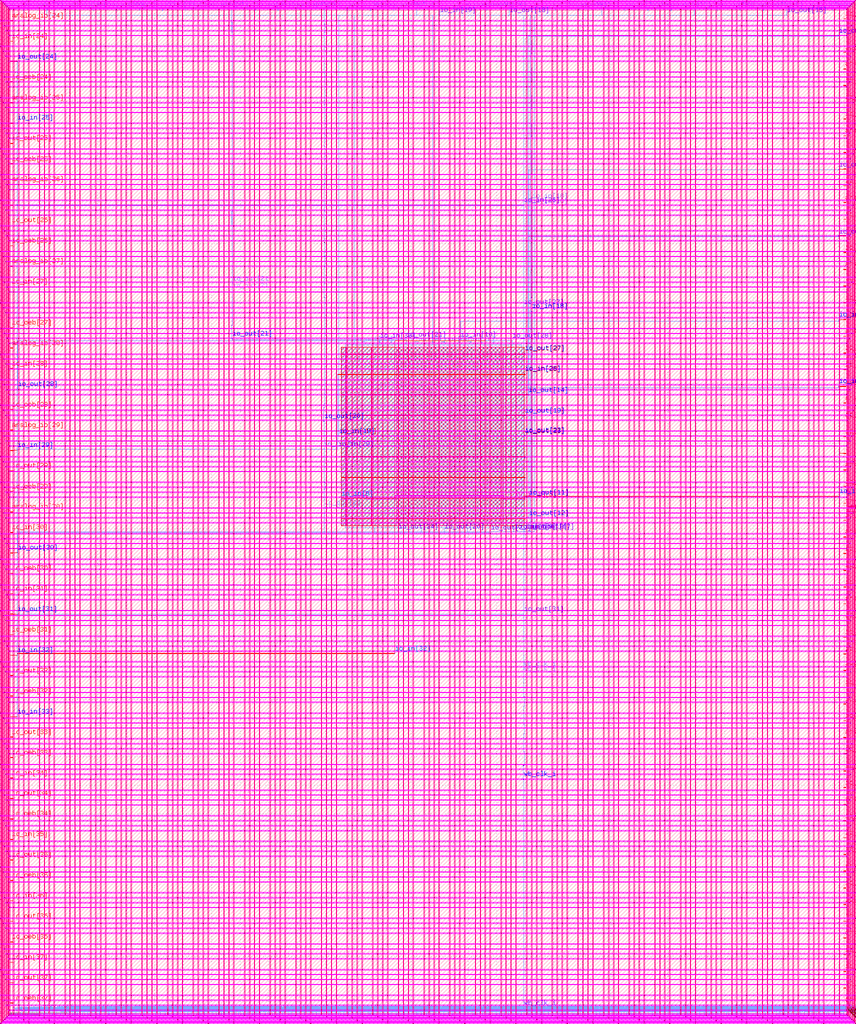
<source format=lef>
VERSION 5.7 ;
  NOWIREEXTENSIONATPIN ON ;
  DIVIDERCHAR "/" ;
  BUSBITCHARS "[]" ;
MACRO user_project_wrapper
  CLASS BLOCK ;
  FOREIGN user_project_wrapper ;
  ORIGIN 0.000 0.000 ;
  SIZE 2920.000 BY 3520.000 ;
  PIN analog_io[0]
    DIRECTION INOUT ;
    PORT
      LAYER met3 ;
        RECT 2917.600 28.980 2924.800 30.180 ;
    END
  END analog_io[0]
  PIN analog_io[10]
    DIRECTION INOUT ;
    PORT
      LAYER met3 ;
        RECT 2917.600 2374.980 2924.800 2376.180 ;
    END
  END analog_io[10]
  PIN analog_io[11]
    DIRECTION INOUT ;
    PORT
      LAYER met3 ;
        RECT 2917.600 2609.580 2924.800 2610.780 ;
    END
  END analog_io[11]
  PIN analog_io[12]
    DIRECTION INOUT ;
    PORT
      LAYER met3 ;
        RECT 2917.600 2844.180 2924.800 2845.380 ;
    END
  END analog_io[12]
  PIN analog_io[13]
    DIRECTION INOUT ;
    PORT
      LAYER met3 ;
        RECT 2917.600 3078.780 2924.800 3079.980 ;
    END
  END analog_io[13]
  PIN analog_io[14]
    DIRECTION INOUT ;
    PORT
      LAYER met3 ;
        RECT 2917.600 3313.380 2924.800 3314.580 ;
    END
  END analog_io[14]
  PIN analog_io[15]
    DIRECTION INOUT ;
    PORT
      LAYER met2 ;
        RECT 2879.090 3517.600 2879.650 3524.800 ;
    END
  END analog_io[15]
  PIN analog_io[16]
    DIRECTION INOUT ;
    PORT
      LAYER met2 ;
        RECT 2554.790 3517.600 2555.350 3524.800 ;
    END
  END analog_io[16]
  PIN analog_io[17]
    DIRECTION INOUT ;
    PORT
      LAYER met2 ;
        RECT 2230.490 3517.600 2231.050 3524.800 ;
    END
  END analog_io[17]
  PIN analog_io[18]
    DIRECTION INOUT ;
    PORT
      LAYER met2 ;
        RECT 1905.730 3517.600 1906.290 3524.800 ;
    END
  END analog_io[18]
  PIN analog_io[19]
    DIRECTION INOUT ;
    PORT
      LAYER met2 ;
        RECT 1581.430 3517.600 1581.990 3524.800 ;
    END
  END analog_io[19]
  PIN analog_io[1]
    DIRECTION INOUT ;
    PORT
      LAYER met3 ;
        RECT 2917.600 263.580 2924.800 264.780 ;
    END
  END analog_io[1]
  PIN analog_io[20]
    DIRECTION INOUT ;
    PORT
      LAYER met2 ;
        RECT 1257.130 3517.600 1257.690 3524.800 ;
    END
  END analog_io[20]
  PIN analog_io[21]
    DIRECTION INOUT ;
    PORT
      LAYER met2 ;
        RECT 932.370 3517.600 932.930 3524.800 ;
    END
  END analog_io[21]
  PIN analog_io[22]
    DIRECTION INOUT ;
    PORT
      LAYER met2 ;
        RECT 608.070 3517.600 608.630 3524.800 ;
    END
  END analog_io[22]
  PIN analog_io[23]
    DIRECTION INOUT ;
    PORT
      LAYER met2 ;
        RECT 283.770 3517.600 284.330 3524.800 ;
    END
  END analog_io[23]
  PIN analog_io[24]
    DIRECTION INOUT ;
    PORT
      LAYER met3 ;
        RECT -4.800 3482.700 2.400 3483.900 ;
    END
  END analog_io[24]
  PIN analog_io[25]
    DIRECTION INOUT ;
    PORT
      LAYER met3 ;
        RECT -4.800 3195.060 2.400 3196.260 ;
    END
  END analog_io[25]
  PIN analog_io[26]
    DIRECTION INOUT ;
    PORT
      LAYER met3 ;
        RECT -4.800 2908.100 2.400 2909.300 ;
    END
  END analog_io[26]
  PIN analog_io[27]
    DIRECTION INOUT ;
    PORT
      LAYER met3 ;
        RECT -4.800 2620.460 2.400 2621.660 ;
    END
  END analog_io[27]
  PIN analog_io[28]
    DIRECTION INOUT ;
    PORT
      LAYER met3 ;
        RECT -4.800 2333.500 2.400 2334.700 ;
    END
  END analog_io[28]
  PIN analog_io[29]
    DIRECTION INOUT ;
    PORT
      LAYER met3 ;
        RECT -4.800 2045.860 2.400 2047.060 ;
    END
  END analog_io[29]
  PIN analog_io[2]
    DIRECTION INOUT ;
    PORT
      LAYER met3 ;
        RECT 2917.600 498.180 2924.800 499.380 ;
    END
  END analog_io[2]
  PIN analog_io[30]
    DIRECTION INOUT ;
    PORT
      LAYER met3 ;
        RECT -4.800 1758.900 2.400 1760.100 ;
    END
  END analog_io[30]
  PIN analog_io[3]
    DIRECTION INOUT ;
    PORT
      LAYER met3 ;
        RECT 2917.600 732.780 2924.800 733.980 ;
    END
  END analog_io[3]
  PIN analog_io[4]
    DIRECTION INOUT ;
    PORT
      LAYER met3 ;
        RECT 2917.600 967.380 2924.800 968.580 ;
    END
  END analog_io[4]
  PIN analog_io[5]
    DIRECTION INOUT ;
    PORT
      LAYER met3 ;
        RECT 2917.600 1201.980 2924.800 1203.180 ;
    END
  END analog_io[5]
  PIN analog_io[6]
    DIRECTION INOUT ;
    PORT
      LAYER met3 ;
        RECT 2917.600 1436.580 2924.800 1437.780 ;
    END
  END analog_io[6]
  PIN analog_io[7]
    DIRECTION INOUT ;
    PORT
      LAYER met3 ;
        RECT 2917.600 1671.180 2924.800 1672.380 ;
    END
  END analog_io[7]
  PIN analog_io[8]
    DIRECTION INOUT ;
    PORT
      LAYER met3 ;
        RECT 2917.600 1905.780 2924.800 1906.980 ;
    END
  END analog_io[8]
  PIN analog_io[9]
    DIRECTION INOUT ;
    PORT
      LAYER met3 ;
        RECT 2917.600 2140.380 2924.800 2141.580 ;
    END
  END analog_io[9]
  PIN io_in[0]
    DIRECTION INPUT ;
    PORT
      LAYER met3 ;
        RECT 2917.600 87.460 2924.800 88.660 ;
    END
  END io_in[0]
  PIN io_in[10]
    DIRECTION INPUT ;
    PORT
      LAYER met1 ;
        RECT 1572.810 2429.200 1573.130 2429.260 ;
        RECT 2900.830 2429.200 2901.150 2429.260 ;
        RECT 1572.810 2429.060 2901.150 2429.200 ;
        RECT 1572.810 2429.000 1573.130 2429.060 ;
        RECT 2900.830 2429.000 2901.150 2429.060 ;
        RECT 1568.210 2363.580 1568.530 2363.640 ;
        RECT 1572.810 2363.580 1573.130 2363.640 ;
        RECT 1568.210 2363.440 1573.130 2363.580 ;
        RECT 1568.210 2363.380 1568.530 2363.440 ;
        RECT 1572.810 2363.380 1573.130 2363.440 ;
      LAYER via ;
        RECT 1572.840 2429.000 1573.100 2429.260 ;
        RECT 2900.860 2429.000 2901.120 2429.260 ;
        RECT 1568.240 2363.380 1568.500 2363.640 ;
        RECT 1572.840 2363.380 1573.100 2363.640 ;
      LAYER met2 ;
        RECT 2900.850 2433.875 2901.130 2434.245 ;
        RECT 2900.920 2429.290 2901.060 2433.875 ;
        RECT 1572.840 2428.970 1573.100 2429.290 ;
        RECT 2900.860 2428.970 2901.120 2429.290 ;
        RECT 1572.900 2363.670 1573.040 2428.970 ;
        RECT 1568.240 2363.350 1568.500 2363.670 ;
        RECT 1572.840 2363.350 1573.100 2363.670 ;
        RECT 1568.300 2350.000 1568.440 2363.350 ;
        RECT 1568.300 2349.740 1568.590 2350.000 ;
        RECT 1568.310 2346.000 1568.590 2349.740 ;
      LAYER via2 ;
        RECT 2900.850 2433.920 2901.130 2434.200 ;
      LAYER met3 ;
        RECT 2900.825 2434.210 2901.155 2434.225 ;
        RECT 2917.600 2434.210 2924.800 2434.660 ;
        RECT 2900.825 2433.910 2924.800 2434.210 ;
        RECT 2900.825 2433.895 2901.155 2433.910 ;
        RECT 2917.600 2433.460 2924.800 2433.910 ;
    END
  END io_in[10]
  PIN io_in[11]
    DIRECTION INPUT ;
    PORT
      LAYER met3 ;
        RECT 2917.600 2668.740 2924.800 2669.940 ;
    END
  END io_in[11]
  PIN io_in[12]
    DIRECTION INPUT ;
    PORT
      LAYER met3 ;
        RECT 2917.600 2903.340 2924.800 2904.540 ;
    END
  END io_in[12]
  PIN io_in[13]
    DIRECTION INPUT ;
    PORT
      LAYER met3 ;
        RECT 2917.600 3137.940 2924.800 3139.140 ;
    END
  END io_in[13]
  PIN io_in[14]
    DIRECTION INPUT ;
    PORT
      LAYER met3 ;
        RECT 2917.600 3372.540 2924.800 3373.740 ;
    END
  END io_in[14]
  PIN io_in[15]
    DIRECTION INPUT ;
    PORT
      LAYER met2 ;
        RECT 2798.130 3517.600 2798.690 3524.800 ;
    END
  END io_in[15]
  PIN io_in[16]
    DIRECTION INPUT ;
    PORT
      LAYER met2 ;
        RECT 2473.830 3517.600 2474.390 3524.800 ;
    END
  END io_in[16]
  PIN io_in[17]
    DIRECTION INPUT ;
    PORT
      LAYER met2 ;
        RECT 2149.070 3517.600 2149.630 3524.800 ;
    END
  END io_in[17]
  PIN io_in[18]
    DIRECTION INPUT ;
    PORT
      LAYER li1 ;
        RECT 1821.745 2898.245 1821.915 2946.355 ;
        RECT 1822.205 2815.285 1822.375 2849.455 ;
      LAYER mcon ;
        RECT 1821.745 2946.185 1821.915 2946.355 ;
        RECT 1822.205 2849.285 1822.375 2849.455 ;
      LAYER met1 ;
        RECT 1821.670 3464.160 1821.990 3464.220 ;
        RECT 1825.350 3464.160 1825.670 3464.220 ;
        RECT 1821.670 3464.020 1825.670 3464.160 ;
        RECT 1821.670 3463.960 1821.990 3464.020 ;
        RECT 1825.350 3463.960 1825.670 3464.020 ;
        RECT 1821.670 3367.600 1821.990 3367.660 ;
        RECT 1822.590 3367.600 1822.910 3367.660 ;
        RECT 1821.670 3367.460 1822.910 3367.600 ;
        RECT 1821.670 3367.400 1821.990 3367.460 ;
        RECT 1822.590 3367.400 1822.910 3367.460 ;
        RECT 1821.670 3270.700 1821.990 3270.760 ;
        RECT 1822.590 3270.700 1822.910 3270.760 ;
        RECT 1821.670 3270.560 1822.910 3270.700 ;
        RECT 1821.670 3270.500 1821.990 3270.560 ;
        RECT 1822.590 3270.500 1822.910 3270.560 ;
        RECT 1821.670 3174.140 1821.990 3174.200 ;
        RECT 1822.590 3174.140 1822.910 3174.200 ;
        RECT 1821.670 3174.000 1822.910 3174.140 ;
        RECT 1821.670 3173.940 1821.990 3174.000 ;
        RECT 1822.590 3173.940 1822.910 3174.000 ;
        RECT 1821.670 3077.580 1821.990 3077.640 ;
        RECT 1822.590 3077.580 1822.910 3077.640 ;
        RECT 1821.670 3077.440 1822.910 3077.580 ;
        RECT 1821.670 3077.380 1821.990 3077.440 ;
        RECT 1822.590 3077.380 1822.910 3077.440 ;
        RECT 1821.670 2981.020 1821.990 2981.080 ;
        RECT 1822.590 2981.020 1822.910 2981.080 ;
        RECT 1821.670 2980.880 1822.910 2981.020 ;
        RECT 1821.670 2980.820 1821.990 2980.880 ;
        RECT 1822.590 2980.820 1822.910 2980.880 ;
        RECT 1821.685 2946.340 1821.975 2946.385 ;
        RECT 1822.130 2946.340 1822.450 2946.400 ;
        RECT 1821.685 2946.200 1822.450 2946.340 ;
        RECT 1821.685 2946.155 1821.975 2946.200 ;
        RECT 1822.130 2946.140 1822.450 2946.200 ;
        RECT 1821.670 2898.400 1821.990 2898.460 ;
        RECT 1821.475 2898.260 1821.990 2898.400 ;
        RECT 1821.670 2898.200 1821.990 2898.260 ;
        RECT 1822.130 2849.440 1822.450 2849.500 ;
        RECT 1821.935 2849.300 1822.450 2849.440 ;
        RECT 1822.130 2849.240 1822.450 2849.300 ;
        RECT 1822.145 2815.440 1822.435 2815.485 ;
        RECT 1823.050 2815.440 1823.370 2815.500 ;
        RECT 1822.145 2815.300 1823.370 2815.440 ;
        RECT 1822.145 2815.255 1822.435 2815.300 ;
        RECT 1823.050 2815.240 1823.370 2815.300 ;
        RECT 1822.130 2753.220 1822.450 2753.280 ;
        RECT 1823.510 2753.220 1823.830 2753.280 ;
        RECT 1822.130 2753.080 1823.830 2753.220 ;
        RECT 1822.130 2753.020 1822.450 2753.080 ;
        RECT 1823.510 2753.020 1823.830 2753.080 ;
        RECT 1823.510 2719.220 1823.830 2719.280 ;
        RECT 1823.140 2719.080 1823.830 2719.220 ;
        RECT 1823.140 2718.600 1823.280 2719.080 ;
        RECT 1823.510 2719.020 1823.830 2719.080 ;
        RECT 1823.050 2718.340 1823.370 2718.600 ;
        RECT 1822.130 2656.660 1822.450 2656.720 ;
        RECT 1823.510 2656.660 1823.830 2656.720 ;
        RECT 1822.130 2656.520 1823.830 2656.660 ;
        RECT 1822.130 2656.460 1822.450 2656.520 ;
        RECT 1823.510 2656.460 1823.830 2656.520 ;
        RECT 1823.510 2622.660 1823.830 2622.720 ;
        RECT 1823.140 2622.520 1823.830 2622.660 ;
        RECT 1823.140 2622.040 1823.280 2622.520 ;
        RECT 1823.510 2622.460 1823.830 2622.520 ;
        RECT 1823.050 2621.780 1823.370 2622.040 ;
        RECT 1822.130 2560.100 1822.450 2560.160 ;
        RECT 1823.510 2560.100 1823.830 2560.160 ;
        RECT 1822.130 2559.960 1823.830 2560.100 ;
        RECT 1822.130 2559.900 1822.450 2559.960 ;
        RECT 1823.510 2559.900 1823.830 2559.960 ;
        RECT 1822.590 2511.820 1822.910 2511.880 ;
        RECT 1823.510 2511.820 1823.830 2511.880 ;
        RECT 1822.590 2511.680 1823.830 2511.820 ;
        RECT 1822.590 2511.620 1822.910 2511.680 ;
        RECT 1823.510 2511.620 1823.830 2511.680 ;
        RECT 1821.670 2401.320 1821.990 2401.380 ;
        RECT 1822.590 2401.320 1822.910 2401.380 ;
        RECT 1821.670 2401.180 1822.910 2401.320 ;
        RECT 1821.670 2401.120 1821.990 2401.180 ;
        RECT 1822.590 2401.120 1822.910 2401.180 ;
        RECT 1821.670 2304.760 1821.990 2304.820 ;
        RECT 1822.590 2304.760 1822.910 2304.820 ;
        RECT 1821.670 2304.620 1822.910 2304.760 ;
        RECT 1821.670 2304.560 1821.990 2304.620 ;
        RECT 1822.590 2304.560 1822.910 2304.620 ;
        RECT 1821.670 2208.200 1821.990 2208.260 ;
        RECT 1822.590 2208.200 1822.910 2208.260 ;
        RECT 1821.670 2208.060 1822.910 2208.200 ;
        RECT 1821.670 2208.000 1821.990 2208.060 ;
        RECT 1822.590 2208.000 1822.910 2208.060 ;
        RECT 1821.670 2111.640 1821.990 2111.700 ;
        RECT 1822.590 2111.640 1822.910 2111.700 ;
        RECT 1821.670 2111.500 1822.910 2111.640 ;
        RECT 1821.670 2111.440 1821.990 2111.500 ;
        RECT 1822.590 2111.440 1822.910 2111.500 ;
        RECT 1821.670 2015.080 1821.990 2015.140 ;
        RECT 1822.590 2015.080 1822.910 2015.140 ;
        RECT 1821.670 2014.940 1822.910 2015.080 ;
        RECT 1821.670 2014.880 1821.990 2014.940 ;
        RECT 1822.590 2014.880 1822.910 2014.940 ;
        RECT 1821.670 1918.520 1821.990 1918.580 ;
        RECT 1822.590 1918.520 1822.910 1918.580 ;
        RECT 1821.670 1918.380 1822.910 1918.520 ;
        RECT 1821.670 1918.320 1821.990 1918.380 ;
        RECT 1822.590 1918.320 1822.910 1918.380 ;
        RECT 1821.670 1821.960 1821.990 1822.020 ;
        RECT 1822.590 1821.960 1822.910 1822.020 ;
        RECT 1821.670 1821.820 1822.910 1821.960 ;
        RECT 1821.670 1821.760 1821.990 1821.820 ;
        RECT 1822.590 1821.760 1822.910 1821.820 ;
        RECT 1821.670 1725.400 1821.990 1725.460 ;
        RECT 1822.590 1725.400 1822.910 1725.460 ;
        RECT 1821.670 1725.260 1822.910 1725.400 ;
        RECT 1821.670 1725.200 1821.990 1725.260 ;
        RECT 1822.590 1725.200 1822.910 1725.260 ;
        RECT 1272.430 1689.360 1272.750 1689.420 ;
        RECT 1821.670 1689.360 1821.990 1689.420 ;
        RECT 1272.430 1689.220 1821.990 1689.360 ;
        RECT 1272.430 1689.160 1272.750 1689.220 ;
        RECT 1821.670 1689.160 1821.990 1689.220 ;
      LAYER via ;
        RECT 1821.700 3463.960 1821.960 3464.220 ;
        RECT 1825.380 3463.960 1825.640 3464.220 ;
        RECT 1821.700 3367.400 1821.960 3367.660 ;
        RECT 1822.620 3367.400 1822.880 3367.660 ;
        RECT 1821.700 3270.500 1821.960 3270.760 ;
        RECT 1822.620 3270.500 1822.880 3270.760 ;
        RECT 1821.700 3173.940 1821.960 3174.200 ;
        RECT 1822.620 3173.940 1822.880 3174.200 ;
        RECT 1821.700 3077.380 1821.960 3077.640 ;
        RECT 1822.620 3077.380 1822.880 3077.640 ;
        RECT 1821.700 2980.820 1821.960 2981.080 ;
        RECT 1822.620 2980.820 1822.880 2981.080 ;
        RECT 1822.160 2946.140 1822.420 2946.400 ;
        RECT 1821.700 2898.200 1821.960 2898.460 ;
        RECT 1822.160 2849.240 1822.420 2849.500 ;
        RECT 1823.080 2815.240 1823.340 2815.500 ;
        RECT 1822.160 2753.020 1822.420 2753.280 ;
        RECT 1823.540 2753.020 1823.800 2753.280 ;
        RECT 1823.540 2719.020 1823.800 2719.280 ;
        RECT 1823.080 2718.340 1823.340 2718.600 ;
        RECT 1822.160 2656.460 1822.420 2656.720 ;
        RECT 1823.540 2656.460 1823.800 2656.720 ;
        RECT 1823.540 2622.460 1823.800 2622.720 ;
        RECT 1823.080 2621.780 1823.340 2622.040 ;
        RECT 1822.160 2559.900 1822.420 2560.160 ;
        RECT 1823.540 2559.900 1823.800 2560.160 ;
        RECT 1822.620 2511.620 1822.880 2511.880 ;
        RECT 1823.540 2511.620 1823.800 2511.880 ;
        RECT 1821.700 2401.120 1821.960 2401.380 ;
        RECT 1822.620 2401.120 1822.880 2401.380 ;
        RECT 1821.700 2304.560 1821.960 2304.820 ;
        RECT 1822.620 2304.560 1822.880 2304.820 ;
        RECT 1821.700 2208.000 1821.960 2208.260 ;
        RECT 1822.620 2208.000 1822.880 2208.260 ;
        RECT 1821.700 2111.440 1821.960 2111.700 ;
        RECT 1822.620 2111.440 1822.880 2111.700 ;
        RECT 1821.700 2014.880 1821.960 2015.140 ;
        RECT 1822.620 2014.880 1822.880 2015.140 ;
        RECT 1821.700 1918.320 1821.960 1918.580 ;
        RECT 1822.620 1918.320 1822.880 1918.580 ;
        RECT 1821.700 1821.760 1821.960 1822.020 ;
        RECT 1822.620 1821.760 1822.880 1822.020 ;
        RECT 1821.700 1725.200 1821.960 1725.460 ;
        RECT 1822.620 1725.200 1822.880 1725.460 ;
        RECT 1272.460 1689.160 1272.720 1689.420 ;
        RECT 1821.700 1689.160 1821.960 1689.420 ;
      LAYER met2 ;
        RECT 1824.770 3517.600 1825.330 3524.800 ;
        RECT 1824.980 3517.370 1825.120 3517.600 ;
        RECT 1824.980 3517.230 1825.580 3517.370 ;
        RECT 1825.440 3464.250 1825.580 3517.230 ;
        RECT 1821.700 3463.930 1821.960 3464.250 ;
        RECT 1825.380 3463.930 1825.640 3464.250 ;
        RECT 1821.760 3415.370 1821.900 3463.930 ;
        RECT 1821.760 3415.230 1822.820 3415.370 ;
        RECT 1822.680 3367.690 1822.820 3415.230 ;
        RECT 1821.700 3367.370 1821.960 3367.690 ;
        RECT 1822.620 3367.370 1822.880 3367.690 ;
        RECT 1821.760 3318.810 1821.900 3367.370 ;
        RECT 1821.760 3318.670 1822.820 3318.810 ;
        RECT 1822.680 3270.790 1822.820 3318.670 ;
        RECT 1821.700 3270.470 1821.960 3270.790 ;
        RECT 1822.620 3270.470 1822.880 3270.790 ;
        RECT 1821.760 3222.250 1821.900 3270.470 ;
        RECT 1821.760 3222.110 1822.820 3222.250 ;
        RECT 1822.680 3174.230 1822.820 3222.110 ;
        RECT 1821.700 3173.910 1821.960 3174.230 ;
        RECT 1822.620 3173.910 1822.880 3174.230 ;
        RECT 1821.760 3125.690 1821.900 3173.910 ;
        RECT 1821.760 3125.550 1822.820 3125.690 ;
        RECT 1822.680 3077.670 1822.820 3125.550 ;
        RECT 1821.700 3077.350 1821.960 3077.670 ;
        RECT 1822.620 3077.350 1822.880 3077.670 ;
        RECT 1821.760 3029.130 1821.900 3077.350 ;
        RECT 1821.760 3028.990 1822.820 3029.130 ;
        RECT 1822.680 2981.110 1822.820 3028.990 ;
        RECT 1821.700 2980.850 1821.960 2981.110 ;
        RECT 1821.700 2980.790 1822.360 2980.850 ;
        RECT 1822.620 2980.790 1822.880 2981.110 ;
        RECT 1821.760 2980.710 1822.360 2980.790 ;
        RECT 1822.220 2980.170 1822.360 2980.710 ;
        RECT 1822.220 2980.030 1822.820 2980.170 ;
        RECT 1822.680 2959.770 1822.820 2980.030 ;
        RECT 1822.220 2959.630 1822.820 2959.770 ;
        RECT 1822.220 2946.430 1822.360 2959.630 ;
        RECT 1822.160 2946.110 1822.420 2946.430 ;
        RECT 1821.700 2898.170 1821.960 2898.490 ;
        RECT 1821.760 2863.210 1821.900 2898.170 ;
        RECT 1821.760 2863.070 1822.360 2863.210 ;
        RECT 1822.220 2849.530 1822.360 2863.070 ;
        RECT 1822.160 2849.210 1822.420 2849.530 ;
        RECT 1823.080 2815.210 1823.340 2815.530 ;
        RECT 1823.140 2801.445 1823.280 2815.210 ;
        RECT 1822.150 2801.075 1822.430 2801.445 ;
        RECT 1823.070 2801.075 1823.350 2801.445 ;
        RECT 1822.220 2753.310 1822.360 2801.075 ;
        RECT 1822.160 2752.990 1822.420 2753.310 ;
        RECT 1823.540 2752.990 1823.800 2753.310 ;
        RECT 1823.600 2719.310 1823.740 2752.990 ;
        RECT 1823.540 2718.990 1823.800 2719.310 ;
        RECT 1823.080 2718.310 1823.340 2718.630 ;
        RECT 1823.140 2704.885 1823.280 2718.310 ;
        RECT 1822.150 2704.515 1822.430 2704.885 ;
        RECT 1823.070 2704.515 1823.350 2704.885 ;
        RECT 1822.220 2656.750 1822.360 2704.515 ;
        RECT 1822.160 2656.430 1822.420 2656.750 ;
        RECT 1823.540 2656.430 1823.800 2656.750 ;
        RECT 1823.600 2622.750 1823.740 2656.430 ;
        RECT 1823.540 2622.430 1823.800 2622.750 ;
        RECT 1823.080 2621.750 1823.340 2622.070 ;
        RECT 1823.140 2608.325 1823.280 2621.750 ;
        RECT 1822.150 2607.955 1822.430 2608.325 ;
        RECT 1823.070 2607.955 1823.350 2608.325 ;
        RECT 1822.220 2560.190 1822.360 2607.955 ;
        RECT 1822.160 2559.870 1822.420 2560.190 ;
        RECT 1823.540 2559.870 1823.800 2560.190 ;
        RECT 1823.600 2511.910 1823.740 2559.870 ;
        RECT 1822.620 2511.765 1822.880 2511.910 ;
        RECT 1821.230 2511.395 1821.510 2511.765 ;
        RECT 1822.610 2511.395 1822.890 2511.765 ;
        RECT 1823.540 2511.590 1823.800 2511.910 ;
        RECT 1821.300 2463.485 1821.440 2511.395 ;
        RECT 1821.230 2463.115 1821.510 2463.485 ;
        RECT 1822.150 2463.115 1822.430 2463.485 ;
        RECT 1822.220 2449.770 1822.360 2463.115 ;
        RECT 1822.220 2449.630 1822.820 2449.770 ;
        RECT 1822.680 2401.410 1822.820 2449.630 ;
        RECT 1821.700 2401.090 1821.960 2401.410 ;
        RECT 1822.620 2401.090 1822.880 2401.410 ;
        RECT 1821.760 2400.810 1821.900 2401.090 ;
        RECT 1821.760 2400.670 1822.360 2400.810 ;
        RECT 1822.220 2353.210 1822.360 2400.670 ;
        RECT 1822.220 2353.070 1822.820 2353.210 ;
        RECT 1822.680 2304.850 1822.820 2353.070 ;
        RECT 1821.700 2304.530 1821.960 2304.850 ;
        RECT 1822.620 2304.530 1822.880 2304.850 ;
        RECT 1821.760 2304.250 1821.900 2304.530 ;
        RECT 1821.760 2304.110 1822.360 2304.250 ;
        RECT 1822.220 2256.650 1822.360 2304.110 ;
        RECT 1822.220 2256.510 1822.820 2256.650 ;
        RECT 1822.680 2208.290 1822.820 2256.510 ;
        RECT 1821.700 2207.970 1821.960 2208.290 ;
        RECT 1822.620 2207.970 1822.880 2208.290 ;
        RECT 1821.760 2207.690 1821.900 2207.970 ;
        RECT 1821.760 2207.550 1822.360 2207.690 ;
        RECT 1822.220 2160.090 1822.360 2207.550 ;
        RECT 1822.220 2159.950 1822.820 2160.090 ;
        RECT 1822.680 2111.730 1822.820 2159.950 ;
        RECT 1821.700 2111.410 1821.960 2111.730 ;
        RECT 1822.620 2111.410 1822.880 2111.730 ;
        RECT 1821.760 2111.130 1821.900 2111.410 ;
        RECT 1821.760 2110.990 1822.360 2111.130 ;
        RECT 1822.220 2063.530 1822.360 2110.990 ;
        RECT 1822.220 2063.390 1822.820 2063.530 ;
        RECT 1822.680 2015.170 1822.820 2063.390 ;
        RECT 1821.700 2014.850 1821.960 2015.170 ;
        RECT 1822.620 2014.850 1822.880 2015.170 ;
        RECT 1821.760 2014.570 1821.900 2014.850 ;
        RECT 1821.760 2014.430 1822.360 2014.570 ;
        RECT 1822.220 1966.970 1822.360 2014.430 ;
        RECT 1822.220 1966.830 1822.820 1966.970 ;
        RECT 1822.680 1918.610 1822.820 1966.830 ;
        RECT 1821.700 1918.290 1821.960 1918.610 ;
        RECT 1822.620 1918.290 1822.880 1918.610 ;
        RECT 1821.760 1918.010 1821.900 1918.290 ;
        RECT 1821.760 1917.870 1822.360 1918.010 ;
        RECT 1822.220 1870.410 1822.360 1917.870 ;
        RECT 1822.220 1870.270 1822.820 1870.410 ;
        RECT 1822.680 1822.050 1822.820 1870.270 ;
        RECT 1821.700 1821.730 1821.960 1822.050 ;
        RECT 1822.620 1821.730 1822.880 1822.050 ;
        RECT 1821.760 1773.170 1821.900 1821.730 ;
        RECT 1821.760 1773.030 1822.820 1773.170 ;
        RECT 1822.680 1725.490 1822.820 1773.030 ;
        RECT 1821.700 1725.170 1821.960 1725.490 ;
        RECT 1822.620 1725.170 1822.880 1725.490 ;
        RECT 1272.530 1700.340 1272.810 1704.000 ;
        RECT 1272.520 1700.000 1272.810 1700.340 ;
        RECT 1272.520 1689.450 1272.660 1700.000 ;
        RECT 1821.760 1689.450 1821.900 1725.170 ;
        RECT 1272.460 1689.130 1272.720 1689.450 ;
        RECT 1821.700 1689.130 1821.960 1689.450 ;
      LAYER via2 ;
        RECT 1822.150 2801.120 1822.430 2801.400 ;
        RECT 1823.070 2801.120 1823.350 2801.400 ;
        RECT 1822.150 2704.560 1822.430 2704.840 ;
        RECT 1823.070 2704.560 1823.350 2704.840 ;
        RECT 1822.150 2608.000 1822.430 2608.280 ;
        RECT 1823.070 2608.000 1823.350 2608.280 ;
        RECT 1821.230 2511.440 1821.510 2511.720 ;
        RECT 1822.610 2511.440 1822.890 2511.720 ;
        RECT 1821.230 2463.160 1821.510 2463.440 ;
        RECT 1822.150 2463.160 1822.430 2463.440 ;
      LAYER met3 ;
        RECT 1822.125 2801.410 1822.455 2801.425 ;
        RECT 1823.045 2801.410 1823.375 2801.425 ;
        RECT 1822.125 2801.110 1823.375 2801.410 ;
        RECT 1822.125 2801.095 1822.455 2801.110 ;
        RECT 1823.045 2801.095 1823.375 2801.110 ;
        RECT 1822.125 2704.850 1822.455 2704.865 ;
        RECT 1823.045 2704.850 1823.375 2704.865 ;
        RECT 1822.125 2704.550 1823.375 2704.850 ;
        RECT 1822.125 2704.535 1822.455 2704.550 ;
        RECT 1823.045 2704.535 1823.375 2704.550 ;
        RECT 1822.125 2608.290 1822.455 2608.305 ;
        RECT 1823.045 2608.290 1823.375 2608.305 ;
        RECT 1822.125 2607.990 1823.375 2608.290 ;
        RECT 1822.125 2607.975 1822.455 2607.990 ;
        RECT 1823.045 2607.975 1823.375 2607.990 ;
        RECT 1821.205 2511.730 1821.535 2511.745 ;
        RECT 1822.585 2511.730 1822.915 2511.745 ;
        RECT 1821.205 2511.430 1822.915 2511.730 ;
        RECT 1821.205 2511.415 1821.535 2511.430 ;
        RECT 1822.585 2511.415 1822.915 2511.430 ;
        RECT 1821.205 2463.450 1821.535 2463.465 ;
        RECT 1822.125 2463.450 1822.455 2463.465 ;
        RECT 1821.205 2463.150 1822.455 2463.450 ;
        RECT 1821.205 2463.135 1821.535 2463.150 ;
        RECT 1822.125 2463.135 1822.455 2463.150 ;
    END
  END io_in[18]
  PIN io_in[19]
    DIRECTION INPUT ;
    PORT
      LAYER met1 ;
        RECT 1145.010 3502.580 1145.330 3502.640 ;
        RECT 1500.590 3502.580 1500.910 3502.640 ;
        RECT 1145.010 3502.440 1500.910 3502.580 ;
        RECT 1145.010 3502.380 1145.330 3502.440 ;
        RECT 1500.590 3502.380 1500.910 3502.440 ;
      LAYER via ;
        RECT 1145.040 3502.380 1145.300 3502.640 ;
        RECT 1500.620 3502.380 1500.880 3502.640 ;
      LAYER met2 ;
        RECT 1500.470 3517.600 1501.030 3524.800 ;
        RECT 1500.680 3502.670 1500.820 3517.600 ;
        RECT 1145.040 3502.350 1145.300 3502.670 ;
        RECT 1500.620 3502.350 1500.880 3502.670 ;
        RECT 1145.100 2024.885 1145.240 3502.350 ;
        RECT 1145.030 2024.515 1145.310 2024.885 ;
      LAYER via2 ;
        RECT 1145.030 2024.560 1145.310 2024.840 ;
      LAYER met3 ;
        RECT 1145.005 2024.850 1145.335 2024.865 ;
        RECT 1151.000 2024.850 1155.000 2025.000 ;
        RECT 1145.005 2024.550 1155.000 2024.850 ;
        RECT 1145.005 2024.535 1145.335 2024.550 ;
        RECT 1151.000 2024.400 1155.000 2024.550 ;
    END
  END io_in[19]
  PIN io_in[1]
    DIRECTION INPUT ;
    PORT
      LAYER met3 ;
        RECT 2917.600 322.060 2924.800 323.260 ;
    END
  END io_in[1]
  PIN io_in[20]
    DIRECTION INPUT ;
    PORT
      LAYER met2 ;
        RECT 1175.710 3517.600 1176.270 3524.800 ;
    END
  END io_in[20]
  PIN io_in[21]
    DIRECTION INPUT ;
    PORT
      LAYER met2 ;
        RECT 851.410 3517.600 851.970 3524.800 ;
    END
  END io_in[21]
  PIN io_in[22]
    DIRECTION INPUT ;
    PORT
      LAYER met2 ;
        RECT 527.110 3517.600 527.670 3524.800 ;
    END
  END io_in[22]
  PIN io_in[23]
    DIRECTION INPUT ;
    PORT
      LAYER met2 ;
        RECT 202.350 3517.600 202.910 3524.800 ;
    END
  END io_in[23]
  PIN io_in[24]
    DIRECTION INPUT ;
    PORT
      LAYER met3 ;
        RECT -4.800 3410.620 2.400 3411.820 ;
    END
  END io_in[24]
  PIN io_in[25]
    DIRECTION INPUT ;
    PORT
      LAYER met1 ;
        RECT 17.550 1690.380 17.870 1690.440 ;
        RECT 1760.030 1690.380 1760.350 1690.440 ;
        RECT 17.550 1690.240 1760.350 1690.380 ;
        RECT 17.550 1690.180 17.870 1690.240 ;
        RECT 1760.030 1690.180 1760.350 1690.240 ;
      LAYER via ;
        RECT 17.580 1690.180 17.840 1690.440 ;
        RECT 1760.060 1690.180 1760.320 1690.440 ;
      LAYER met2 ;
        RECT 17.570 3124.075 17.850 3124.445 ;
        RECT 17.640 1690.470 17.780 3124.075 ;
        RECT 1760.130 1700.340 1760.410 1704.000 ;
        RECT 1760.120 1700.000 1760.410 1700.340 ;
        RECT 1760.120 1690.470 1760.260 1700.000 ;
        RECT 17.580 1690.150 17.840 1690.470 ;
        RECT 1760.060 1690.150 1760.320 1690.470 ;
      LAYER via2 ;
        RECT 17.570 3124.120 17.850 3124.400 ;
      LAYER met3 ;
        RECT -4.800 3124.410 2.400 3124.860 ;
        RECT 17.545 3124.410 17.875 3124.425 ;
        RECT -4.800 3124.110 17.875 3124.410 ;
        RECT -4.800 3123.660 2.400 3124.110 ;
        RECT 17.545 3124.095 17.875 3124.110 ;
    END
  END io_in[25]
  PIN io_in[26]
    DIRECTION INPUT ;
    PORT
      LAYER met1 ;
        RECT 16.630 2836.180 16.950 2836.240 ;
        RECT 1794.990 2836.180 1795.310 2836.240 ;
        RECT 16.630 2836.040 1795.310 2836.180 ;
        RECT 16.630 2835.980 16.950 2836.040 ;
        RECT 1794.990 2835.980 1795.310 2836.040 ;
      LAYER via ;
        RECT 16.660 2835.980 16.920 2836.240 ;
        RECT 1795.020 2835.980 1795.280 2836.240 ;
      LAYER met2 ;
        RECT 16.650 2836.435 16.930 2836.805 ;
        RECT 16.720 2836.270 16.860 2836.435 ;
        RECT 16.660 2835.950 16.920 2836.270 ;
        RECT 1795.020 2835.950 1795.280 2836.270 ;
        RECT 1795.080 2243.730 1795.220 2835.950 ;
        RECT 1797.770 2243.730 1798.050 2243.845 ;
        RECT 1795.080 2243.590 1798.050 2243.730 ;
        RECT 1797.770 2243.475 1798.050 2243.590 ;
      LAYER via2 ;
        RECT 16.650 2836.480 16.930 2836.760 ;
        RECT 1797.770 2243.520 1798.050 2243.800 ;
      LAYER met3 ;
        RECT -4.800 2836.770 2.400 2837.220 ;
        RECT 16.625 2836.770 16.955 2836.785 ;
        RECT -4.800 2836.470 16.955 2836.770 ;
        RECT -4.800 2836.020 2.400 2836.470 ;
        RECT 16.625 2836.455 16.955 2836.470 ;
        RECT 1797.745 2243.810 1798.075 2243.825 ;
        RECT 1797.745 2243.495 1798.290 2243.810 ;
        RECT 1797.990 2241.920 1798.290 2243.495 ;
        RECT 1797.000 2241.320 1801.000 2241.920 ;
    END
  END io_in[26]
  PIN io_in[27]
    DIRECTION INPUT ;
    PORT
      LAYER met3 ;
        RECT -4.800 2549.060 2.400 2550.260 ;
    END
  END io_in[27]
  PIN io_in[28]
    DIRECTION INPUT ;
    PORT
      LAYER met3 ;
        RECT -4.800 2261.420 2.400 2262.620 ;
    END
  END io_in[28]
  PIN io_in[29]
    DIRECTION INPUT ;
    PORT
      LAYER met1 ;
        RECT 16.630 1980.060 16.950 1980.120 ;
        RECT 1141.790 1980.060 1142.110 1980.120 ;
        RECT 16.630 1979.920 1086.820 1980.060 ;
        RECT 16.630 1979.860 16.950 1979.920 ;
        RECT 1086.680 1979.720 1086.820 1979.920 ;
        RECT 1094.960 1979.920 1142.110 1980.060 ;
        RECT 1094.960 1979.720 1095.100 1979.920 ;
        RECT 1141.790 1979.860 1142.110 1979.920 ;
        RECT 1086.680 1979.580 1095.100 1979.720 ;
      LAYER via ;
        RECT 16.660 1979.860 16.920 1980.120 ;
        RECT 1141.820 1979.860 1142.080 1980.120 ;
      LAYER met2 ;
        RECT 1141.810 2241.435 1142.090 2241.805 ;
        RECT 1141.880 1980.150 1142.020 2241.435 ;
        RECT 16.660 1979.830 16.920 1980.150 ;
        RECT 1141.820 1979.830 1142.080 1980.150 ;
        RECT 16.720 1975.245 16.860 1979.830 ;
        RECT 16.650 1974.875 16.930 1975.245 ;
      LAYER via2 ;
        RECT 1141.810 2241.480 1142.090 2241.760 ;
        RECT 16.650 1974.920 16.930 1975.200 ;
      LAYER met3 ;
        RECT 1141.785 2241.770 1142.115 2241.785 ;
        RECT 1151.000 2241.770 1155.000 2241.920 ;
        RECT 1141.785 2241.470 1155.000 2241.770 ;
        RECT 1141.785 2241.455 1142.115 2241.470 ;
        RECT 1151.000 2241.320 1155.000 2241.470 ;
        RECT -4.800 1975.210 2.400 1975.660 ;
        RECT 16.625 1975.210 16.955 1975.225 ;
        RECT -4.800 1974.910 16.955 1975.210 ;
        RECT -4.800 1974.460 2.400 1974.910 ;
        RECT 16.625 1974.895 16.955 1974.910 ;
    END
  END io_in[29]
  PIN io_in[2]
    DIRECTION INPUT ;
    PORT
      LAYER met3 ;
        RECT 2917.600 556.660 2924.800 557.860 ;
    END
  END io_in[2]
  PIN io_in[30]
    DIRECTION INPUT ;
    PORT
      LAYER met3 ;
        RECT -4.800 1686.820 2.400 1688.020 ;
    END
  END io_in[30]
  PIN io_in[31]
    DIRECTION INPUT ;
    PORT
      LAYER met3 ;
        RECT -4.800 1471.260 2.400 1472.460 ;
    END
  END io_in[31]
  PIN io_in[32]
    DIRECTION INPUT ;
    PORT
      LAYER met2 ;
        RECT 1661.150 2359.755 1661.430 2360.125 ;
        RECT 1661.220 2350.000 1661.360 2359.755 ;
        RECT 1661.220 2349.740 1661.510 2350.000 ;
        RECT 1661.230 2346.000 1661.510 2349.740 ;
        RECT 17.110 1262.235 17.390 1262.605 ;
        RECT 17.180 1256.485 17.320 1262.235 ;
        RECT 17.110 1256.115 17.390 1256.485 ;
      LAYER via2 ;
        RECT 1661.150 2359.800 1661.430 2360.080 ;
        RECT 17.110 1262.280 17.390 1262.560 ;
        RECT 17.110 1256.160 17.390 1256.440 ;
      LAYER met3 ;
        RECT 1341.630 2360.090 1342.010 2360.100 ;
        RECT 1661.125 2360.090 1661.455 2360.105 ;
        RECT 1341.630 2359.790 1661.455 2360.090 ;
        RECT 1341.630 2359.780 1342.010 2359.790 ;
        RECT 1661.125 2359.775 1661.455 2359.790 ;
        RECT 17.085 1262.570 17.415 1262.585 ;
        RECT 1341.630 1262.570 1342.010 1262.580 ;
        RECT 17.085 1262.270 1342.010 1262.570 ;
        RECT 17.085 1262.255 17.415 1262.270 ;
        RECT 1341.630 1262.260 1342.010 1262.270 ;
        RECT -4.800 1256.450 2.400 1256.900 ;
        RECT 17.085 1256.450 17.415 1256.465 ;
        RECT -4.800 1256.150 17.415 1256.450 ;
        RECT -4.800 1255.700 2.400 1256.150 ;
        RECT 17.085 1256.135 17.415 1256.150 ;
      LAYER via3 ;
        RECT 1341.660 2359.780 1341.980 2360.100 ;
        RECT 1341.660 1262.260 1341.980 1262.580 ;
      LAYER met4 ;
        RECT 1341.655 2359.775 1341.985 2360.105 ;
        RECT 1341.670 1262.585 1341.970 2359.775 ;
        RECT 1341.655 1262.255 1341.985 1262.585 ;
    END
  END io_in[32]
  PIN io_in[33]
    DIRECTION INPUT ;
    PORT
      LAYER met1 ;
        RECT 18.010 2360.520 18.330 2360.580 ;
        RECT 1289.450 2360.520 1289.770 2360.580 ;
        RECT 18.010 2360.380 1289.770 2360.520 ;
        RECT 18.010 2360.320 18.330 2360.380 ;
        RECT 1289.450 2360.320 1289.770 2360.380 ;
      LAYER via ;
        RECT 18.040 2360.320 18.300 2360.580 ;
        RECT 1289.480 2360.320 1289.740 2360.580 ;
      LAYER met2 ;
        RECT 18.040 2360.290 18.300 2360.610 ;
        RECT 1289.480 2360.290 1289.740 2360.610 ;
        RECT 18.100 1040.925 18.240 2360.290 ;
        RECT 1289.540 2350.000 1289.680 2360.290 ;
        RECT 1289.540 2349.740 1289.830 2350.000 ;
        RECT 1289.550 2346.000 1289.830 2349.740 ;
        RECT 18.030 1040.555 18.310 1040.925 ;
      LAYER via2 ;
        RECT 18.030 1040.600 18.310 1040.880 ;
      LAYER met3 ;
        RECT -4.800 1040.890 2.400 1041.340 ;
        RECT 18.005 1040.890 18.335 1040.905 ;
        RECT -4.800 1040.590 18.335 1040.890 ;
        RECT -4.800 1040.140 2.400 1040.590 ;
        RECT 18.005 1040.575 18.335 1040.590 ;
    END
  END io_in[33]
  PIN io_in[34]
    DIRECTION INPUT ;
    PORT
      LAYER met3 ;
        RECT -4.800 824.580 2.400 825.780 ;
    END
  END io_in[34]
  PIN io_in[35]
    DIRECTION INPUT ;
    PORT
      LAYER met3 ;
        RECT -4.800 609.700 2.400 610.900 ;
    END
  END io_in[35]
  PIN io_in[36]
    DIRECTION INPUT ;
    PORT
      LAYER met3 ;
        RECT -4.800 394.140 2.400 395.340 ;
    END
  END io_in[36]
  PIN io_in[37]
    DIRECTION INPUT ;
    PORT
      LAYER met3 ;
        RECT -4.800 178.580 2.400 179.780 ;
    END
  END io_in[37]
  PIN io_in[3]
    DIRECTION INPUT ;
    PORT
      LAYER met3 ;
        RECT 2917.600 791.260 2924.800 792.460 ;
    END
  END io_in[3]
  PIN io_in[4]
    DIRECTION INPUT ;
    PORT
      LAYER met3 ;
        RECT 2917.600 1025.860 2924.800 1027.060 ;
    END
  END io_in[4]
  PIN io_in[5]
    DIRECTION INPUT ;
    PORT
      LAYER met3 ;
        RECT 2917.600 1260.460 2924.800 1261.660 ;
    END
  END io_in[5]
  PIN io_in[6]
    DIRECTION INPUT ;
    PORT
      LAYER met3 ;
        RECT 2917.600 1495.060 2924.800 1496.260 ;
    END
  END io_in[6]
  PIN io_in[7]
    DIRECTION INPUT ;
    PORT
      LAYER met3 ;
        RECT 2917.600 1729.660 2924.800 1730.860 ;
    END
  END io_in[7]
  PIN io_in[8]
    DIRECTION INPUT ;
    PORT
      LAYER met2 ;
        RECT 2901.310 1964.675 2901.590 1965.045 ;
        RECT 2901.380 1814.765 2901.520 1964.675 ;
        RECT 2901.310 1814.395 2901.590 1814.765 ;
      LAYER via2 ;
        RECT 2901.310 1964.720 2901.590 1965.000 ;
        RECT 2901.310 1814.440 2901.590 1814.720 ;
      LAYER met3 ;
        RECT 2901.285 1965.010 2901.615 1965.025 ;
        RECT 2917.600 1965.010 2924.800 1965.460 ;
        RECT 2901.285 1964.710 2924.800 1965.010 ;
        RECT 2901.285 1964.695 2901.615 1964.710 ;
        RECT 2917.600 1964.260 2924.800 1964.710 ;
        RECT 1797.950 1814.730 1798.330 1814.740 ;
        RECT 2901.285 1814.730 2901.615 1814.745 ;
        RECT 1797.950 1814.430 2901.615 1814.730 ;
        RECT 1797.950 1814.420 1798.330 1814.430 ;
        RECT 2901.285 1814.415 2901.615 1814.430 ;
        RECT 1151.000 1808.160 1155.000 1808.760 ;
        RECT 1153.990 1805.900 1154.290 1808.160 ;
        RECT 1153.950 1805.580 1154.330 1805.900 ;
      LAYER via3 ;
        RECT 1797.980 1814.420 1798.300 1814.740 ;
        RECT 1153.980 1805.580 1154.300 1805.900 ;
      LAYER met4 ;
        RECT 1194.950 1816.710 1196.130 1817.890 ;
        RECT 1242.790 1816.710 1243.970 1817.890 ;
        RECT 1343.990 1816.710 1345.170 1817.890 ;
        RECT 1723.950 1816.710 1725.130 1817.890 ;
        RECT 1153.975 1805.575 1154.305 1805.905 ;
        RECT 1153.990 1804.290 1154.290 1805.575 ;
        RECT 1195.390 1804.290 1195.690 1816.710 ;
        RECT 1243.230 1804.290 1243.530 1816.710 ;
        RECT 1344.430 1804.290 1344.730 1816.710 ;
        RECT 1724.390 1804.290 1724.690 1816.710 ;
        RECT 1797.975 1814.415 1798.305 1814.745 ;
        RECT 1797.990 1804.290 1798.290 1814.415 ;
        RECT 1153.550 1803.110 1154.730 1804.290 ;
        RECT 1194.950 1803.110 1196.130 1804.290 ;
        RECT 1242.790 1803.110 1243.970 1804.290 ;
        RECT 1343.990 1803.110 1345.170 1804.290 ;
        RECT 1723.950 1803.110 1725.130 1804.290 ;
        RECT 1797.550 1803.110 1798.730 1804.290 ;
      LAYER met5 ;
        RECT 1194.740 1816.500 1244.180 1818.100 ;
        RECT 1343.780 1816.500 1725.340 1818.100 ;
        RECT 1153.340 1802.900 1196.340 1804.500 ;
        RECT 1242.580 1802.900 1345.380 1804.500 ;
        RECT 1723.740 1802.900 1798.940 1804.500 ;
    END
  END io_in[8]
  PIN io_in[9]
    DIRECTION INPUT ;
    PORT
      LAYER met1 ;
        RECT 1797.290 2194.600 1797.610 2194.660 ;
        RECT 2900.830 2194.600 2901.150 2194.660 ;
        RECT 1797.290 2194.460 2901.150 2194.600 ;
        RECT 1797.290 2194.400 1797.610 2194.460 ;
        RECT 2900.830 2194.400 2901.150 2194.460 ;
        RECT 1191.470 1689.700 1191.790 1689.760 ;
        RECT 1797.290 1689.700 1797.610 1689.760 ;
        RECT 1191.470 1689.560 1797.610 1689.700 ;
        RECT 1191.470 1689.500 1191.790 1689.560 ;
        RECT 1797.290 1689.500 1797.610 1689.560 ;
      LAYER via ;
        RECT 1797.320 2194.400 1797.580 2194.660 ;
        RECT 2900.860 2194.400 2901.120 2194.660 ;
        RECT 1191.500 1689.500 1191.760 1689.760 ;
        RECT 1797.320 1689.500 1797.580 1689.760 ;
      LAYER met2 ;
        RECT 2900.850 2199.275 2901.130 2199.645 ;
        RECT 2900.920 2194.690 2901.060 2199.275 ;
        RECT 1797.320 2194.370 1797.580 2194.690 ;
        RECT 2900.860 2194.370 2901.120 2194.690 ;
        RECT 1191.570 1700.340 1191.850 1704.000 ;
        RECT 1191.560 1700.000 1191.850 1700.340 ;
        RECT 1191.560 1689.790 1191.700 1700.000 ;
        RECT 1797.380 1689.790 1797.520 2194.370 ;
        RECT 1191.500 1689.470 1191.760 1689.790 ;
        RECT 1797.320 1689.470 1797.580 1689.790 ;
      LAYER via2 ;
        RECT 2900.850 2199.320 2901.130 2199.600 ;
      LAYER met3 ;
        RECT 2900.825 2199.610 2901.155 2199.625 ;
        RECT 2917.600 2199.610 2924.800 2200.060 ;
        RECT 2900.825 2199.310 2924.800 2199.610 ;
        RECT 2900.825 2199.295 2901.155 2199.310 ;
        RECT 2917.600 2198.860 2924.800 2199.310 ;
    END
  END io_in[9]
  PIN io_oeb[0]
    DIRECTION OUTPUT TRISTATE ;
    PORT
      LAYER met3 ;
        RECT 2917.600 204.420 2924.800 205.620 ;
    END
  END io_oeb[0]
  PIN io_oeb[10]
    DIRECTION OUTPUT TRISTATE ;
    PORT
      LAYER met3 ;
        RECT 2917.600 2551.100 2924.800 2552.300 ;
    END
  END io_oeb[10]
  PIN io_oeb[11]
    DIRECTION OUTPUT TRISTATE ;
    PORT
      LAYER met3 ;
        RECT 2917.600 2785.700 2924.800 2786.900 ;
    END
  END io_oeb[11]
  PIN io_oeb[12]
    DIRECTION OUTPUT TRISTATE ;
    PORT
      LAYER met3 ;
        RECT 2917.600 3020.300 2924.800 3021.500 ;
    END
  END io_oeb[12]
  PIN io_oeb[13]
    DIRECTION OUTPUT TRISTATE ;
    PORT
      LAYER met3 ;
        RECT 2917.600 3254.900 2924.800 3256.100 ;
    END
  END io_oeb[13]
  PIN io_oeb[14]
    DIRECTION OUTPUT TRISTATE ;
    PORT
      LAYER met3 ;
        RECT 2917.600 3489.500 2924.800 3490.700 ;
    END
  END io_oeb[14]
  PIN io_oeb[15]
    DIRECTION OUTPUT TRISTATE ;
    PORT
      LAYER met2 ;
        RECT 2635.750 3517.600 2636.310 3524.800 ;
    END
  END io_oeb[15]
  PIN io_oeb[16]
    DIRECTION OUTPUT TRISTATE ;
    PORT
      LAYER met2 ;
        RECT 2311.450 3517.600 2312.010 3524.800 ;
    END
  END io_oeb[16]
  PIN io_oeb[17]
    DIRECTION OUTPUT TRISTATE ;
    PORT
      LAYER met2 ;
        RECT 1987.150 3517.600 1987.710 3524.800 ;
    END
  END io_oeb[17]
  PIN io_oeb[18]
    DIRECTION OUTPUT TRISTATE ;
    PORT
      LAYER met2 ;
        RECT 1662.390 3517.600 1662.950 3524.800 ;
    END
  END io_oeb[18]
  PIN io_oeb[19]
    DIRECTION OUTPUT TRISTATE ;
    PORT
      LAYER met2 ;
        RECT 1338.090 3517.600 1338.650 3524.800 ;
    END
  END io_oeb[19]
  PIN io_oeb[1]
    DIRECTION OUTPUT TRISTATE ;
    PORT
      LAYER met3 ;
        RECT 2917.600 439.020 2924.800 440.220 ;
    END
  END io_oeb[1]
  PIN io_oeb[20]
    DIRECTION OUTPUT TRISTATE ;
    PORT
      LAYER met2 ;
        RECT 1013.790 3517.600 1014.350 3524.800 ;
    END
  END io_oeb[20]
  PIN io_oeb[21]
    DIRECTION OUTPUT TRISTATE ;
    PORT
      LAYER met2 ;
        RECT 689.030 3517.600 689.590 3524.800 ;
    END
  END io_oeb[21]
  PIN io_oeb[22]
    DIRECTION OUTPUT TRISTATE ;
    PORT
      LAYER met2 ;
        RECT 364.730 3517.600 365.290 3524.800 ;
    END
  END io_oeb[22]
  PIN io_oeb[23]
    DIRECTION OUTPUT TRISTATE ;
    PORT
      LAYER met2 ;
        RECT 40.430 3517.600 40.990 3524.800 ;
    END
  END io_oeb[23]
  PIN io_oeb[24]
    DIRECTION OUTPUT TRISTATE ;
    PORT
      LAYER met3 ;
        RECT -4.800 3267.140 2.400 3268.340 ;
    END
  END io_oeb[24]
  PIN io_oeb[25]
    DIRECTION OUTPUT TRISTATE ;
    PORT
      LAYER met3 ;
        RECT -4.800 2979.500 2.400 2980.700 ;
    END
  END io_oeb[25]
  PIN io_oeb[26]
    DIRECTION OUTPUT TRISTATE ;
    PORT
      LAYER met3 ;
        RECT -4.800 2692.540 2.400 2693.740 ;
    END
  END io_oeb[26]
  PIN io_oeb[27]
    DIRECTION OUTPUT TRISTATE ;
    PORT
      LAYER met3 ;
        RECT -4.800 2404.900 2.400 2406.100 ;
    END
  END io_oeb[27]
  PIN io_oeb[28]
    DIRECTION OUTPUT TRISTATE ;
    PORT
      LAYER met3 ;
        RECT -4.800 2117.940 2.400 2119.140 ;
    END
  END io_oeb[28]
  PIN io_oeb[29]
    DIRECTION OUTPUT TRISTATE ;
    PORT
      LAYER met3 ;
        RECT -4.800 1830.300 2.400 1831.500 ;
    END
  END io_oeb[29]
  PIN io_oeb[2]
    DIRECTION OUTPUT TRISTATE ;
    PORT
      LAYER met3 ;
        RECT 2917.600 673.620 2924.800 674.820 ;
    END
  END io_oeb[2]
  PIN io_oeb[30]
    DIRECTION OUTPUT TRISTATE ;
    PORT
      LAYER met3 ;
        RECT -4.800 1543.340 2.400 1544.540 ;
    END
  END io_oeb[30]
  PIN io_oeb[31]
    DIRECTION OUTPUT TRISTATE ;
    PORT
      LAYER met3 ;
        RECT -4.800 1327.780 2.400 1328.980 ;
    END
  END io_oeb[31]
  PIN io_oeb[32]
    DIRECTION OUTPUT TRISTATE ;
    PORT
      LAYER met3 ;
        RECT -4.800 1112.220 2.400 1113.420 ;
    END
  END io_oeb[32]
  PIN io_oeb[33]
    DIRECTION OUTPUT TRISTATE ;
    PORT
      LAYER met3 ;
        RECT -4.800 896.660 2.400 897.860 ;
    END
  END io_oeb[33]
  PIN io_oeb[34]
    DIRECTION OUTPUT TRISTATE ;
    PORT
      LAYER met3 ;
        RECT -4.800 681.100 2.400 682.300 ;
    END
  END io_oeb[34]
  PIN io_oeb[35]
    DIRECTION OUTPUT TRISTATE ;
    PORT
      LAYER met3 ;
        RECT -4.800 465.540 2.400 466.740 ;
    END
  END io_oeb[35]
  PIN io_oeb[36]
    DIRECTION OUTPUT TRISTATE ;
    PORT
      LAYER met3 ;
        RECT -4.800 249.980 2.400 251.180 ;
    END
  END io_oeb[36]
  PIN io_oeb[37]
    DIRECTION OUTPUT TRISTATE ;
    PORT
      LAYER met3 ;
        RECT -4.800 35.100 2.400 36.300 ;
    END
  END io_oeb[37]
  PIN io_oeb[3]
    DIRECTION OUTPUT TRISTATE ;
    PORT
      LAYER met3 ;
        RECT 2917.600 908.900 2924.800 910.100 ;
    END
  END io_oeb[3]
  PIN io_oeb[4]
    DIRECTION OUTPUT TRISTATE ;
    PORT
      LAYER met3 ;
        RECT 2917.600 1143.500 2924.800 1144.700 ;
    END
  END io_oeb[4]
  PIN io_oeb[5]
    DIRECTION OUTPUT TRISTATE ;
    PORT
      LAYER met3 ;
        RECT 2917.600 1378.100 2924.800 1379.300 ;
    END
  END io_oeb[5]
  PIN io_oeb[6]
    DIRECTION OUTPUT TRISTATE ;
    PORT
      LAYER met3 ;
        RECT 2917.600 1612.700 2924.800 1613.900 ;
    END
  END io_oeb[6]
  PIN io_oeb[7]
    DIRECTION OUTPUT TRISTATE ;
    PORT
      LAYER met3 ;
        RECT 2917.600 1847.300 2924.800 1848.500 ;
    END
  END io_oeb[7]
  PIN io_oeb[8]
    DIRECTION OUTPUT TRISTATE ;
    PORT
      LAYER met3 ;
        RECT 2917.600 2081.900 2924.800 2083.100 ;
    END
  END io_oeb[8]
  PIN io_oeb[9]
    DIRECTION OUTPUT TRISTATE ;
    PORT
      LAYER met3 ;
        RECT 2917.600 2316.500 2924.800 2317.700 ;
    END
  END io_oeb[9]
  PIN io_out[0]
    DIRECTION OUTPUT TRISTATE ;
    PORT
      LAYER met3 ;
        RECT 2917.600 145.940 2924.800 147.140 ;
    END
  END io_out[0]
  PIN io_out[10]
    DIRECTION OUTPUT TRISTATE ;
    PORT
      LAYER met3 ;
        RECT 2917.600 2492.620 2924.800 2493.820 ;
    END
  END io_out[10]
  PIN io_out[11]
    DIRECTION OUTPUT TRISTATE ;
    PORT
      LAYER met1 ;
        RECT 1812.010 2725.680 1812.330 2725.740 ;
        RECT 2900.830 2725.680 2901.150 2725.740 ;
        RECT 1812.010 2725.540 2901.150 2725.680 ;
        RECT 1812.010 2725.480 1812.330 2725.540 ;
        RECT 2900.830 2725.480 2901.150 2725.540 ;
      LAYER via ;
        RECT 1812.040 2725.480 1812.300 2725.740 ;
        RECT 2900.860 2725.480 2901.120 2725.740 ;
      LAYER met2 ;
        RECT 2900.850 2727.635 2901.130 2728.005 ;
        RECT 2900.920 2725.770 2901.060 2727.635 ;
        RECT 1812.040 2725.450 1812.300 2725.770 ;
        RECT 2900.860 2725.450 2901.120 2725.770 ;
        RECT 1812.100 1808.645 1812.240 2725.450 ;
        RECT 1812.030 1808.275 1812.310 1808.645 ;
      LAYER via2 ;
        RECT 2900.850 2727.680 2901.130 2727.960 ;
        RECT 1812.030 1808.320 1812.310 1808.600 ;
      LAYER met3 ;
        RECT 2900.825 2727.970 2901.155 2727.985 ;
        RECT 2917.600 2727.970 2924.800 2728.420 ;
        RECT 2900.825 2727.670 2924.800 2727.970 ;
        RECT 2900.825 2727.655 2901.155 2727.670 ;
        RECT 2917.600 2727.220 2924.800 2727.670 ;
        RECT 1797.000 1808.610 1801.000 1808.760 ;
        RECT 1812.005 1808.610 1812.335 1808.625 ;
        RECT 1797.000 1808.310 1812.335 1808.610 ;
        RECT 1797.000 1808.160 1801.000 1808.310 ;
        RECT 1812.005 1808.295 1812.335 1808.310 ;
    END
  END io_out[11]
  PIN io_out[12]
    DIRECTION OUTPUT TRISTATE ;
    PORT
      LAYER met1 ;
        RECT 1811.550 2960.280 1811.870 2960.340 ;
        RECT 2900.830 2960.280 2901.150 2960.340 ;
        RECT 1811.550 2960.140 2901.150 2960.280 ;
        RECT 1811.550 2960.080 1811.870 2960.140 ;
        RECT 2900.830 2960.080 2901.150 2960.140 ;
      LAYER via ;
        RECT 1811.580 2960.080 1811.840 2960.340 ;
        RECT 2900.860 2960.080 2901.120 2960.340 ;
      LAYER met2 ;
        RECT 2900.850 2962.235 2901.130 2962.605 ;
        RECT 2900.920 2960.370 2901.060 2962.235 ;
        RECT 1811.580 2960.050 1811.840 2960.370 ;
        RECT 2900.860 2960.050 2901.120 2960.370 ;
        RECT 1811.640 1736.565 1811.780 2960.050 ;
        RECT 1811.570 1736.195 1811.850 1736.565 ;
      LAYER via2 ;
        RECT 2900.850 2962.280 2901.130 2962.560 ;
        RECT 1811.570 1736.240 1811.850 1736.520 ;
      LAYER met3 ;
        RECT 2900.825 2962.570 2901.155 2962.585 ;
        RECT 2917.600 2962.570 2924.800 2963.020 ;
        RECT 2900.825 2962.270 2924.800 2962.570 ;
        RECT 2900.825 2962.255 2901.155 2962.270 ;
        RECT 2917.600 2961.820 2924.800 2962.270 ;
        RECT 1797.000 1736.530 1801.000 1736.680 ;
        RECT 1811.545 1736.530 1811.875 1736.545 ;
        RECT 1797.000 1736.230 1811.875 1736.530 ;
        RECT 1797.000 1736.080 1801.000 1736.230 ;
        RECT 1811.545 1736.215 1811.875 1736.230 ;
    END
  END io_out[12]
  PIN io_out[13]
    DIRECTION OUTPUT TRISTATE ;
    PORT
      LAYER met3 ;
        RECT 2917.600 3196.420 2924.800 3197.620 ;
    END
  END io_out[13]
  PIN io_out[14]
    DIRECTION OUTPUT TRISTATE ;
    PORT
      LAYER met1 ;
        RECT 1811.090 3429.480 1811.410 3429.540 ;
        RECT 2900.830 3429.480 2901.150 3429.540 ;
        RECT 1811.090 3429.340 2901.150 3429.480 ;
        RECT 1811.090 3429.280 1811.410 3429.340 ;
        RECT 2900.830 3429.280 2901.150 3429.340 ;
      LAYER via ;
        RECT 1811.120 3429.280 1811.380 3429.540 ;
        RECT 2900.860 3429.280 2901.120 3429.540 ;
      LAYER met2 ;
        RECT 2900.850 3431.435 2901.130 3431.805 ;
        RECT 2900.920 3429.570 2901.060 3431.435 ;
        RECT 1811.120 3429.250 1811.380 3429.570 ;
        RECT 2900.860 3429.250 2901.120 3429.570 ;
        RECT 1811.180 2169.725 1811.320 3429.250 ;
        RECT 1811.110 2169.355 1811.390 2169.725 ;
      LAYER via2 ;
        RECT 2900.850 3431.480 2901.130 3431.760 ;
        RECT 1811.110 2169.400 1811.390 2169.680 ;
      LAYER met3 ;
        RECT 2900.825 3431.770 2901.155 3431.785 ;
        RECT 2917.600 3431.770 2924.800 3432.220 ;
        RECT 2900.825 3431.470 2924.800 3431.770 ;
        RECT 2900.825 3431.455 2901.155 3431.470 ;
        RECT 2917.600 3431.020 2924.800 3431.470 ;
        RECT 1797.000 2169.690 1801.000 2169.840 ;
        RECT 1811.085 2169.690 1811.415 2169.705 ;
        RECT 1797.000 2169.390 1811.415 2169.690 ;
        RECT 1797.000 2169.240 1801.000 2169.390 ;
        RECT 1811.085 2169.375 1811.415 2169.390 ;
    END
  END io_out[14]
  PIN io_out[15]
    DIRECTION OUTPUT TRISTATE ;
    PORT
      LAYER met1 ;
        RECT 1200.210 3501.900 1200.530 3501.960 ;
        RECT 2717.290 3501.900 2717.610 3501.960 ;
        RECT 1200.210 3501.760 2717.610 3501.900 ;
        RECT 1200.210 3501.700 1200.530 3501.760 ;
        RECT 2717.290 3501.700 2717.610 3501.760 ;
      LAYER via ;
        RECT 1200.240 3501.700 1200.500 3501.960 ;
        RECT 2717.320 3501.700 2717.580 3501.960 ;
      LAYER met2 ;
        RECT 2717.170 3517.600 2717.730 3524.800 ;
        RECT 2717.380 3501.990 2717.520 3517.600 ;
        RECT 1200.240 3501.670 1200.500 3501.990 ;
        RECT 2717.320 3501.670 2717.580 3501.990 ;
        RECT 1200.300 2350.490 1200.440 3501.670 ;
        RECT 1199.380 2350.350 1200.440 2350.490 ;
        RECT 1197.090 2349.130 1197.370 2350.000 ;
        RECT 1199.380 2349.130 1199.520 2350.350 ;
        RECT 1197.090 2348.990 1199.520 2349.130 ;
        RECT 1197.090 2346.000 1197.370 2348.990 ;
    END
  END io_out[15]
  PIN io_out[16]
    DIRECTION OUTPUT TRISTATE ;
    PORT
      LAYER met1 ;
        RECT 1817.990 3501.560 1818.310 3501.620 ;
        RECT 2392.530 3501.560 2392.850 3501.620 ;
        RECT 1817.990 3501.420 2392.850 3501.560 ;
        RECT 1817.990 3501.360 1818.310 3501.420 ;
        RECT 2392.530 3501.360 2392.850 3501.420 ;
        RECT 1434.810 1690.040 1435.130 1690.100 ;
        RECT 1817.990 1690.040 1818.310 1690.100 ;
        RECT 1434.810 1689.900 1818.310 1690.040 ;
        RECT 1434.810 1689.840 1435.130 1689.900 ;
        RECT 1817.990 1689.840 1818.310 1689.900 ;
      LAYER via ;
        RECT 1818.020 3501.360 1818.280 3501.620 ;
        RECT 2392.560 3501.360 2392.820 3501.620 ;
        RECT 1434.840 1689.840 1435.100 1690.100 ;
        RECT 1818.020 1689.840 1818.280 1690.100 ;
      LAYER met2 ;
        RECT 2392.410 3517.600 2392.970 3524.800 ;
        RECT 2392.620 3501.650 2392.760 3517.600 ;
        RECT 1818.020 3501.330 1818.280 3501.650 ;
        RECT 2392.560 3501.330 2392.820 3501.650 ;
        RECT 1434.910 1700.340 1435.190 1704.000 ;
        RECT 1434.900 1700.000 1435.190 1700.340 ;
        RECT 1434.900 1690.130 1435.040 1700.000 ;
        RECT 1818.080 1690.130 1818.220 3501.330 ;
        RECT 1434.840 1689.810 1435.100 1690.130 ;
        RECT 1818.020 1689.810 1818.280 1690.130 ;
    END
  END io_out[16]
  PIN io_out[17]
    DIRECTION OUTPUT TRISTATE ;
    PORT
      LAYER met1 ;
        RECT 1831.790 3502.240 1832.110 3502.300 ;
        RECT 2068.230 3502.240 2068.550 3502.300 ;
        RECT 1831.790 3502.100 2068.550 3502.240 ;
        RECT 1831.790 3502.040 1832.110 3502.100 ;
        RECT 2068.230 3502.040 2068.550 3502.100 ;
        RECT 1597.650 1689.020 1597.970 1689.080 ;
        RECT 1831.790 1689.020 1832.110 1689.080 ;
        RECT 1597.650 1688.880 1832.110 1689.020 ;
        RECT 1597.650 1688.820 1597.970 1688.880 ;
        RECT 1831.790 1688.820 1832.110 1688.880 ;
      LAYER via ;
        RECT 1831.820 3502.040 1832.080 3502.300 ;
        RECT 2068.260 3502.040 2068.520 3502.300 ;
        RECT 1597.680 1688.820 1597.940 1689.080 ;
        RECT 1831.820 1688.820 1832.080 1689.080 ;
      LAYER met2 ;
        RECT 2068.110 3517.600 2068.670 3524.800 ;
        RECT 2068.320 3502.330 2068.460 3517.600 ;
        RECT 1831.820 3502.010 1832.080 3502.330 ;
        RECT 2068.260 3502.010 2068.520 3502.330 ;
        RECT 1597.750 1700.340 1598.030 1704.000 ;
        RECT 1597.740 1700.000 1598.030 1700.340 ;
        RECT 1597.740 1689.110 1597.880 1700.000 ;
        RECT 1831.880 1689.110 1832.020 3502.010 ;
        RECT 1597.680 1688.790 1597.940 1689.110 ;
        RECT 1831.820 1688.790 1832.080 1689.110 ;
    END
  END io_out[17]
  PIN io_out[18]
    DIRECTION OUTPUT TRISTATE ;
    PORT
      LAYER met1 ;
        RECT 1476.210 3502.920 1476.530 3502.980 ;
        RECT 1743.930 3502.920 1744.250 3502.980 ;
        RECT 1476.210 3502.780 1744.250 3502.920 ;
        RECT 1476.210 3502.720 1476.530 3502.780 ;
        RECT 1743.930 3502.720 1744.250 3502.780 ;
      LAYER via ;
        RECT 1476.240 3502.720 1476.500 3502.980 ;
        RECT 1743.960 3502.720 1744.220 3502.980 ;
      LAYER met2 ;
        RECT 1743.810 3517.600 1744.370 3524.800 ;
        RECT 1744.020 3503.010 1744.160 3517.600 ;
        RECT 1476.240 3502.690 1476.500 3503.010 ;
        RECT 1743.960 3502.690 1744.220 3503.010 ;
        RECT 1475.390 2349.810 1475.670 2350.000 ;
        RECT 1476.300 2349.810 1476.440 3502.690 ;
        RECT 1475.390 2349.670 1476.440 2349.810 ;
        RECT 1475.390 2346.000 1475.670 2349.670 ;
    END
  END io_out[18]
  PIN io_out[19]
    DIRECTION OUTPUT TRISTATE ;
    PORT
      LAYER met1 ;
        RECT 1419.170 3502.240 1419.490 3502.300 ;
        RECT 1794.530 3502.240 1794.850 3502.300 ;
        RECT 1419.170 3502.100 1794.850 3502.240 ;
        RECT 1419.170 3502.040 1419.490 3502.100 ;
        RECT 1794.530 3502.040 1794.850 3502.100 ;
        RECT 1795.910 2096.680 1796.230 2096.740 ;
        RECT 1797.750 2096.680 1798.070 2096.740 ;
        RECT 1795.910 2096.540 1798.070 2096.680 ;
        RECT 1795.910 2096.480 1796.230 2096.540 ;
        RECT 1797.750 2096.480 1798.070 2096.540 ;
      LAYER via ;
        RECT 1419.200 3502.040 1419.460 3502.300 ;
        RECT 1794.560 3502.040 1794.820 3502.300 ;
        RECT 1795.940 2096.480 1796.200 2096.740 ;
        RECT 1797.780 2096.480 1798.040 2096.740 ;
      LAYER met2 ;
        RECT 1419.050 3517.600 1419.610 3524.800 ;
        RECT 1419.260 3502.330 1419.400 3517.600 ;
        RECT 1419.200 3502.010 1419.460 3502.330 ;
        RECT 1794.560 3502.010 1794.820 3502.330 ;
        RECT 1794.620 2096.850 1794.760 3502.010 ;
        RECT 1794.620 2096.770 1796.140 2096.850 ;
        RECT 1794.620 2096.710 1796.200 2096.770 ;
        RECT 1795.940 2096.450 1796.200 2096.710 ;
        RECT 1797.780 2096.450 1798.040 2096.770 ;
        RECT 1797.840 2096.285 1797.980 2096.450 ;
        RECT 1797.770 2095.915 1798.050 2096.285 ;
      LAYER via2 ;
        RECT 1797.770 2095.960 1798.050 2096.240 ;
      LAYER met3 ;
        RECT 1797.000 2097.160 1801.000 2097.760 ;
        RECT 1797.990 2096.265 1798.290 2097.160 ;
        RECT 1797.745 2095.950 1798.290 2096.265 ;
        RECT 1797.745 2095.935 1798.075 2095.950 ;
    END
  END io_out[19]
  PIN io_out[1]
    DIRECTION OUTPUT TRISTATE ;
    PORT
      LAYER met3 ;
        RECT 2917.600 380.540 2924.800 381.740 ;
    END
  END io_out[1]
  PIN io_out[20]
    DIRECTION OUTPUT TRISTATE ;
    PORT
      LAYER li1 ;
        RECT 1094.945 3332.765 1095.115 3380.875 ;
        RECT 1096.325 3236.205 1096.495 3284.315 ;
        RECT 1096.785 3084.225 1096.955 3132.675 ;
        RECT 1095.405 3043.425 1095.575 3057.195 ;
        RECT 1096.325 3007.725 1096.495 3042.915 ;
        RECT 1095.865 2946.525 1096.035 2994.635 ;
        RECT 1094.485 2849.625 1094.655 2898.075 ;
        RECT 1094.485 2753.065 1094.655 2767.175 ;
        RECT 1094.485 1980.245 1094.655 2028.355 ;
        RECT 1094.025 1773.865 1094.195 1801.235 ;
        RECT 1094.945 1752.105 1095.115 1773.355 ;
      LAYER mcon ;
        RECT 1094.945 3380.705 1095.115 3380.875 ;
        RECT 1096.325 3284.145 1096.495 3284.315 ;
        RECT 1096.785 3132.505 1096.955 3132.675 ;
        RECT 1095.405 3057.025 1095.575 3057.195 ;
        RECT 1096.325 3042.745 1096.495 3042.915 ;
        RECT 1095.865 2994.465 1096.035 2994.635 ;
        RECT 1094.485 2897.905 1094.655 2898.075 ;
        RECT 1094.485 2767.005 1094.655 2767.175 ;
        RECT 1094.485 2028.185 1094.655 2028.355 ;
        RECT 1094.025 1801.065 1094.195 1801.235 ;
        RECT 1094.945 1773.185 1095.115 1773.355 ;
      LAYER met1 ;
        RECT 1094.870 3470.960 1095.190 3471.020 ;
        RECT 1095.790 3470.960 1096.110 3471.020 ;
        RECT 1094.870 3470.820 1096.110 3470.960 ;
        RECT 1094.870 3470.760 1095.190 3470.820 ;
        RECT 1095.790 3470.760 1096.110 3470.820 ;
        RECT 1095.790 3443.420 1096.110 3443.480 ;
        RECT 1095.420 3443.280 1096.110 3443.420 ;
        RECT 1095.420 3443.140 1095.560 3443.280 ;
        RECT 1095.790 3443.220 1096.110 3443.280 ;
        RECT 1095.330 3442.880 1095.650 3443.140 ;
        RECT 1094.870 3380.860 1095.190 3380.920 ;
        RECT 1094.675 3380.720 1095.190 3380.860 ;
        RECT 1094.870 3380.660 1095.190 3380.720 ;
        RECT 1094.885 3332.920 1095.175 3332.965 ;
        RECT 1095.330 3332.920 1095.650 3332.980 ;
        RECT 1094.885 3332.780 1095.650 3332.920 ;
        RECT 1094.885 3332.735 1095.175 3332.780 ;
        RECT 1095.330 3332.720 1095.650 3332.780 ;
        RECT 1095.790 3298.240 1096.110 3298.300 ;
        RECT 1096.710 3298.240 1097.030 3298.300 ;
        RECT 1095.790 3298.100 1097.030 3298.240 ;
        RECT 1095.790 3298.040 1096.110 3298.100 ;
        RECT 1096.710 3298.040 1097.030 3298.100 ;
        RECT 1096.265 3284.300 1096.555 3284.345 ;
        RECT 1096.710 3284.300 1097.030 3284.360 ;
        RECT 1096.265 3284.160 1097.030 3284.300 ;
        RECT 1096.265 3284.115 1096.555 3284.160 ;
        RECT 1096.710 3284.100 1097.030 3284.160 ;
        RECT 1096.250 3236.360 1096.570 3236.420 ;
        RECT 1096.055 3236.220 1096.570 3236.360 ;
        RECT 1096.250 3236.160 1096.570 3236.220 ;
        RECT 1096.250 3202.020 1096.570 3202.080 ;
        RECT 1095.420 3201.880 1096.570 3202.020 ;
        RECT 1095.420 3201.400 1095.560 3201.880 ;
        RECT 1096.250 3201.820 1096.570 3201.880 ;
        RECT 1095.330 3201.140 1095.650 3201.400 ;
        RECT 1095.330 3187.740 1095.650 3187.800 ;
        RECT 1095.790 3187.740 1096.110 3187.800 ;
        RECT 1095.330 3187.600 1096.110 3187.740 ;
        RECT 1095.330 3187.540 1095.650 3187.600 ;
        RECT 1095.790 3187.540 1096.110 3187.600 ;
        RECT 1096.710 3132.660 1097.030 3132.720 ;
        RECT 1096.515 3132.520 1097.030 3132.660 ;
        RECT 1096.710 3132.460 1097.030 3132.520 ;
        RECT 1096.710 3084.380 1097.030 3084.440 ;
        RECT 1096.515 3084.240 1097.030 3084.380 ;
        RECT 1096.710 3084.180 1097.030 3084.240 ;
        RECT 1095.345 3057.180 1095.635 3057.225 ;
        RECT 1096.710 3057.180 1097.030 3057.240 ;
        RECT 1095.345 3057.040 1097.030 3057.180 ;
        RECT 1095.345 3056.995 1095.635 3057.040 ;
        RECT 1096.710 3056.980 1097.030 3057.040 ;
        RECT 1095.330 3043.580 1095.650 3043.640 ;
        RECT 1095.135 3043.440 1095.650 3043.580 ;
        RECT 1095.330 3043.380 1095.650 3043.440 ;
        RECT 1095.330 3042.900 1095.650 3042.960 ;
        RECT 1096.265 3042.900 1096.555 3042.945 ;
        RECT 1095.330 3042.760 1096.555 3042.900 ;
        RECT 1095.330 3042.700 1095.650 3042.760 ;
        RECT 1096.265 3042.715 1096.555 3042.760 ;
        RECT 1096.250 3007.880 1096.570 3007.940 ;
        RECT 1096.055 3007.740 1096.570 3007.880 ;
        RECT 1096.250 3007.680 1096.570 3007.740 ;
        RECT 1095.805 2994.620 1096.095 2994.665 ;
        RECT 1096.250 2994.620 1096.570 2994.680 ;
        RECT 1095.805 2994.480 1096.570 2994.620 ;
        RECT 1095.805 2994.435 1096.095 2994.480 ;
        RECT 1096.250 2994.420 1096.570 2994.480 ;
        RECT 1095.790 2946.680 1096.110 2946.740 ;
        RECT 1095.595 2946.540 1096.110 2946.680 ;
        RECT 1095.790 2946.480 1096.110 2946.540 ;
        RECT 1094.870 2912.000 1095.190 2912.060 ;
        RECT 1095.790 2912.000 1096.110 2912.060 ;
        RECT 1094.870 2911.860 1096.110 2912.000 ;
        RECT 1094.870 2911.800 1095.190 2911.860 ;
        RECT 1095.790 2911.800 1096.110 2911.860 ;
        RECT 1094.425 2898.060 1094.715 2898.105 ;
        RECT 1094.870 2898.060 1095.190 2898.120 ;
        RECT 1094.425 2897.920 1095.190 2898.060 ;
        RECT 1094.425 2897.875 1094.715 2897.920 ;
        RECT 1094.870 2897.860 1095.190 2897.920 ;
        RECT 1094.410 2849.780 1094.730 2849.840 ;
        RECT 1094.215 2849.640 1094.730 2849.780 ;
        RECT 1094.410 2849.580 1094.730 2849.640 ;
        RECT 1094.410 2815.240 1094.730 2815.500 ;
        RECT 1094.500 2814.760 1094.640 2815.240 ;
        RECT 1094.870 2814.760 1095.190 2814.820 ;
        RECT 1094.500 2814.620 1095.190 2814.760 ;
        RECT 1094.870 2814.560 1095.190 2814.620 ;
        RECT 1094.410 2767.160 1094.730 2767.220 ;
        RECT 1094.215 2767.020 1094.730 2767.160 ;
        RECT 1094.410 2766.960 1094.730 2767.020 ;
        RECT 1094.410 2753.220 1094.730 2753.280 ;
        RECT 1094.215 2753.080 1094.730 2753.220 ;
        RECT 1094.410 2753.020 1094.730 2753.080 ;
        RECT 1094.410 2718.680 1094.730 2718.940 ;
        RECT 1094.500 2718.200 1094.640 2718.680 ;
        RECT 1094.870 2718.200 1095.190 2718.260 ;
        RECT 1094.500 2718.060 1095.190 2718.200 ;
        RECT 1094.870 2718.000 1095.190 2718.060 ;
        RECT 1094.870 2621.640 1095.190 2621.700 ;
        RECT 1095.790 2621.640 1096.110 2621.700 ;
        RECT 1094.870 2621.500 1096.110 2621.640 ;
        RECT 1094.870 2621.440 1095.190 2621.500 ;
        RECT 1095.790 2621.440 1096.110 2621.500 ;
        RECT 1094.410 2511.820 1094.730 2511.880 ;
        RECT 1096.710 2511.820 1097.030 2511.880 ;
        RECT 1094.410 2511.680 1097.030 2511.820 ;
        RECT 1094.410 2511.620 1094.730 2511.680 ;
        RECT 1096.710 2511.620 1097.030 2511.680 ;
        RECT 1095.790 2401.320 1096.110 2401.380 ;
        RECT 1096.710 2401.320 1097.030 2401.380 ;
        RECT 1095.790 2401.180 1097.030 2401.320 ;
        RECT 1095.790 2401.120 1096.110 2401.180 ;
        RECT 1096.710 2401.120 1097.030 2401.180 ;
        RECT 1095.790 2304.760 1096.110 2304.820 ;
        RECT 1096.710 2304.760 1097.030 2304.820 ;
        RECT 1095.790 2304.620 1097.030 2304.760 ;
        RECT 1095.790 2304.560 1096.110 2304.620 ;
        RECT 1096.710 2304.560 1097.030 2304.620 ;
        RECT 1096.250 2221.800 1096.570 2221.860 ;
        RECT 1097.170 2221.800 1097.490 2221.860 ;
        RECT 1096.250 2221.660 1097.490 2221.800 ;
        RECT 1096.250 2221.600 1096.570 2221.660 ;
        RECT 1097.170 2221.600 1097.490 2221.660 ;
        RECT 1094.870 2139.180 1095.190 2139.240 ;
        RECT 1095.790 2139.180 1096.110 2139.240 ;
        RECT 1094.870 2139.040 1096.110 2139.180 ;
        RECT 1094.870 2138.980 1095.190 2139.040 ;
        RECT 1095.790 2138.980 1096.110 2139.040 ;
        RECT 1093.490 2125.240 1093.810 2125.300 ;
        RECT 1094.870 2125.240 1095.190 2125.300 ;
        RECT 1093.490 2125.100 1095.190 2125.240 ;
        RECT 1093.490 2125.040 1093.810 2125.100 ;
        RECT 1094.870 2125.040 1095.190 2125.100 ;
        RECT 1094.410 2042.420 1094.730 2042.680 ;
        RECT 1094.500 2041.940 1094.640 2042.420 ;
        RECT 1094.870 2041.940 1095.190 2042.000 ;
        RECT 1094.500 2041.800 1095.190 2041.940 ;
        RECT 1094.870 2041.740 1095.190 2041.800 ;
        RECT 1094.425 2028.340 1094.715 2028.385 ;
        RECT 1094.870 2028.340 1095.190 2028.400 ;
        RECT 1094.425 2028.200 1095.190 2028.340 ;
        RECT 1094.425 2028.155 1094.715 2028.200 ;
        RECT 1094.870 2028.140 1095.190 2028.200 ;
        RECT 1094.410 1980.400 1094.730 1980.460 ;
        RECT 1094.215 1980.260 1094.730 1980.400 ;
        RECT 1094.410 1980.200 1094.730 1980.260 ;
        RECT 1094.870 1863.100 1095.190 1863.160 ;
        RECT 1095.790 1863.100 1096.110 1863.160 ;
        RECT 1094.870 1862.960 1096.110 1863.100 ;
        RECT 1094.870 1862.900 1095.190 1862.960 ;
        RECT 1095.790 1862.900 1096.110 1862.960 ;
        RECT 1094.870 1838.960 1095.190 1839.020 ;
        RECT 1095.790 1838.960 1096.110 1839.020 ;
        RECT 1094.870 1838.820 1096.110 1838.960 ;
        RECT 1094.870 1838.760 1095.190 1838.820 ;
        RECT 1095.790 1838.760 1096.110 1838.820 ;
        RECT 1093.965 1801.220 1094.255 1801.265 ;
        RECT 1094.870 1801.220 1095.190 1801.280 ;
        RECT 1093.965 1801.080 1095.190 1801.220 ;
        RECT 1093.965 1801.035 1094.255 1801.080 ;
        RECT 1094.870 1801.020 1095.190 1801.080 ;
        RECT 1093.950 1774.020 1094.270 1774.080 ;
        RECT 1093.755 1773.880 1094.270 1774.020 ;
        RECT 1093.950 1773.820 1094.270 1773.880 ;
        RECT 1093.950 1773.340 1094.270 1773.400 ;
        RECT 1094.885 1773.340 1095.175 1773.385 ;
        RECT 1093.950 1773.200 1095.175 1773.340 ;
        RECT 1093.950 1773.140 1094.270 1773.200 ;
        RECT 1094.885 1773.155 1095.175 1773.200 ;
        RECT 1094.870 1752.260 1095.190 1752.320 ;
        RECT 1094.675 1752.120 1095.190 1752.260 ;
        RECT 1094.870 1752.060 1095.190 1752.120 ;
        RECT 1094.870 1704.660 1095.190 1704.720 ;
        RECT 1094.500 1704.520 1095.190 1704.660 ;
        RECT 1094.500 1704.380 1094.640 1704.520 ;
        RECT 1094.870 1704.460 1095.190 1704.520 ;
        RECT 1094.410 1704.120 1094.730 1704.380 ;
        RECT 1094.410 1689.020 1094.730 1689.080 ;
        RECT 1516.230 1689.020 1516.550 1689.080 ;
        RECT 1094.410 1688.880 1516.550 1689.020 ;
        RECT 1094.410 1688.820 1094.730 1688.880 ;
        RECT 1516.230 1688.820 1516.550 1688.880 ;
      LAYER via ;
        RECT 1094.900 3470.760 1095.160 3471.020 ;
        RECT 1095.820 3470.760 1096.080 3471.020 ;
        RECT 1095.820 3443.220 1096.080 3443.480 ;
        RECT 1095.360 3442.880 1095.620 3443.140 ;
        RECT 1094.900 3380.660 1095.160 3380.920 ;
        RECT 1095.360 3332.720 1095.620 3332.980 ;
        RECT 1095.820 3298.040 1096.080 3298.300 ;
        RECT 1096.740 3298.040 1097.000 3298.300 ;
        RECT 1096.740 3284.100 1097.000 3284.360 ;
        RECT 1096.280 3236.160 1096.540 3236.420 ;
        RECT 1096.280 3201.820 1096.540 3202.080 ;
        RECT 1095.360 3201.140 1095.620 3201.400 ;
        RECT 1095.360 3187.540 1095.620 3187.800 ;
        RECT 1095.820 3187.540 1096.080 3187.800 ;
        RECT 1096.740 3132.460 1097.000 3132.720 ;
        RECT 1096.740 3084.180 1097.000 3084.440 ;
        RECT 1096.740 3056.980 1097.000 3057.240 ;
        RECT 1095.360 3043.380 1095.620 3043.640 ;
        RECT 1095.360 3042.700 1095.620 3042.960 ;
        RECT 1096.280 3007.680 1096.540 3007.940 ;
        RECT 1096.280 2994.420 1096.540 2994.680 ;
        RECT 1095.820 2946.480 1096.080 2946.740 ;
        RECT 1094.900 2911.800 1095.160 2912.060 ;
        RECT 1095.820 2911.800 1096.080 2912.060 ;
        RECT 1094.900 2897.860 1095.160 2898.120 ;
        RECT 1094.440 2849.580 1094.700 2849.840 ;
        RECT 1094.440 2815.240 1094.700 2815.500 ;
        RECT 1094.900 2814.560 1095.160 2814.820 ;
        RECT 1094.440 2766.960 1094.700 2767.220 ;
        RECT 1094.440 2753.020 1094.700 2753.280 ;
        RECT 1094.440 2718.680 1094.700 2718.940 ;
        RECT 1094.900 2718.000 1095.160 2718.260 ;
        RECT 1094.900 2621.440 1095.160 2621.700 ;
        RECT 1095.820 2621.440 1096.080 2621.700 ;
        RECT 1094.440 2511.620 1094.700 2511.880 ;
        RECT 1096.740 2511.620 1097.000 2511.880 ;
        RECT 1095.820 2401.120 1096.080 2401.380 ;
        RECT 1096.740 2401.120 1097.000 2401.380 ;
        RECT 1095.820 2304.560 1096.080 2304.820 ;
        RECT 1096.740 2304.560 1097.000 2304.820 ;
        RECT 1096.280 2221.600 1096.540 2221.860 ;
        RECT 1097.200 2221.600 1097.460 2221.860 ;
        RECT 1094.900 2138.980 1095.160 2139.240 ;
        RECT 1095.820 2138.980 1096.080 2139.240 ;
        RECT 1093.520 2125.040 1093.780 2125.300 ;
        RECT 1094.900 2125.040 1095.160 2125.300 ;
        RECT 1094.440 2042.420 1094.700 2042.680 ;
        RECT 1094.900 2041.740 1095.160 2042.000 ;
        RECT 1094.900 2028.140 1095.160 2028.400 ;
        RECT 1094.440 1980.200 1094.700 1980.460 ;
        RECT 1094.900 1862.900 1095.160 1863.160 ;
        RECT 1095.820 1862.900 1096.080 1863.160 ;
        RECT 1094.900 1838.760 1095.160 1839.020 ;
        RECT 1095.820 1838.760 1096.080 1839.020 ;
        RECT 1094.900 1801.020 1095.160 1801.280 ;
        RECT 1093.980 1773.820 1094.240 1774.080 ;
        RECT 1093.980 1773.140 1094.240 1773.400 ;
        RECT 1094.900 1752.060 1095.160 1752.320 ;
        RECT 1094.900 1704.460 1095.160 1704.720 ;
        RECT 1094.440 1704.120 1094.700 1704.380 ;
        RECT 1094.440 1688.820 1094.700 1689.080 ;
        RECT 1516.260 1688.820 1516.520 1689.080 ;
      LAYER met2 ;
        RECT 1094.750 3517.600 1095.310 3524.800 ;
        RECT 1094.960 3471.050 1095.100 3517.600 ;
        RECT 1094.900 3470.730 1095.160 3471.050 ;
        RECT 1095.820 3470.730 1096.080 3471.050 ;
        RECT 1095.880 3443.510 1096.020 3470.730 ;
        RECT 1095.820 3443.190 1096.080 3443.510 ;
        RECT 1095.360 3442.850 1095.620 3443.170 ;
        RECT 1095.420 3394.970 1095.560 3442.850 ;
        RECT 1094.960 3394.830 1095.560 3394.970 ;
        RECT 1094.960 3380.950 1095.100 3394.830 ;
        RECT 1094.900 3380.630 1095.160 3380.950 ;
        RECT 1095.360 3332.690 1095.620 3333.010 ;
        RECT 1095.420 3298.410 1095.560 3332.690 ;
        RECT 1095.420 3298.330 1096.020 3298.410 ;
        RECT 1095.420 3298.270 1096.080 3298.330 ;
        RECT 1095.820 3298.010 1096.080 3298.270 ;
        RECT 1096.740 3298.010 1097.000 3298.330 ;
        RECT 1096.800 3284.390 1096.940 3298.010 ;
        RECT 1096.740 3284.070 1097.000 3284.390 ;
        RECT 1096.280 3236.130 1096.540 3236.450 ;
        RECT 1096.340 3202.110 1096.480 3236.130 ;
        RECT 1096.280 3201.790 1096.540 3202.110 ;
        RECT 1095.360 3201.110 1095.620 3201.430 ;
        RECT 1095.420 3187.830 1095.560 3201.110 ;
        RECT 1095.360 3187.510 1095.620 3187.830 ;
        RECT 1095.820 3187.510 1096.080 3187.830 ;
        RECT 1095.880 3152.890 1096.020 3187.510 ;
        RECT 1095.880 3152.750 1096.940 3152.890 ;
        RECT 1096.800 3132.750 1096.940 3152.750 ;
        RECT 1096.740 3132.430 1097.000 3132.750 ;
        RECT 1096.740 3084.150 1097.000 3084.470 ;
        RECT 1096.800 3057.270 1096.940 3084.150 ;
        RECT 1096.740 3056.950 1097.000 3057.270 ;
        RECT 1095.360 3043.350 1095.620 3043.670 ;
        RECT 1095.420 3042.990 1095.560 3043.350 ;
        RECT 1095.360 3042.670 1095.620 3042.990 ;
        RECT 1096.280 3007.650 1096.540 3007.970 ;
        RECT 1096.340 2994.710 1096.480 3007.650 ;
        RECT 1096.280 2994.390 1096.540 2994.710 ;
        RECT 1095.820 2946.450 1096.080 2946.770 ;
        RECT 1095.880 2912.090 1096.020 2946.450 ;
        RECT 1094.900 2911.770 1095.160 2912.090 ;
        RECT 1095.820 2911.770 1096.080 2912.090 ;
        RECT 1094.960 2898.150 1095.100 2911.770 ;
        RECT 1094.900 2897.830 1095.160 2898.150 ;
        RECT 1094.440 2849.550 1094.700 2849.870 ;
        RECT 1094.500 2815.530 1094.640 2849.550 ;
        RECT 1094.440 2815.210 1094.700 2815.530 ;
        RECT 1094.900 2814.530 1095.160 2814.850 ;
        RECT 1094.960 2801.330 1095.100 2814.530 ;
        RECT 1094.500 2801.190 1095.100 2801.330 ;
        RECT 1094.500 2767.250 1094.640 2801.190 ;
        RECT 1094.440 2766.930 1094.700 2767.250 ;
        RECT 1094.440 2752.990 1094.700 2753.310 ;
        RECT 1094.500 2718.970 1094.640 2752.990 ;
        RECT 1094.440 2718.650 1094.700 2718.970 ;
        RECT 1094.900 2717.970 1095.160 2718.290 ;
        RECT 1094.960 2704.885 1095.100 2717.970 ;
        RECT 1094.890 2704.515 1095.170 2704.885 ;
        RECT 1095.810 2704.515 1096.090 2704.885 ;
        RECT 1095.880 2669.410 1096.020 2704.515 ;
        RECT 1094.960 2669.270 1096.020 2669.410 ;
        RECT 1094.960 2656.605 1095.100 2669.270 ;
        RECT 1094.890 2656.235 1095.170 2656.605 ;
        RECT 1095.810 2656.235 1096.090 2656.605 ;
        RECT 1095.880 2621.730 1096.020 2656.235 ;
        RECT 1094.900 2621.410 1095.160 2621.730 ;
        RECT 1095.820 2621.410 1096.080 2621.730 ;
        RECT 1094.960 2573.530 1095.100 2621.410 ;
        RECT 1094.960 2573.390 1095.560 2573.530 ;
        RECT 1095.420 2560.045 1095.560 2573.390 ;
        RECT 1094.430 2559.675 1094.710 2560.045 ;
        RECT 1095.350 2559.675 1095.630 2560.045 ;
        RECT 1094.500 2511.910 1094.640 2559.675 ;
        RECT 1094.440 2511.590 1094.700 2511.910 ;
        RECT 1096.740 2511.590 1097.000 2511.910 ;
        RECT 1096.800 2476.970 1096.940 2511.590 ;
        RECT 1096.340 2476.830 1096.940 2476.970 ;
        RECT 1096.340 2429.370 1096.480 2476.830 ;
        RECT 1095.880 2429.230 1096.480 2429.370 ;
        RECT 1095.880 2401.410 1096.020 2429.230 ;
        RECT 1095.820 2401.090 1096.080 2401.410 ;
        RECT 1096.740 2401.090 1097.000 2401.410 ;
        RECT 1096.800 2400.810 1096.940 2401.090 ;
        RECT 1096.340 2400.670 1096.940 2400.810 ;
        RECT 1096.340 2353.210 1096.480 2400.670 ;
        RECT 1095.880 2353.070 1096.480 2353.210 ;
        RECT 1095.880 2304.850 1096.020 2353.070 ;
        RECT 1095.820 2304.530 1096.080 2304.850 ;
        RECT 1096.740 2304.530 1097.000 2304.850 ;
        RECT 1096.800 2304.250 1096.940 2304.530 ;
        RECT 1096.340 2304.110 1096.940 2304.250 ;
        RECT 1096.340 2221.890 1096.480 2304.110 ;
        RECT 1096.280 2221.570 1096.540 2221.890 ;
        RECT 1097.200 2221.570 1097.460 2221.890 ;
        RECT 1097.260 2173.805 1097.400 2221.570 ;
        RECT 1095.810 2173.435 1096.090 2173.805 ;
        RECT 1097.190 2173.435 1097.470 2173.805 ;
        RECT 1095.880 2139.270 1096.020 2173.435 ;
        RECT 1094.900 2138.950 1095.160 2139.270 ;
        RECT 1095.820 2138.950 1096.080 2139.270 ;
        RECT 1094.960 2125.330 1095.100 2138.950 ;
        RECT 1093.520 2125.010 1093.780 2125.330 ;
        RECT 1094.900 2125.010 1095.160 2125.330 ;
        RECT 1093.580 2077.245 1093.720 2125.010 ;
        RECT 1093.510 2076.875 1093.790 2077.245 ;
        RECT 1094.430 2076.875 1094.710 2077.245 ;
        RECT 1094.500 2042.710 1094.640 2076.875 ;
        RECT 1094.440 2042.390 1094.700 2042.710 ;
        RECT 1094.900 2041.710 1095.160 2042.030 ;
        RECT 1094.960 2028.430 1095.100 2041.710 ;
        RECT 1094.900 2028.110 1095.160 2028.430 ;
        RECT 1094.440 1980.170 1094.700 1980.490 ;
        RECT 1094.500 1979.890 1094.640 1980.170 ;
        RECT 1094.040 1979.750 1094.640 1979.890 ;
        RECT 1094.040 1945.210 1094.180 1979.750 ;
        RECT 1094.040 1945.070 1095.100 1945.210 ;
        RECT 1094.960 1863.190 1095.100 1945.070 ;
        RECT 1094.900 1862.870 1095.160 1863.190 ;
        RECT 1095.820 1862.870 1096.080 1863.190 ;
        RECT 1095.880 1839.050 1096.020 1862.870 ;
        RECT 1094.900 1838.730 1095.160 1839.050 ;
        RECT 1095.820 1838.730 1096.080 1839.050 ;
        RECT 1094.960 1801.310 1095.100 1838.730 ;
        RECT 1094.900 1800.990 1095.160 1801.310 ;
        RECT 1093.980 1773.790 1094.240 1774.110 ;
        RECT 1094.040 1773.430 1094.180 1773.790 ;
        RECT 1093.980 1773.110 1094.240 1773.430 ;
        RECT 1094.900 1752.030 1095.160 1752.350 ;
        RECT 1094.960 1704.750 1095.100 1752.030 ;
        RECT 1094.900 1704.430 1095.160 1704.750 ;
        RECT 1094.440 1704.090 1094.700 1704.410 ;
        RECT 1094.500 1689.110 1094.640 1704.090 ;
        RECT 1516.330 1700.340 1516.610 1704.000 ;
        RECT 1516.320 1700.000 1516.610 1700.340 ;
        RECT 1516.320 1689.110 1516.460 1700.000 ;
        RECT 1094.440 1688.790 1094.700 1689.110 ;
        RECT 1516.260 1688.790 1516.520 1689.110 ;
      LAYER via2 ;
        RECT 1094.890 2704.560 1095.170 2704.840 ;
        RECT 1095.810 2704.560 1096.090 2704.840 ;
        RECT 1094.890 2656.280 1095.170 2656.560 ;
        RECT 1095.810 2656.280 1096.090 2656.560 ;
        RECT 1094.430 2559.720 1094.710 2560.000 ;
        RECT 1095.350 2559.720 1095.630 2560.000 ;
        RECT 1095.810 2173.480 1096.090 2173.760 ;
        RECT 1097.190 2173.480 1097.470 2173.760 ;
        RECT 1093.510 2076.920 1093.790 2077.200 ;
        RECT 1094.430 2076.920 1094.710 2077.200 ;
      LAYER met3 ;
        RECT 1094.865 2704.850 1095.195 2704.865 ;
        RECT 1095.785 2704.850 1096.115 2704.865 ;
        RECT 1094.865 2704.550 1096.115 2704.850 ;
        RECT 1094.865 2704.535 1095.195 2704.550 ;
        RECT 1095.785 2704.535 1096.115 2704.550 ;
        RECT 1094.865 2656.570 1095.195 2656.585 ;
        RECT 1095.785 2656.570 1096.115 2656.585 ;
        RECT 1094.865 2656.270 1096.115 2656.570 ;
        RECT 1094.865 2656.255 1095.195 2656.270 ;
        RECT 1095.785 2656.255 1096.115 2656.270 ;
        RECT 1094.405 2560.010 1094.735 2560.025 ;
        RECT 1095.325 2560.010 1095.655 2560.025 ;
        RECT 1094.405 2559.710 1095.655 2560.010 ;
        RECT 1094.405 2559.695 1094.735 2559.710 ;
        RECT 1095.325 2559.695 1095.655 2559.710 ;
        RECT 1095.785 2173.770 1096.115 2173.785 ;
        RECT 1097.165 2173.770 1097.495 2173.785 ;
        RECT 1095.785 2173.470 1097.495 2173.770 ;
        RECT 1095.785 2173.455 1096.115 2173.470 ;
        RECT 1097.165 2173.455 1097.495 2173.470 ;
        RECT 1093.485 2077.210 1093.815 2077.225 ;
        RECT 1094.405 2077.210 1094.735 2077.225 ;
        RECT 1093.485 2076.910 1094.735 2077.210 ;
        RECT 1093.485 2076.895 1093.815 2076.910 ;
        RECT 1094.405 2076.895 1094.735 2076.910 ;
    END
  END io_out[20]
  PIN io_out[21]
    DIRECTION OUTPUT TRISTATE ;
    PORT
      LAYER li1 ;
        RECT 771.565 3381.045 771.735 3429.155 ;
        RECT 771.565 2898.585 771.735 2946.355 ;
        RECT 772.025 2608.225 772.195 2656.335 ;
        RECT 772.025 2511.665 772.195 2559.775 ;
      LAYER mcon ;
        RECT 771.565 3428.985 771.735 3429.155 ;
        RECT 771.565 2946.185 771.735 2946.355 ;
        RECT 772.025 2656.165 772.195 2656.335 ;
        RECT 772.025 2559.605 772.195 2559.775 ;
      LAYER met1 ;
        RECT 770.570 3477.760 770.890 3477.820 ;
        RECT 771.030 3477.760 771.350 3477.820 ;
        RECT 770.570 3477.620 771.350 3477.760 ;
        RECT 770.570 3477.560 770.890 3477.620 ;
        RECT 771.030 3477.560 771.350 3477.620 ;
        RECT 771.030 3443.080 771.350 3443.140 ;
        RECT 771.950 3443.080 772.270 3443.140 ;
        RECT 771.030 3442.940 772.270 3443.080 ;
        RECT 771.030 3442.880 771.350 3442.940 ;
        RECT 771.950 3442.880 772.270 3442.940 ;
        RECT 771.505 3429.140 771.795 3429.185 ;
        RECT 771.950 3429.140 772.270 3429.200 ;
        RECT 771.505 3429.000 772.270 3429.140 ;
        RECT 771.505 3428.955 771.795 3429.000 ;
        RECT 771.950 3428.940 772.270 3429.000 ;
        RECT 771.490 3381.200 771.810 3381.260 ;
        RECT 771.295 3381.060 771.810 3381.200 ;
        RECT 771.490 3381.000 771.810 3381.060 ;
        RECT 771.490 3367.600 771.810 3367.660 ;
        RECT 772.410 3367.600 772.730 3367.660 ;
        RECT 771.490 3367.460 772.730 3367.600 ;
        RECT 771.490 3367.400 771.810 3367.460 ;
        RECT 772.410 3367.400 772.730 3367.460 ;
        RECT 771.490 3270.700 771.810 3270.760 ;
        RECT 772.410 3270.700 772.730 3270.760 ;
        RECT 771.490 3270.560 772.730 3270.700 ;
        RECT 771.490 3270.500 771.810 3270.560 ;
        RECT 772.410 3270.500 772.730 3270.560 ;
        RECT 771.490 3174.140 771.810 3174.200 ;
        RECT 772.410 3174.140 772.730 3174.200 ;
        RECT 771.490 3174.000 772.730 3174.140 ;
        RECT 771.490 3173.940 771.810 3174.000 ;
        RECT 772.410 3173.940 772.730 3174.000 ;
        RECT 771.490 3077.580 771.810 3077.640 ;
        RECT 772.410 3077.580 772.730 3077.640 ;
        RECT 771.490 3077.440 772.730 3077.580 ;
        RECT 771.490 3077.380 771.810 3077.440 ;
        RECT 772.410 3077.380 772.730 3077.440 ;
        RECT 771.490 2981.020 771.810 2981.080 ;
        RECT 772.410 2981.020 772.730 2981.080 ;
        RECT 771.490 2980.880 772.730 2981.020 ;
        RECT 771.490 2980.820 771.810 2980.880 ;
        RECT 772.410 2980.820 772.730 2980.880 ;
        RECT 771.490 2946.340 771.810 2946.400 ;
        RECT 771.295 2946.200 771.810 2946.340 ;
        RECT 771.490 2946.140 771.810 2946.200 ;
        RECT 771.490 2898.740 771.810 2898.800 ;
        RECT 771.295 2898.600 771.810 2898.740 ;
        RECT 771.490 2898.540 771.810 2898.600 ;
        RECT 771.030 2898.060 771.350 2898.120 ;
        RECT 771.950 2898.060 772.270 2898.120 ;
        RECT 771.030 2897.920 772.270 2898.060 ;
        RECT 771.030 2897.860 771.350 2897.920 ;
        RECT 771.950 2897.860 772.270 2897.920 ;
        RECT 771.030 2814.760 771.350 2814.820 ;
        RECT 771.950 2814.760 772.270 2814.820 ;
        RECT 771.030 2814.620 772.270 2814.760 ;
        RECT 771.030 2814.560 771.350 2814.620 ;
        RECT 771.950 2814.560 772.270 2814.620 ;
        RECT 771.950 2656.320 772.270 2656.380 ;
        RECT 771.755 2656.180 772.270 2656.320 ;
        RECT 771.950 2656.120 772.270 2656.180 ;
        RECT 771.965 2608.380 772.255 2608.425 ;
        RECT 772.410 2608.380 772.730 2608.440 ;
        RECT 771.965 2608.240 772.730 2608.380 ;
        RECT 771.965 2608.195 772.255 2608.240 ;
        RECT 772.410 2608.180 772.730 2608.240 ;
        RECT 771.950 2559.760 772.270 2559.820 ;
        RECT 771.755 2559.620 772.270 2559.760 ;
        RECT 771.950 2559.560 772.270 2559.620 ;
        RECT 771.965 2511.820 772.255 2511.865 ;
        RECT 772.410 2511.820 772.730 2511.880 ;
        RECT 771.965 2511.680 772.730 2511.820 ;
        RECT 771.965 2511.635 772.255 2511.680 ;
        RECT 772.410 2511.620 772.730 2511.680 ;
        RECT 771.490 2429.000 771.810 2429.260 ;
        RECT 771.580 2428.520 771.720 2429.000 ;
        RECT 771.950 2428.520 772.270 2428.580 ;
        RECT 771.580 2428.380 772.270 2428.520 ;
        RECT 771.950 2428.320 772.270 2428.380 ;
        RECT 770.570 2414.920 770.890 2414.980 ;
        RECT 771.950 2414.920 772.270 2414.980 ;
        RECT 770.570 2414.780 772.270 2414.920 ;
        RECT 770.570 2414.720 770.890 2414.780 ;
        RECT 771.950 2414.720 772.270 2414.780 ;
        RECT 771.490 2363.240 771.810 2363.300 ;
        RECT 1382.370 2363.240 1382.690 2363.300 ;
        RECT 771.490 2363.100 1382.690 2363.240 ;
        RECT 771.490 2363.040 771.810 2363.100 ;
        RECT 1382.370 2363.040 1382.690 2363.100 ;
      LAYER via ;
        RECT 770.600 3477.560 770.860 3477.820 ;
        RECT 771.060 3477.560 771.320 3477.820 ;
        RECT 771.060 3442.880 771.320 3443.140 ;
        RECT 771.980 3442.880 772.240 3443.140 ;
        RECT 771.980 3428.940 772.240 3429.200 ;
        RECT 771.520 3381.000 771.780 3381.260 ;
        RECT 771.520 3367.400 771.780 3367.660 ;
        RECT 772.440 3367.400 772.700 3367.660 ;
        RECT 771.520 3270.500 771.780 3270.760 ;
        RECT 772.440 3270.500 772.700 3270.760 ;
        RECT 771.520 3173.940 771.780 3174.200 ;
        RECT 772.440 3173.940 772.700 3174.200 ;
        RECT 771.520 3077.380 771.780 3077.640 ;
        RECT 772.440 3077.380 772.700 3077.640 ;
        RECT 771.520 2980.820 771.780 2981.080 ;
        RECT 772.440 2980.820 772.700 2981.080 ;
        RECT 771.520 2946.140 771.780 2946.400 ;
        RECT 771.520 2898.540 771.780 2898.800 ;
        RECT 771.060 2897.860 771.320 2898.120 ;
        RECT 771.980 2897.860 772.240 2898.120 ;
        RECT 771.060 2814.560 771.320 2814.820 ;
        RECT 771.980 2814.560 772.240 2814.820 ;
        RECT 771.980 2656.120 772.240 2656.380 ;
        RECT 772.440 2608.180 772.700 2608.440 ;
        RECT 771.980 2559.560 772.240 2559.820 ;
        RECT 772.440 2511.620 772.700 2511.880 ;
        RECT 771.520 2429.000 771.780 2429.260 ;
        RECT 771.980 2428.320 772.240 2428.580 ;
        RECT 770.600 2414.720 770.860 2414.980 ;
        RECT 771.980 2414.720 772.240 2414.980 ;
        RECT 771.520 2363.040 771.780 2363.300 ;
        RECT 1382.400 2363.040 1382.660 2363.300 ;
      LAYER met2 ;
        RECT 770.450 3517.600 771.010 3524.800 ;
        RECT 770.660 3477.850 770.800 3517.600 ;
        RECT 770.600 3477.530 770.860 3477.850 ;
        RECT 771.060 3477.530 771.320 3477.850 ;
        RECT 771.120 3443.170 771.260 3477.530 ;
        RECT 771.060 3442.850 771.320 3443.170 ;
        RECT 771.980 3442.850 772.240 3443.170 ;
        RECT 772.040 3429.230 772.180 3442.850 ;
        RECT 771.980 3428.910 772.240 3429.230 ;
        RECT 771.520 3380.970 771.780 3381.290 ;
        RECT 771.580 3367.690 771.720 3380.970 ;
        RECT 771.520 3367.370 771.780 3367.690 ;
        RECT 772.440 3367.370 772.700 3367.690 ;
        RECT 772.500 3318.810 772.640 3367.370 ;
        RECT 771.580 3318.670 772.640 3318.810 ;
        RECT 771.580 3270.790 771.720 3318.670 ;
        RECT 771.520 3270.470 771.780 3270.790 ;
        RECT 772.440 3270.470 772.700 3270.790 ;
        RECT 772.500 3222.250 772.640 3270.470 ;
        RECT 771.580 3222.110 772.640 3222.250 ;
        RECT 771.580 3174.230 771.720 3222.110 ;
        RECT 771.520 3173.910 771.780 3174.230 ;
        RECT 772.440 3173.910 772.700 3174.230 ;
        RECT 772.500 3125.690 772.640 3173.910 ;
        RECT 771.580 3125.550 772.640 3125.690 ;
        RECT 771.580 3077.670 771.720 3125.550 ;
        RECT 771.520 3077.350 771.780 3077.670 ;
        RECT 772.440 3077.350 772.700 3077.670 ;
        RECT 772.500 3029.130 772.640 3077.350 ;
        RECT 771.580 3028.990 772.640 3029.130 ;
        RECT 771.580 2981.110 771.720 3028.990 ;
        RECT 771.520 2980.790 771.780 2981.110 ;
        RECT 772.440 2980.850 772.700 2981.110 ;
        RECT 772.040 2980.790 772.700 2980.850 ;
        RECT 772.040 2980.710 772.640 2980.790 ;
        RECT 772.040 2959.770 772.180 2980.710 ;
        RECT 771.580 2959.630 772.180 2959.770 ;
        RECT 771.580 2946.430 771.720 2959.630 ;
        RECT 771.520 2946.110 771.780 2946.430 ;
        RECT 771.520 2898.570 771.780 2898.830 ;
        RECT 771.120 2898.510 771.780 2898.570 ;
        RECT 771.120 2898.430 771.720 2898.510 ;
        RECT 771.120 2898.150 771.260 2898.430 ;
        RECT 771.060 2897.830 771.320 2898.150 ;
        RECT 771.980 2897.830 772.240 2898.150 ;
        RECT 772.040 2814.850 772.180 2897.830 ;
        RECT 771.060 2814.530 771.320 2814.850 ;
        RECT 771.980 2814.530 772.240 2814.850 ;
        RECT 771.120 2766.650 771.260 2814.530 ;
        RECT 771.120 2766.510 771.720 2766.650 ;
        RECT 771.580 2719.050 771.720 2766.510 ;
        RECT 771.580 2718.910 772.640 2719.050 ;
        RECT 772.500 2670.090 772.640 2718.910 ;
        RECT 772.040 2669.950 772.640 2670.090 ;
        RECT 772.040 2656.410 772.180 2669.950 ;
        RECT 771.980 2656.090 772.240 2656.410 ;
        RECT 772.440 2608.150 772.700 2608.470 ;
        RECT 772.500 2573.530 772.640 2608.150 ;
        RECT 772.040 2573.390 772.640 2573.530 ;
        RECT 772.040 2559.850 772.180 2573.390 ;
        RECT 771.980 2559.530 772.240 2559.850 ;
        RECT 772.440 2511.590 772.700 2511.910 ;
        RECT 772.500 2476.970 772.640 2511.590 ;
        RECT 771.580 2476.830 772.640 2476.970 ;
        RECT 771.580 2429.290 771.720 2476.830 ;
        RECT 771.520 2428.970 771.780 2429.290 ;
        RECT 771.980 2428.290 772.240 2428.610 ;
        RECT 772.040 2415.010 772.180 2428.290 ;
        RECT 770.600 2414.690 770.860 2415.010 ;
        RECT 771.980 2414.690 772.240 2415.010 ;
        RECT 770.660 2366.925 770.800 2414.690 ;
        RECT 770.590 2366.555 770.870 2366.925 ;
        RECT 771.510 2366.555 771.790 2366.925 ;
        RECT 771.580 2363.330 771.720 2366.555 ;
        RECT 771.520 2363.010 771.780 2363.330 ;
        RECT 1382.400 2363.010 1382.660 2363.330 ;
        RECT 1382.460 2350.000 1382.600 2363.010 ;
        RECT 1382.460 2349.740 1382.750 2350.000 ;
        RECT 1382.470 2346.000 1382.750 2349.740 ;
      LAYER via2 ;
        RECT 770.590 2366.600 770.870 2366.880 ;
        RECT 771.510 2366.600 771.790 2366.880 ;
      LAYER met3 ;
        RECT 770.565 2366.890 770.895 2366.905 ;
        RECT 771.485 2366.890 771.815 2366.905 ;
        RECT 770.565 2366.590 771.815 2366.890 ;
        RECT 770.565 2366.575 770.895 2366.590 ;
        RECT 771.485 2366.575 771.815 2366.590 ;
    END
  END io_out[21]
  PIN io_out[22]
    DIRECTION OUTPUT TRISTATE ;
    PORT
      LAYER met2 ;
        RECT 445.690 3517.600 446.250 3524.800 ;
    END
  END io_out[22]
  PIN io_out[23]
    DIRECTION OUTPUT TRISTATE ;
    PORT
      LAYER met1 ;
        RECT 121.510 3501.560 121.830 3501.620 ;
        RECT 1794.070 3501.560 1794.390 3501.620 ;
        RECT 121.510 3501.420 1794.390 3501.560 ;
        RECT 121.510 3501.360 121.830 3501.420 ;
        RECT 1794.070 3501.360 1794.390 3501.420 ;
        RECT 1795.910 2028.000 1796.230 2028.060 ;
        RECT 1797.750 2028.000 1798.070 2028.060 ;
        RECT 1795.910 2027.860 1798.070 2028.000 ;
        RECT 1795.910 2027.800 1796.230 2027.860 ;
        RECT 1797.750 2027.800 1798.070 2027.860 ;
      LAYER via ;
        RECT 121.540 3501.360 121.800 3501.620 ;
        RECT 1794.100 3501.360 1794.360 3501.620 ;
        RECT 1795.940 2027.800 1796.200 2028.060 ;
        RECT 1797.780 2027.800 1798.040 2028.060 ;
      LAYER met2 ;
        RECT 121.390 3517.600 121.950 3524.800 ;
        RECT 121.600 3501.650 121.740 3517.600 ;
        RECT 121.540 3501.330 121.800 3501.650 ;
        RECT 1794.100 3501.330 1794.360 3501.650 ;
        RECT 1794.160 2028.170 1794.300 3501.330 ;
        RECT 1794.160 2028.090 1796.140 2028.170 ;
        RECT 1794.160 2028.030 1796.200 2028.090 ;
        RECT 1795.940 2027.770 1796.200 2028.030 ;
        RECT 1797.780 2027.770 1798.040 2028.090 ;
        RECT 1797.840 2027.605 1797.980 2027.770 ;
        RECT 1797.770 2027.235 1798.050 2027.605 ;
      LAYER via2 ;
        RECT 1797.770 2027.280 1798.050 2027.560 ;
      LAYER met3 ;
        RECT 1797.745 2027.570 1798.075 2027.585 ;
        RECT 1797.745 2027.255 1798.290 2027.570 ;
        RECT 1797.990 2025.000 1798.290 2027.255 ;
        RECT 1797.000 2024.400 1801.000 2025.000 ;
    END
  END io_out[23]
  PIN io_out[24]
    DIRECTION OUTPUT TRISTATE ;
    PORT
      LAYER met1 ;
        RECT 17.090 1690.040 17.410 1690.100 ;
        RECT 1353.850 1690.040 1354.170 1690.100 ;
        RECT 17.090 1689.900 1354.170 1690.040 ;
        RECT 17.090 1689.840 17.410 1689.900 ;
        RECT 1353.850 1689.840 1354.170 1689.900 ;
      LAYER via ;
        RECT 17.120 1689.840 17.380 1690.100 ;
        RECT 1353.880 1689.840 1354.140 1690.100 ;
      LAYER met2 ;
        RECT 17.110 3339.635 17.390 3340.005 ;
        RECT 17.180 1690.130 17.320 3339.635 ;
        RECT 1353.950 1700.340 1354.230 1704.000 ;
        RECT 1353.940 1700.000 1354.230 1700.340 ;
        RECT 1353.940 1690.130 1354.080 1700.000 ;
        RECT 17.120 1689.810 17.380 1690.130 ;
        RECT 1353.880 1689.810 1354.140 1690.130 ;
      LAYER via2 ;
        RECT 17.110 3339.680 17.390 3339.960 ;
      LAYER met3 ;
        RECT -4.800 3339.970 2.400 3340.420 ;
        RECT 17.085 3339.970 17.415 3339.985 ;
        RECT -4.800 3339.670 17.415 3339.970 ;
        RECT -4.800 3339.220 2.400 3339.670 ;
        RECT 17.085 3339.655 17.415 3339.670 ;
    END
  END io_out[24]
  PIN io_out[25]
    DIRECTION OUTPUT TRISTATE ;
    PORT
      LAYER met3 ;
        RECT -4.800 3051.580 2.400 3052.780 ;
    END
  END io_out[25]
  PIN io_out[26]
    DIRECTION OUTPUT TRISTATE ;
    PORT
      LAYER met3 ;
        RECT -4.800 2764.620 2.400 2765.820 ;
    END
  END io_out[26]
  PIN io_out[27]
    DIRECTION OUTPUT TRISTATE ;
    PORT
      LAYER met1 ;
        RECT 16.630 2477.480 16.950 2477.540 ;
        RECT 1795.450 2477.480 1795.770 2477.540 ;
        RECT 16.630 2477.340 1795.770 2477.480 ;
        RECT 16.630 2477.280 16.950 2477.340 ;
        RECT 1795.450 2477.280 1795.770 2477.340 ;
      LAYER via ;
        RECT 16.660 2477.280 16.920 2477.540 ;
        RECT 1795.480 2477.280 1795.740 2477.540 ;
      LAYER met2 ;
        RECT 16.650 2477.395 16.930 2477.765 ;
        RECT 16.660 2477.250 16.920 2477.395 ;
        RECT 1795.480 2477.250 1795.740 2477.570 ;
        RECT 1795.540 2315.810 1795.680 2477.250 ;
        RECT 1797.770 2315.810 1798.050 2315.925 ;
        RECT 1795.540 2315.670 1798.050 2315.810 ;
        RECT 1797.770 2315.555 1798.050 2315.670 ;
      LAYER via2 ;
        RECT 16.650 2477.440 16.930 2477.720 ;
        RECT 1797.770 2315.600 1798.050 2315.880 ;
      LAYER met3 ;
        RECT -4.800 2477.730 2.400 2478.180 ;
        RECT 16.625 2477.730 16.955 2477.745 ;
        RECT -4.800 2477.430 16.955 2477.730 ;
        RECT -4.800 2476.980 2.400 2477.430 ;
        RECT 16.625 2477.415 16.955 2477.430 ;
        RECT 1797.745 2315.890 1798.075 2315.905 ;
        RECT 1797.745 2315.575 1798.290 2315.890 ;
        RECT 1797.990 2314.000 1798.290 2315.575 ;
        RECT 1797.000 2313.400 1801.000 2314.000 ;
    END
  END io_out[27]
  PIN io_out[28]
    DIRECTION OUTPUT TRISTATE ;
    PORT
      LAYER met1 ;
        RECT 18.470 2360.180 18.790 2360.240 ;
        RECT 1754.050 2360.180 1754.370 2360.240 ;
        RECT 18.470 2360.040 1754.370 2360.180 ;
        RECT 18.470 2359.980 18.790 2360.040 ;
        RECT 1754.050 2359.980 1754.370 2360.040 ;
      LAYER via ;
        RECT 18.500 2359.980 18.760 2360.240 ;
        RECT 1754.080 2359.980 1754.340 2360.240 ;
      LAYER met2 ;
        RECT 18.500 2359.950 18.760 2360.270 ;
        RECT 1754.080 2359.950 1754.340 2360.270 ;
        RECT 18.560 2190.125 18.700 2359.950 ;
        RECT 1754.140 2350.000 1754.280 2359.950 ;
        RECT 1754.140 2349.740 1754.430 2350.000 ;
        RECT 1754.150 2346.000 1754.430 2349.740 ;
        RECT 18.490 2189.755 18.770 2190.125 ;
      LAYER via2 ;
        RECT 18.490 2189.800 18.770 2190.080 ;
      LAYER met3 ;
        RECT -4.800 2190.090 2.400 2190.540 ;
        RECT 18.465 2190.090 18.795 2190.105 ;
        RECT -4.800 2189.790 18.795 2190.090 ;
        RECT -4.800 2189.340 2.400 2189.790 ;
        RECT 18.465 2189.775 18.795 2189.790 ;
    END
  END io_out[28]
  PIN io_out[29]
    DIRECTION OUTPUT TRISTATE ;
    PORT
      LAYER met3 ;
        RECT -4.800 1902.380 2.400 1903.580 ;
    END
  END io_out[29]
  PIN io_out[2]
    DIRECTION OUTPUT TRISTATE ;
    PORT
      LAYER met3 ;
        RECT 2917.600 615.140 2924.800 616.340 ;
    END
  END io_out[2]
  PIN io_out[30]
    DIRECTION OUTPUT TRISTATE ;
    PORT
      LAYER met1 ;
        RECT 18.470 1686.980 18.790 1687.040 ;
        RECT 1678.610 1686.980 1678.930 1687.040 ;
        RECT 18.470 1686.840 1678.930 1686.980 ;
        RECT 18.470 1686.780 18.790 1686.840 ;
        RECT 1678.610 1686.780 1678.930 1686.840 ;
      LAYER via ;
        RECT 18.500 1686.780 18.760 1687.040 ;
        RECT 1678.640 1686.780 1678.900 1687.040 ;
      LAYER met2 ;
        RECT 1678.710 1700.340 1678.990 1704.000 ;
        RECT 1678.700 1700.000 1678.990 1700.340 ;
        RECT 1678.700 1687.070 1678.840 1700.000 ;
        RECT 18.500 1686.750 18.760 1687.070 ;
        RECT 1678.640 1686.750 1678.900 1687.070 ;
        RECT 18.560 1615.525 18.700 1686.750 ;
        RECT 18.490 1615.155 18.770 1615.525 ;
      LAYER via2 ;
        RECT 18.490 1615.200 18.770 1615.480 ;
      LAYER met3 ;
        RECT -4.800 1615.490 2.400 1615.940 ;
        RECT 18.465 1615.490 18.795 1615.505 ;
        RECT -4.800 1615.190 18.795 1615.490 ;
        RECT -4.800 1614.740 2.400 1615.190 ;
        RECT 18.465 1615.175 18.795 1615.190 ;
    END
  END io_out[30]
  PIN io_out[31]
    DIRECTION OUTPUT TRISTATE ;
    PORT
      LAYER met1 ;
        RECT 1795.910 1947.420 1796.230 1947.480 ;
        RECT 1797.750 1947.420 1798.070 1947.480 ;
        RECT 1795.910 1947.280 1798.070 1947.420 ;
        RECT 1795.910 1947.220 1796.230 1947.280 ;
        RECT 1797.750 1947.220 1798.070 1947.280 ;
        RECT 17.090 1400.700 17.410 1400.760 ;
        RECT 1794.530 1400.700 1794.850 1400.760 ;
        RECT 17.090 1400.560 1794.850 1400.700 ;
        RECT 17.090 1400.500 17.410 1400.560 ;
        RECT 1794.530 1400.500 1794.850 1400.560 ;
      LAYER via ;
        RECT 1795.940 1947.220 1796.200 1947.480 ;
        RECT 1797.780 1947.220 1798.040 1947.480 ;
        RECT 17.120 1400.500 17.380 1400.760 ;
        RECT 1794.560 1400.500 1794.820 1400.760 ;
      LAYER met2 ;
        RECT 1797.770 1949.715 1798.050 1950.085 ;
        RECT 1797.840 1947.510 1797.980 1949.715 ;
        RECT 1795.940 1947.250 1796.200 1947.510 ;
        RECT 1795.080 1947.190 1796.200 1947.250 ;
        RECT 1797.780 1947.190 1798.040 1947.510 ;
        RECT 1795.080 1947.110 1796.140 1947.190 ;
        RECT 1795.080 1942.490 1795.220 1947.110 ;
        RECT 1794.620 1942.350 1795.220 1942.490 ;
        RECT 1794.620 1896.930 1794.760 1942.350 ;
        RECT 1794.620 1896.790 1795.220 1896.930 ;
        RECT 1795.080 1849.330 1795.220 1896.790 ;
        RECT 1795.080 1849.190 1795.680 1849.330 ;
        RECT 1795.540 1821.960 1795.680 1849.190 ;
        RECT 1794.620 1821.820 1795.680 1821.960 ;
        RECT 1794.620 1773.170 1794.760 1821.820 ;
        RECT 1794.160 1773.030 1794.760 1773.170 ;
        RECT 1794.160 1758.890 1794.300 1773.030 ;
        RECT 1793.700 1758.750 1794.300 1758.890 ;
        RECT 1793.700 1752.090 1793.840 1758.750 ;
        RECT 1793.700 1751.950 1794.760 1752.090 ;
        RECT 1794.620 1400.790 1794.760 1751.950 ;
        RECT 17.120 1400.645 17.380 1400.790 ;
        RECT 17.110 1400.275 17.390 1400.645 ;
        RECT 1794.560 1400.470 1794.820 1400.790 ;
      LAYER via2 ;
        RECT 1797.770 1949.760 1798.050 1950.040 ;
        RECT 17.110 1400.320 17.390 1400.600 ;
      LAYER met3 ;
        RECT 1797.000 1952.320 1801.000 1952.920 ;
        RECT 1797.990 1950.065 1798.290 1952.320 ;
        RECT 1797.745 1949.750 1798.290 1950.065 ;
        RECT 1797.745 1949.735 1798.075 1949.750 ;
        RECT -4.800 1400.610 2.400 1401.060 ;
        RECT 17.085 1400.610 17.415 1400.625 ;
        RECT -4.800 1400.310 17.415 1400.610 ;
        RECT -4.800 1399.860 2.400 1400.310 ;
        RECT 17.085 1400.295 17.415 1400.310 ;
    END
  END io_out[31]
  PIN io_out[32]
    DIRECTION OUTPUT TRISTATE ;
    PORT
      LAYER met3 ;
        RECT -4.800 1184.300 2.400 1185.500 ;
    END
  END io_out[32]
  PIN io_out[33]
    DIRECTION OUTPUT TRISTATE ;
    PORT
      LAYER met3 ;
        RECT -4.800 968.740 2.400 969.940 ;
    END
  END io_out[33]
  PIN io_out[34]
    DIRECTION OUTPUT TRISTATE ;
    PORT
      LAYER met3 ;
        RECT -4.800 753.180 2.400 754.380 ;
    END
  END io_out[34]
  PIN io_out[35]
    DIRECTION OUTPUT TRISTATE ;
    PORT
      LAYER met3 ;
        RECT -4.800 537.620 2.400 538.820 ;
    END
  END io_out[35]
  PIN io_out[36]
    DIRECTION OUTPUT TRISTATE ;
    PORT
      LAYER met3 ;
        RECT -4.800 322.060 2.400 323.260 ;
    END
  END io_out[36]
  PIN io_out[37]
    DIRECTION OUTPUT TRISTATE ;
    PORT
      LAYER met3 ;
        RECT -4.800 106.500 2.400 107.700 ;
    END
  END io_out[37]
  PIN io_out[3]
    DIRECTION OUTPUT TRISTATE ;
    PORT
      LAYER met3 ;
        RECT 2917.600 849.740 2924.800 850.940 ;
    END
  END io_out[3]
  PIN io_out[4]
    DIRECTION OUTPUT TRISTATE ;
    PORT
      LAYER met3 ;
        RECT 2917.600 1084.340 2924.800 1085.540 ;
    END
  END io_out[4]
  PIN io_out[5]
    DIRECTION OUTPUT TRISTATE ;
    PORT
      LAYER met3 ;
        RECT 2917.600 1318.940 2924.800 1320.140 ;
    END
  END io_out[5]
  PIN io_out[6]
    DIRECTION OUTPUT TRISTATE ;
    PORT
      LAYER met3 ;
        RECT 2917.600 1553.540 2924.800 1554.740 ;
    END
  END io_out[6]
  PIN io_out[7]
    DIRECTION OUTPUT TRISTATE ;
    PORT
      LAYER met3 ;
        RECT 2917.600 1788.820 2924.800 1790.020 ;
    END
  END io_out[7]
  PIN io_out[8]
    DIRECTION OUTPUT TRISTATE ;
    PORT
      LAYER met3 ;
        RECT 2917.600 2023.420 2924.800 2024.620 ;
    END
  END io_out[8]
  PIN io_out[9]
    DIRECTION OUTPUT TRISTATE ;
    PORT
      LAYER met3 ;
        RECT 2917.600 2258.020 2924.800 2259.220 ;
    END
  END io_out[9]
  PIN la_data_in[0]
    DIRECTION INPUT ;
    PORT
      LAYER met2 ;
        RECT 632.910 -4.800 633.470 2.400 ;
    END
  END la_data_in[0]
  PIN la_data_in[100]
    DIRECTION INPUT ;
    PORT
      LAYER met2 ;
        RECT 2417.250 -4.800 2417.810 2.400 ;
    END
  END la_data_in[100]
  PIN la_data_in[101]
    DIRECTION INPUT ;
    PORT
      LAYER met2 ;
        RECT 2434.730 -4.800 2435.290 2.400 ;
    END
  END la_data_in[101]
  PIN la_data_in[102]
    DIRECTION INPUT ;
    PORT
      LAYER met2 ;
        RECT 2452.670 -4.800 2453.230 2.400 ;
    END
  END la_data_in[102]
  PIN la_data_in[103]
    DIRECTION INPUT ;
    PORT
      LAYER met2 ;
        RECT 2470.610 -4.800 2471.170 2.400 ;
    END
  END la_data_in[103]
  PIN la_data_in[104]
    DIRECTION INPUT ;
    PORT
      LAYER met2 ;
        RECT 2488.550 -4.800 2489.110 2.400 ;
    END
  END la_data_in[104]
  PIN la_data_in[105]
    DIRECTION INPUT ;
    PORT
      LAYER met2 ;
        RECT 2506.030 -4.800 2506.590 2.400 ;
    END
  END la_data_in[105]
  PIN la_data_in[106]
    DIRECTION INPUT ;
    PORT
      LAYER met2 ;
        RECT 2523.970 -4.800 2524.530 2.400 ;
    END
  END la_data_in[106]
  PIN la_data_in[107]
    DIRECTION INPUT ;
    PORT
      LAYER met2 ;
        RECT 2541.910 -4.800 2542.470 2.400 ;
    END
  END la_data_in[107]
  PIN la_data_in[108]
    DIRECTION INPUT ;
    PORT
      LAYER met2 ;
        RECT 2559.850 -4.800 2560.410 2.400 ;
    END
  END la_data_in[108]
  PIN la_data_in[109]
    DIRECTION INPUT ;
    PORT
      LAYER met2 ;
        RECT 2577.790 -4.800 2578.350 2.400 ;
    END
  END la_data_in[109]
  PIN la_data_in[10]
    DIRECTION INPUT ;
    PORT
      LAYER met2 ;
        RECT 811.390 -4.800 811.950 2.400 ;
    END
  END la_data_in[10]
  PIN la_data_in[110]
    DIRECTION INPUT ;
    PORT
      LAYER met2 ;
        RECT 2595.270 -4.800 2595.830 2.400 ;
    END
  END la_data_in[110]
  PIN la_data_in[111]
    DIRECTION INPUT ;
    PORT
      LAYER met2 ;
        RECT 2613.210 -4.800 2613.770 2.400 ;
    END
  END la_data_in[111]
  PIN la_data_in[112]
    DIRECTION INPUT ;
    PORT
      LAYER met2 ;
        RECT 2631.150 -4.800 2631.710 2.400 ;
    END
  END la_data_in[112]
  PIN la_data_in[113]
    DIRECTION INPUT ;
    PORT
      LAYER met2 ;
        RECT 2649.090 -4.800 2649.650 2.400 ;
    END
  END la_data_in[113]
  PIN la_data_in[114]
    DIRECTION INPUT ;
    PORT
      LAYER met2 ;
        RECT 2667.030 -4.800 2667.590 2.400 ;
    END
  END la_data_in[114]
  PIN la_data_in[115]
    DIRECTION INPUT ;
    PORT
      LAYER met2 ;
        RECT 2684.510 -4.800 2685.070 2.400 ;
    END
  END la_data_in[115]
  PIN la_data_in[116]
    DIRECTION INPUT ;
    PORT
      LAYER met2 ;
        RECT 2702.450 -4.800 2703.010 2.400 ;
    END
  END la_data_in[116]
  PIN la_data_in[117]
    DIRECTION INPUT ;
    PORT
      LAYER met2 ;
        RECT 2720.390 -4.800 2720.950 2.400 ;
    END
  END la_data_in[117]
  PIN la_data_in[118]
    DIRECTION INPUT ;
    PORT
      LAYER met2 ;
        RECT 2738.330 -4.800 2738.890 2.400 ;
    END
  END la_data_in[118]
  PIN la_data_in[119]
    DIRECTION INPUT ;
    PORT
      LAYER met2 ;
        RECT 2755.810 -4.800 2756.370 2.400 ;
    END
  END la_data_in[119]
  PIN la_data_in[11]
    DIRECTION INPUT ;
    PORT
      LAYER met2 ;
        RECT 829.330 -4.800 829.890 2.400 ;
    END
  END la_data_in[11]
  PIN la_data_in[120]
    DIRECTION INPUT ;
    PORT
      LAYER met2 ;
        RECT 2773.750 -4.800 2774.310 2.400 ;
    END
  END la_data_in[120]
  PIN la_data_in[121]
    DIRECTION INPUT ;
    PORT
      LAYER met2 ;
        RECT 2791.690 -4.800 2792.250 2.400 ;
    END
  END la_data_in[121]
  PIN la_data_in[122]
    DIRECTION INPUT ;
    PORT
      LAYER met2 ;
        RECT 2809.630 -4.800 2810.190 2.400 ;
    END
  END la_data_in[122]
  PIN la_data_in[123]
    DIRECTION INPUT ;
    PORT
      LAYER met2 ;
        RECT 2827.570 -4.800 2828.130 2.400 ;
    END
  END la_data_in[123]
  PIN la_data_in[124]
    DIRECTION INPUT ;
    PORT
      LAYER met2 ;
        RECT 2845.050 -4.800 2845.610 2.400 ;
    END
  END la_data_in[124]
  PIN la_data_in[125]
    DIRECTION INPUT ;
    PORT
      LAYER met2 ;
        RECT 2862.990 -4.800 2863.550 2.400 ;
    END
  END la_data_in[125]
  PIN la_data_in[126]
    DIRECTION INPUT ;
    PORT
      LAYER met2 ;
        RECT 2880.930 -4.800 2881.490 2.400 ;
    END
  END la_data_in[126]
  PIN la_data_in[127]
    DIRECTION INPUT ;
    PORT
      LAYER met2 ;
        RECT 2898.870 -4.800 2899.430 2.400 ;
    END
  END la_data_in[127]
  PIN la_data_in[12]
    DIRECTION INPUT ;
    PORT
      LAYER met2 ;
        RECT 846.810 -4.800 847.370 2.400 ;
    END
  END la_data_in[12]
  PIN la_data_in[13]
    DIRECTION INPUT ;
    PORT
      LAYER met2 ;
        RECT 864.750 -4.800 865.310 2.400 ;
    END
  END la_data_in[13]
  PIN la_data_in[14]
    DIRECTION INPUT ;
    PORT
      LAYER met2 ;
        RECT 882.690 -4.800 883.250 2.400 ;
    END
  END la_data_in[14]
  PIN la_data_in[15]
    DIRECTION INPUT ;
    PORT
      LAYER met2 ;
        RECT 900.630 -4.800 901.190 2.400 ;
    END
  END la_data_in[15]
  PIN la_data_in[16]
    DIRECTION INPUT ;
    PORT
      LAYER met2 ;
        RECT 918.570 -4.800 919.130 2.400 ;
    END
  END la_data_in[16]
  PIN la_data_in[17]
    DIRECTION INPUT ;
    PORT
      LAYER met2 ;
        RECT 936.050 -4.800 936.610 2.400 ;
    END
  END la_data_in[17]
  PIN la_data_in[18]
    DIRECTION INPUT ;
    PORT
      LAYER met2 ;
        RECT 953.990 -4.800 954.550 2.400 ;
    END
  END la_data_in[18]
  PIN la_data_in[19]
    DIRECTION INPUT ;
    PORT
      LAYER met2 ;
        RECT 971.930 -4.800 972.490 2.400 ;
    END
  END la_data_in[19]
  PIN la_data_in[1]
    DIRECTION INPUT ;
    PORT
      LAYER met2 ;
        RECT 650.850 -4.800 651.410 2.400 ;
    END
  END la_data_in[1]
  PIN la_data_in[20]
    DIRECTION INPUT ;
    PORT
      LAYER met2 ;
        RECT 989.870 -4.800 990.430 2.400 ;
    END
  END la_data_in[20]
  PIN la_data_in[21]
    DIRECTION INPUT ;
    PORT
      LAYER met2 ;
        RECT 1007.350 -4.800 1007.910 2.400 ;
    END
  END la_data_in[21]
  PIN la_data_in[22]
    DIRECTION INPUT ;
    PORT
      LAYER met2 ;
        RECT 1025.290 -4.800 1025.850 2.400 ;
    END
  END la_data_in[22]
  PIN la_data_in[23]
    DIRECTION INPUT ;
    PORT
      LAYER met2 ;
        RECT 1043.230 -4.800 1043.790 2.400 ;
    END
  END la_data_in[23]
  PIN la_data_in[24]
    DIRECTION INPUT ;
    PORT
      LAYER met2 ;
        RECT 1061.170 -4.800 1061.730 2.400 ;
    END
  END la_data_in[24]
  PIN la_data_in[25]
    DIRECTION INPUT ;
    PORT
      LAYER met2 ;
        RECT 1079.110 -4.800 1079.670 2.400 ;
    END
  END la_data_in[25]
  PIN la_data_in[26]
    DIRECTION INPUT ;
    PORT
      LAYER met2 ;
        RECT 1096.590 -4.800 1097.150 2.400 ;
    END
  END la_data_in[26]
  PIN la_data_in[27]
    DIRECTION INPUT ;
    PORT
      LAYER met2 ;
        RECT 1114.530 -4.800 1115.090 2.400 ;
    END
  END la_data_in[27]
  PIN la_data_in[28]
    DIRECTION INPUT ;
    PORT
      LAYER met2 ;
        RECT 1132.470 -4.800 1133.030 2.400 ;
    END
  END la_data_in[28]
  PIN la_data_in[29]
    DIRECTION INPUT ;
    PORT
      LAYER met2 ;
        RECT 1150.410 -4.800 1150.970 2.400 ;
    END
  END la_data_in[29]
  PIN la_data_in[2]
    DIRECTION INPUT ;
    PORT
      LAYER met2 ;
        RECT 668.790 -4.800 669.350 2.400 ;
    END
  END la_data_in[2]
  PIN la_data_in[30]
    DIRECTION INPUT ;
    PORT
      LAYER met2 ;
        RECT 1168.350 -4.800 1168.910 2.400 ;
    END
  END la_data_in[30]
  PIN la_data_in[31]
    DIRECTION INPUT ;
    PORT
      LAYER met2 ;
        RECT 1185.830 -4.800 1186.390 2.400 ;
    END
  END la_data_in[31]
  PIN la_data_in[32]
    DIRECTION INPUT ;
    PORT
      LAYER met2 ;
        RECT 1203.770 -4.800 1204.330 2.400 ;
    END
  END la_data_in[32]
  PIN la_data_in[33]
    DIRECTION INPUT ;
    PORT
      LAYER met2 ;
        RECT 1221.710 -4.800 1222.270 2.400 ;
    END
  END la_data_in[33]
  PIN la_data_in[34]
    DIRECTION INPUT ;
    PORT
      LAYER met2 ;
        RECT 1239.650 -4.800 1240.210 2.400 ;
    END
  END la_data_in[34]
  PIN la_data_in[35]
    DIRECTION INPUT ;
    PORT
      LAYER met2 ;
        RECT 1257.130 -4.800 1257.690 2.400 ;
    END
  END la_data_in[35]
  PIN la_data_in[36]
    DIRECTION INPUT ;
    PORT
      LAYER met2 ;
        RECT 1275.070 -4.800 1275.630 2.400 ;
    END
  END la_data_in[36]
  PIN la_data_in[37]
    DIRECTION INPUT ;
    PORT
      LAYER met2 ;
        RECT 1293.010 -4.800 1293.570 2.400 ;
    END
  END la_data_in[37]
  PIN la_data_in[38]
    DIRECTION INPUT ;
    PORT
      LAYER met2 ;
        RECT 1310.950 -4.800 1311.510 2.400 ;
    END
  END la_data_in[38]
  PIN la_data_in[39]
    DIRECTION INPUT ;
    PORT
      LAYER met2 ;
        RECT 1328.890 -4.800 1329.450 2.400 ;
    END
  END la_data_in[39]
  PIN la_data_in[3]
    DIRECTION INPUT ;
    PORT
      LAYER met2 ;
        RECT 686.270 -4.800 686.830 2.400 ;
    END
  END la_data_in[3]
  PIN la_data_in[40]
    DIRECTION INPUT ;
    PORT
      LAYER met2 ;
        RECT 1346.370 -4.800 1346.930 2.400 ;
    END
  END la_data_in[40]
  PIN la_data_in[41]
    DIRECTION INPUT ;
    PORT
      LAYER met2 ;
        RECT 1364.310 -4.800 1364.870 2.400 ;
    END
  END la_data_in[41]
  PIN la_data_in[42]
    DIRECTION INPUT ;
    PORT
      LAYER met2 ;
        RECT 1382.250 -4.800 1382.810 2.400 ;
    END
  END la_data_in[42]
  PIN la_data_in[43]
    DIRECTION INPUT ;
    PORT
      LAYER met2 ;
        RECT 1400.190 -4.800 1400.750 2.400 ;
    END
  END la_data_in[43]
  PIN la_data_in[44]
    DIRECTION INPUT ;
    PORT
      LAYER met2 ;
        RECT 1418.130 -4.800 1418.690 2.400 ;
    END
  END la_data_in[44]
  PIN la_data_in[45]
    DIRECTION INPUT ;
    PORT
      LAYER met2 ;
        RECT 1435.610 -4.800 1436.170 2.400 ;
    END
  END la_data_in[45]
  PIN la_data_in[46]
    DIRECTION INPUT ;
    PORT
      LAYER met2 ;
        RECT 1453.550 -4.800 1454.110 2.400 ;
    END
  END la_data_in[46]
  PIN la_data_in[47]
    DIRECTION INPUT ;
    PORT
      LAYER met2 ;
        RECT 1471.490 -4.800 1472.050 2.400 ;
    END
  END la_data_in[47]
  PIN la_data_in[48]
    DIRECTION INPUT ;
    PORT
      LAYER met2 ;
        RECT 1489.430 -4.800 1489.990 2.400 ;
    END
  END la_data_in[48]
  PIN la_data_in[49]
    DIRECTION INPUT ;
    PORT
      LAYER met2 ;
        RECT 1506.910 -4.800 1507.470 2.400 ;
    END
  END la_data_in[49]
  PIN la_data_in[4]
    DIRECTION INPUT ;
    PORT
      LAYER met2 ;
        RECT 704.210 -4.800 704.770 2.400 ;
    END
  END la_data_in[4]
  PIN la_data_in[50]
    DIRECTION INPUT ;
    PORT
      LAYER met2 ;
        RECT 1524.850 -4.800 1525.410 2.400 ;
    END
  END la_data_in[50]
  PIN la_data_in[51]
    DIRECTION INPUT ;
    PORT
      LAYER met2 ;
        RECT 1542.790 -4.800 1543.350 2.400 ;
    END
  END la_data_in[51]
  PIN la_data_in[52]
    DIRECTION INPUT ;
    PORT
      LAYER met2 ;
        RECT 1560.730 -4.800 1561.290 2.400 ;
    END
  END la_data_in[52]
  PIN la_data_in[53]
    DIRECTION INPUT ;
    PORT
      LAYER met2 ;
        RECT 1578.670 -4.800 1579.230 2.400 ;
    END
  END la_data_in[53]
  PIN la_data_in[54]
    DIRECTION INPUT ;
    PORT
      LAYER met2 ;
        RECT 1596.150 -4.800 1596.710 2.400 ;
    END
  END la_data_in[54]
  PIN la_data_in[55]
    DIRECTION INPUT ;
    PORT
      LAYER met2 ;
        RECT 1614.090 -4.800 1614.650 2.400 ;
    END
  END la_data_in[55]
  PIN la_data_in[56]
    DIRECTION INPUT ;
    PORT
      LAYER met2 ;
        RECT 1632.030 -4.800 1632.590 2.400 ;
    END
  END la_data_in[56]
  PIN la_data_in[57]
    DIRECTION INPUT ;
    PORT
      LAYER met2 ;
        RECT 1649.970 -4.800 1650.530 2.400 ;
    END
  END la_data_in[57]
  PIN la_data_in[58]
    DIRECTION INPUT ;
    PORT
      LAYER met2 ;
        RECT 1667.910 -4.800 1668.470 2.400 ;
    END
  END la_data_in[58]
  PIN la_data_in[59]
    DIRECTION INPUT ;
    PORT
      LAYER met2 ;
        RECT 1685.390 -4.800 1685.950 2.400 ;
    END
  END la_data_in[59]
  PIN la_data_in[5]
    DIRECTION INPUT ;
    PORT
      LAYER met2 ;
        RECT 722.150 -4.800 722.710 2.400 ;
    END
  END la_data_in[5]
  PIN la_data_in[60]
    DIRECTION INPUT ;
    PORT
      LAYER met2 ;
        RECT 1703.330 -4.800 1703.890 2.400 ;
    END
  END la_data_in[60]
  PIN la_data_in[61]
    DIRECTION INPUT ;
    PORT
      LAYER met2 ;
        RECT 1721.270 -4.800 1721.830 2.400 ;
    END
  END la_data_in[61]
  PIN la_data_in[62]
    DIRECTION INPUT ;
    PORT
      LAYER met2 ;
        RECT 1739.210 -4.800 1739.770 2.400 ;
    END
  END la_data_in[62]
  PIN la_data_in[63]
    DIRECTION INPUT ;
    PORT
      LAYER met2 ;
        RECT 1756.690 -4.800 1757.250 2.400 ;
    END
  END la_data_in[63]
  PIN la_data_in[64]
    DIRECTION INPUT ;
    PORT
      LAYER met2 ;
        RECT 1774.630 -4.800 1775.190 2.400 ;
    END
  END la_data_in[64]
  PIN la_data_in[65]
    DIRECTION INPUT ;
    PORT
      LAYER met2 ;
        RECT 1792.570 -4.800 1793.130 2.400 ;
    END
  END la_data_in[65]
  PIN la_data_in[66]
    DIRECTION INPUT ;
    PORT
      LAYER met2 ;
        RECT 1810.510 -4.800 1811.070 2.400 ;
    END
  END la_data_in[66]
  PIN la_data_in[67]
    DIRECTION INPUT ;
    PORT
      LAYER met2 ;
        RECT 1828.450 -4.800 1829.010 2.400 ;
    END
  END la_data_in[67]
  PIN la_data_in[68]
    DIRECTION INPUT ;
    PORT
      LAYER met2 ;
        RECT 1845.930 -4.800 1846.490 2.400 ;
    END
  END la_data_in[68]
  PIN la_data_in[69]
    DIRECTION INPUT ;
    PORT
      LAYER met2 ;
        RECT 1863.870 -4.800 1864.430 2.400 ;
    END
  END la_data_in[69]
  PIN la_data_in[6]
    DIRECTION INPUT ;
    PORT
      LAYER met2 ;
        RECT 740.090 -4.800 740.650 2.400 ;
    END
  END la_data_in[6]
  PIN la_data_in[70]
    DIRECTION INPUT ;
    PORT
      LAYER met2 ;
        RECT 1881.810 -4.800 1882.370 2.400 ;
    END
  END la_data_in[70]
  PIN la_data_in[71]
    DIRECTION INPUT ;
    PORT
      LAYER met2 ;
        RECT 1899.750 -4.800 1900.310 2.400 ;
    END
  END la_data_in[71]
  PIN la_data_in[72]
    DIRECTION INPUT ;
    PORT
      LAYER met2 ;
        RECT 1917.690 -4.800 1918.250 2.400 ;
    END
  END la_data_in[72]
  PIN la_data_in[73]
    DIRECTION INPUT ;
    PORT
      LAYER met2 ;
        RECT 1935.170 -4.800 1935.730 2.400 ;
    END
  END la_data_in[73]
  PIN la_data_in[74]
    DIRECTION INPUT ;
    PORT
      LAYER met2 ;
        RECT 1953.110 -4.800 1953.670 2.400 ;
    END
  END la_data_in[74]
  PIN la_data_in[75]
    DIRECTION INPUT ;
    PORT
      LAYER met2 ;
        RECT 1971.050 -4.800 1971.610 2.400 ;
    END
  END la_data_in[75]
  PIN la_data_in[76]
    DIRECTION INPUT ;
    PORT
      LAYER met2 ;
        RECT 1988.990 -4.800 1989.550 2.400 ;
    END
  END la_data_in[76]
  PIN la_data_in[77]
    DIRECTION INPUT ;
    PORT
      LAYER met2 ;
        RECT 2006.470 -4.800 2007.030 2.400 ;
    END
  END la_data_in[77]
  PIN la_data_in[78]
    DIRECTION INPUT ;
    PORT
      LAYER met2 ;
        RECT 2024.410 -4.800 2024.970 2.400 ;
    END
  END la_data_in[78]
  PIN la_data_in[79]
    DIRECTION INPUT ;
    PORT
      LAYER met2 ;
        RECT 2042.350 -4.800 2042.910 2.400 ;
    END
  END la_data_in[79]
  PIN la_data_in[7]
    DIRECTION INPUT ;
    PORT
      LAYER met2 ;
        RECT 757.570 -4.800 758.130 2.400 ;
    END
  END la_data_in[7]
  PIN la_data_in[80]
    DIRECTION INPUT ;
    PORT
      LAYER met2 ;
        RECT 2060.290 -4.800 2060.850 2.400 ;
    END
  END la_data_in[80]
  PIN la_data_in[81]
    DIRECTION INPUT ;
    PORT
      LAYER met2 ;
        RECT 2078.230 -4.800 2078.790 2.400 ;
    END
  END la_data_in[81]
  PIN la_data_in[82]
    DIRECTION INPUT ;
    PORT
      LAYER met2 ;
        RECT 2095.710 -4.800 2096.270 2.400 ;
    END
  END la_data_in[82]
  PIN la_data_in[83]
    DIRECTION INPUT ;
    PORT
      LAYER met2 ;
        RECT 2113.650 -4.800 2114.210 2.400 ;
    END
  END la_data_in[83]
  PIN la_data_in[84]
    DIRECTION INPUT ;
    PORT
      LAYER met2 ;
        RECT 2131.590 -4.800 2132.150 2.400 ;
    END
  END la_data_in[84]
  PIN la_data_in[85]
    DIRECTION INPUT ;
    PORT
      LAYER met2 ;
        RECT 2149.530 -4.800 2150.090 2.400 ;
    END
  END la_data_in[85]
  PIN la_data_in[86]
    DIRECTION INPUT ;
    PORT
      LAYER met2 ;
        RECT 2167.470 -4.800 2168.030 2.400 ;
    END
  END la_data_in[86]
  PIN la_data_in[87]
    DIRECTION INPUT ;
    PORT
      LAYER met2 ;
        RECT 2184.950 -4.800 2185.510 2.400 ;
    END
  END la_data_in[87]
  PIN la_data_in[88]
    DIRECTION INPUT ;
    PORT
      LAYER met2 ;
        RECT 2202.890 -4.800 2203.450 2.400 ;
    END
  END la_data_in[88]
  PIN la_data_in[89]
    DIRECTION INPUT ;
    PORT
      LAYER met2 ;
        RECT 2220.830 -4.800 2221.390 2.400 ;
    END
  END la_data_in[89]
  PIN la_data_in[8]
    DIRECTION INPUT ;
    PORT
      LAYER met2 ;
        RECT 775.510 -4.800 776.070 2.400 ;
    END
  END la_data_in[8]
  PIN la_data_in[90]
    DIRECTION INPUT ;
    PORT
      LAYER met2 ;
        RECT 2238.770 -4.800 2239.330 2.400 ;
    END
  END la_data_in[90]
  PIN la_data_in[91]
    DIRECTION INPUT ;
    PORT
      LAYER met2 ;
        RECT 2256.250 -4.800 2256.810 2.400 ;
    END
  END la_data_in[91]
  PIN la_data_in[92]
    DIRECTION INPUT ;
    PORT
      LAYER met2 ;
        RECT 2274.190 -4.800 2274.750 2.400 ;
    END
  END la_data_in[92]
  PIN la_data_in[93]
    DIRECTION INPUT ;
    PORT
      LAYER met2 ;
        RECT 2292.130 -4.800 2292.690 2.400 ;
    END
  END la_data_in[93]
  PIN la_data_in[94]
    DIRECTION INPUT ;
    PORT
      LAYER met2 ;
        RECT 2310.070 -4.800 2310.630 2.400 ;
    END
  END la_data_in[94]
  PIN la_data_in[95]
    DIRECTION INPUT ;
    PORT
      LAYER met2 ;
        RECT 2328.010 -4.800 2328.570 2.400 ;
    END
  END la_data_in[95]
  PIN la_data_in[96]
    DIRECTION INPUT ;
    PORT
      LAYER met2 ;
        RECT 2345.490 -4.800 2346.050 2.400 ;
    END
  END la_data_in[96]
  PIN la_data_in[97]
    DIRECTION INPUT ;
    PORT
      LAYER met2 ;
        RECT 2363.430 -4.800 2363.990 2.400 ;
    END
  END la_data_in[97]
  PIN la_data_in[98]
    DIRECTION INPUT ;
    PORT
      LAYER met2 ;
        RECT 2381.370 -4.800 2381.930 2.400 ;
    END
  END la_data_in[98]
  PIN la_data_in[99]
    DIRECTION INPUT ;
    PORT
      LAYER met2 ;
        RECT 2399.310 -4.800 2399.870 2.400 ;
    END
  END la_data_in[99]
  PIN la_data_in[9]
    DIRECTION INPUT ;
    PORT
      LAYER met2 ;
        RECT 793.450 -4.800 794.010 2.400 ;
    END
  END la_data_in[9]
  PIN la_data_out[0]
    DIRECTION OUTPUT TRISTATE ;
    PORT
      LAYER met2 ;
        RECT 638.890 -4.800 639.450 2.400 ;
    END
  END la_data_out[0]
  PIN la_data_out[100]
    DIRECTION OUTPUT TRISTATE ;
    PORT
      LAYER met2 ;
        RECT 2422.770 -4.800 2423.330 2.400 ;
    END
  END la_data_out[100]
  PIN la_data_out[101]
    DIRECTION OUTPUT TRISTATE ;
    PORT
      LAYER met2 ;
        RECT 2440.710 -4.800 2441.270 2.400 ;
    END
  END la_data_out[101]
  PIN la_data_out[102]
    DIRECTION OUTPUT TRISTATE ;
    PORT
      LAYER met2 ;
        RECT 2458.650 -4.800 2459.210 2.400 ;
    END
  END la_data_out[102]
  PIN la_data_out[103]
    DIRECTION OUTPUT TRISTATE ;
    PORT
      LAYER met2 ;
        RECT 2476.590 -4.800 2477.150 2.400 ;
    END
  END la_data_out[103]
  PIN la_data_out[104]
    DIRECTION OUTPUT TRISTATE ;
    PORT
      LAYER met2 ;
        RECT 2494.530 -4.800 2495.090 2.400 ;
    END
  END la_data_out[104]
  PIN la_data_out[105]
    DIRECTION OUTPUT TRISTATE ;
    PORT
      LAYER met2 ;
        RECT 2512.010 -4.800 2512.570 2.400 ;
    END
  END la_data_out[105]
  PIN la_data_out[106]
    DIRECTION OUTPUT TRISTATE ;
    PORT
      LAYER met2 ;
        RECT 2529.950 -4.800 2530.510 2.400 ;
    END
  END la_data_out[106]
  PIN la_data_out[107]
    DIRECTION OUTPUT TRISTATE ;
    PORT
      LAYER met2 ;
        RECT 2547.890 -4.800 2548.450 2.400 ;
    END
  END la_data_out[107]
  PIN la_data_out[108]
    DIRECTION OUTPUT TRISTATE ;
    PORT
      LAYER met2 ;
        RECT 2565.830 -4.800 2566.390 2.400 ;
    END
  END la_data_out[108]
  PIN la_data_out[109]
    DIRECTION OUTPUT TRISTATE ;
    PORT
      LAYER met2 ;
        RECT 2583.770 -4.800 2584.330 2.400 ;
    END
  END la_data_out[109]
  PIN la_data_out[10]
    DIRECTION OUTPUT TRISTATE ;
    PORT
      LAYER met2 ;
        RECT 817.370 -4.800 817.930 2.400 ;
    END
  END la_data_out[10]
  PIN la_data_out[110]
    DIRECTION OUTPUT TRISTATE ;
    PORT
      LAYER met2 ;
        RECT 2601.250 -4.800 2601.810 2.400 ;
    END
  END la_data_out[110]
  PIN la_data_out[111]
    DIRECTION OUTPUT TRISTATE ;
    PORT
      LAYER met2 ;
        RECT 2619.190 -4.800 2619.750 2.400 ;
    END
  END la_data_out[111]
  PIN la_data_out[112]
    DIRECTION OUTPUT TRISTATE ;
    PORT
      LAYER met2 ;
        RECT 2637.130 -4.800 2637.690 2.400 ;
    END
  END la_data_out[112]
  PIN la_data_out[113]
    DIRECTION OUTPUT TRISTATE ;
    PORT
      LAYER met2 ;
        RECT 2655.070 -4.800 2655.630 2.400 ;
    END
  END la_data_out[113]
  PIN la_data_out[114]
    DIRECTION OUTPUT TRISTATE ;
    PORT
      LAYER met2 ;
        RECT 2672.550 -4.800 2673.110 2.400 ;
    END
  END la_data_out[114]
  PIN la_data_out[115]
    DIRECTION OUTPUT TRISTATE ;
    PORT
      LAYER met2 ;
        RECT 2690.490 -4.800 2691.050 2.400 ;
    END
  END la_data_out[115]
  PIN la_data_out[116]
    DIRECTION OUTPUT TRISTATE ;
    PORT
      LAYER met2 ;
        RECT 2708.430 -4.800 2708.990 2.400 ;
    END
  END la_data_out[116]
  PIN la_data_out[117]
    DIRECTION OUTPUT TRISTATE ;
    PORT
      LAYER met2 ;
        RECT 2726.370 -4.800 2726.930 2.400 ;
    END
  END la_data_out[117]
  PIN la_data_out[118]
    DIRECTION OUTPUT TRISTATE ;
    PORT
      LAYER met2 ;
        RECT 2744.310 -4.800 2744.870 2.400 ;
    END
  END la_data_out[118]
  PIN la_data_out[119]
    DIRECTION OUTPUT TRISTATE ;
    PORT
      LAYER met2 ;
        RECT 2761.790 -4.800 2762.350 2.400 ;
    END
  END la_data_out[119]
  PIN la_data_out[11]
    DIRECTION OUTPUT TRISTATE ;
    PORT
      LAYER met2 ;
        RECT 835.310 -4.800 835.870 2.400 ;
    END
  END la_data_out[11]
  PIN la_data_out[120]
    DIRECTION OUTPUT TRISTATE ;
    PORT
      LAYER met2 ;
        RECT 2779.730 -4.800 2780.290 2.400 ;
    END
  END la_data_out[120]
  PIN la_data_out[121]
    DIRECTION OUTPUT TRISTATE ;
    PORT
      LAYER met2 ;
        RECT 2797.670 -4.800 2798.230 2.400 ;
    END
  END la_data_out[121]
  PIN la_data_out[122]
    DIRECTION OUTPUT TRISTATE ;
    PORT
      LAYER met2 ;
        RECT 2815.610 -4.800 2816.170 2.400 ;
    END
  END la_data_out[122]
  PIN la_data_out[123]
    DIRECTION OUTPUT TRISTATE ;
    PORT
      LAYER met2 ;
        RECT 2833.550 -4.800 2834.110 2.400 ;
    END
  END la_data_out[123]
  PIN la_data_out[124]
    DIRECTION OUTPUT TRISTATE ;
    PORT
      LAYER met2 ;
        RECT 2851.030 -4.800 2851.590 2.400 ;
    END
  END la_data_out[124]
  PIN la_data_out[125]
    DIRECTION OUTPUT TRISTATE ;
    PORT
      LAYER met2 ;
        RECT 2868.970 -4.800 2869.530 2.400 ;
    END
  END la_data_out[125]
  PIN la_data_out[126]
    DIRECTION OUTPUT TRISTATE ;
    PORT
      LAYER met2 ;
        RECT 2886.910 -4.800 2887.470 2.400 ;
    END
  END la_data_out[126]
  PIN la_data_out[127]
    DIRECTION OUTPUT TRISTATE ;
    PORT
      LAYER met2 ;
        RECT 2904.850 -4.800 2905.410 2.400 ;
    END
  END la_data_out[127]
  PIN la_data_out[12]
    DIRECTION OUTPUT TRISTATE ;
    PORT
      LAYER met2 ;
        RECT 852.790 -4.800 853.350 2.400 ;
    END
  END la_data_out[12]
  PIN la_data_out[13]
    DIRECTION OUTPUT TRISTATE ;
    PORT
      LAYER met2 ;
        RECT 870.730 -4.800 871.290 2.400 ;
    END
  END la_data_out[13]
  PIN la_data_out[14]
    DIRECTION OUTPUT TRISTATE ;
    PORT
      LAYER met2 ;
        RECT 888.670 -4.800 889.230 2.400 ;
    END
  END la_data_out[14]
  PIN la_data_out[15]
    DIRECTION OUTPUT TRISTATE ;
    PORT
      LAYER met2 ;
        RECT 906.610 -4.800 907.170 2.400 ;
    END
  END la_data_out[15]
  PIN la_data_out[16]
    DIRECTION OUTPUT TRISTATE ;
    PORT
      LAYER met2 ;
        RECT 924.090 -4.800 924.650 2.400 ;
    END
  END la_data_out[16]
  PIN la_data_out[17]
    DIRECTION OUTPUT TRISTATE ;
    PORT
      LAYER met2 ;
        RECT 942.030 -4.800 942.590 2.400 ;
    END
  END la_data_out[17]
  PIN la_data_out[18]
    DIRECTION OUTPUT TRISTATE ;
    PORT
      LAYER met2 ;
        RECT 959.970 -4.800 960.530 2.400 ;
    END
  END la_data_out[18]
  PIN la_data_out[19]
    DIRECTION OUTPUT TRISTATE ;
    PORT
      LAYER met2 ;
        RECT 977.910 -4.800 978.470 2.400 ;
    END
  END la_data_out[19]
  PIN la_data_out[1]
    DIRECTION OUTPUT TRISTATE ;
    PORT
      LAYER met2 ;
        RECT 656.830 -4.800 657.390 2.400 ;
    END
  END la_data_out[1]
  PIN la_data_out[20]
    DIRECTION OUTPUT TRISTATE ;
    PORT
      LAYER met2 ;
        RECT 995.850 -4.800 996.410 2.400 ;
    END
  END la_data_out[20]
  PIN la_data_out[21]
    DIRECTION OUTPUT TRISTATE ;
    PORT
      LAYER met2 ;
        RECT 1013.330 -4.800 1013.890 2.400 ;
    END
  END la_data_out[21]
  PIN la_data_out[22]
    DIRECTION OUTPUT TRISTATE ;
    PORT
      LAYER met2 ;
        RECT 1031.270 -4.800 1031.830 2.400 ;
    END
  END la_data_out[22]
  PIN la_data_out[23]
    DIRECTION OUTPUT TRISTATE ;
    PORT
      LAYER met2 ;
        RECT 1049.210 -4.800 1049.770 2.400 ;
    END
  END la_data_out[23]
  PIN la_data_out[24]
    DIRECTION OUTPUT TRISTATE ;
    PORT
      LAYER met2 ;
        RECT 1067.150 -4.800 1067.710 2.400 ;
    END
  END la_data_out[24]
  PIN la_data_out[25]
    DIRECTION OUTPUT TRISTATE ;
    PORT
      LAYER met2 ;
        RECT 1085.090 -4.800 1085.650 2.400 ;
    END
  END la_data_out[25]
  PIN la_data_out[26]
    DIRECTION OUTPUT TRISTATE ;
    PORT
      LAYER met2 ;
        RECT 1102.570 -4.800 1103.130 2.400 ;
    END
  END la_data_out[26]
  PIN la_data_out[27]
    DIRECTION OUTPUT TRISTATE ;
    PORT
      LAYER met2 ;
        RECT 1120.510 -4.800 1121.070 2.400 ;
    END
  END la_data_out[27]
  PIN la_data_out[28]
    DIRECTION OUTPUT TRISTATE ;
    PORT
      LAYER met2 ;
        RECT 1138.450 -4.800 1139.010 2.400 ;
    END
  END la_data_out[28]
  PIN la_data_out[29]
    DIRECTION OUTPUT TRISTATE ;
    PORT
      LAYER met2 ;
        RECT 1156.390 -4.800 1156.950 2.400 ;
    END
  END la_data_out[29]
  PIN la_data_out[2]
    DIRECTION OUTPUT TRISTATE ;
    PORT
      LAYER met2 ;
        RECT 674.310 -4.800 674.870 2.400 ;
    END
  END la_data_out[2]
  PIN la_data_out[30]
    DIRECTION OUTPUT TRISTATE ;
    PORT
      LAYER met2 ;
        RECT 1173.870 -4.800 1174.430 2.400 ;
    END
  END la_data_out[30]
  PIN la_data_out[31]
    DIRECTION OUTPUT TRISTATE ;
    PORT
      LAYER met2 ;
        RECT 1191.810 -4.800 1192.370 2.400 ;
    END
  END la_data_out[31]
  PIN la_data_out[32]
    DIRECTION OUTPUT TRISTATE ;
    PORT
      LAYER met2 ;
        RECT 1209.750 -4.800 1210.310 2.400 ;
    END
  END la_data_out[32]
  PIN la_data_out[33]
    DIRECTION OUTPUT TRISTATE ;
    PORT
      LAYER met2 ;
        RECT 1227.690 -4.800 1228.250 2.400 ;
    END
  END la_data_out[33]
  PIN la_data_out[34]
    DIRECTION OUTPUT TRISTATE ;
    PORT
      LAYER met2 ;
        RECT 1245.630 -4.800 1246.190 2.400 ;
    END
  END la_data_out[34]
  PIN la_data_out[35]
    DIRECTION OUTPUT TRISTATE ;
    PORT
      LAYER met2 ;
        RECT 1263.110 -4.800 1263.670 2.400 ;
    END
  END la_data_out[35]
  PIN la_data_out[36]
    DIRECTION OUTPUT TRISTATE ;
    PORT
      LAYER met2 ;
        RECT 1281.050 -4.800 1281.610 2.400 ;
    END
  END la_data_out[36]
  PIN la_data_out[37]
    DIRECTION OUTPUT TRISTATE ;
    PORT
      LAYER met2 ;
        RECT 1298.990 -4.800 1299.550 2.400 ;
    END
  END la_data_out[37]
  PIN la_data_out[38]
    DIRECTION OUTPUT TRISTATE ;
    PORT
      LAYER met2 ;
        RECT 1316.930 -4.800 1317.490 2.400 ;
    END
  END la_data_out[38]
  PIN la_data_out[39]
    DIRECTION OUTPUT TRISTATE ;
    PORT
      LAYER met2 ;
        RECT 1334.870 -4.800 1335.430 2.400 ;
    END
  END la_data_out[39]
  PIN la_data_out[3]
    DIRECTION OUTPUT TRISTATE ;
    PORT
      LAYER met2 ;
        RECT 692.250 -4.800 692.810 2.400 ;
    END
  END la_data_out[3]
  PIN la_data_out[40]
    DIRECTION OUTPUT TRISTATE ;
    PORT
      LAYER met2 ;
        RECT 1352.350 -4.800 1352.910 2.400 ;
    END
  END la_data_out[40]
  PIN la_data_out[41]
    DIRECTION OUTPUT TRISTATE ;
    PORT
      LAYER met2 ;
        RECT 1370.290 -4.800 1370.850 2.400 ;
    END
  END la_data_out[41]
  PIN la_data_out[42]
    DIRECTION OUTPUT TRISTATE ;
    PORT
      LAYER met2 ;
        RECT 1388.230 -4.800 1388.790 2.400 ;
    END
  END la_data_out[42]
  PIN la_data_out[43]
    DIRECTION OUTPUT TRISTATE ;
    PORT
      LAYER met2 ;
        RECT 1406.170 -4.800 1406.730 2.400 ;
    END
  END la_data_out[43]
  PIN la_data_out[44]
    DIRECTION OUTPUT TRISTATE ;
    PORT
      LAYER met2 ;
        RECT 1423.650 -4.800 1424.210 2.400 ;
    END
  END la_data_out[44]
  PIN la_data_out[45]
    DIRECTION OUTPUT TRISTATE ;
    PORT
      LAYER met2 ;
        RECT 1441.590 -4.800 1442.150 2.400 ;
    END
  END la_data_out[45]
  PIN la_data_out[46]
    DIRECTION OUTPUT TRISTATE ;
    PORT
      LAYER met2 ;
        RECT 1459.530 -4.800 1460.090 2.400 ;
    END
  END la_data_out[46]
  PIN la_data_out[47]
    DIRECTION OUTPUT TRISTATE ;
    PORT
      LAYER met2 ;
        RECT 1477.470 -4.800 1478.030 2.400 ;
    END
  END la_data_out[47]
  PIN la_data_out[48]
    DIRECTION OUTPUT TRISTATE ;
    PORT
      LAYER met2 ;
        RECT 1495.410 -4.800 1495.970 2.400 ;
    END
  END la_data_out[48]
  PIN la_data_out[49]
    DIRECTION OUTPUT TRISTATE ;
    PORT
      LAYER met2 ;
        RECT 1512.890 -4.800 1513.450 2.400 ;
    END
  END la_data_out[49]
  PIN la_data_out[4]
    DIRECTION OUTPUT TRISTATE ;
    PORT
      LAYER met2 ;
        RECT 710.190 -4.800 710.750 2.400 ;
    END
  END la_data_out[4]
  PIN la_data_out[50]
    DIRECTION OUTPUT TRISTATE ;
    PORT
      LAYER met2 ;
        RECT 1530.830 -4.800 1531.390 2.400 ;
    END
  END la_data_out[50]
  PIN la_data_out[51]
    DIRECTION OUTPUT TRISTATE ;
    PORT
      LAYER met2 ;
        RECT 1548.770 -4.800 1549.330 2.400 ;
    END
  END la_data_out[51]
  PIN la_data_out[52]
    DIRECTION OUTPUT TRISTATE ;
    PORT
      LAYER met2 ;
        RECT 1566.710 -4.800 1567.270 2.400 ;
    END
  END la_data_out[52]
  PIN la_data_out[53]
    DIRECTION OUTPUT TRISTATE ;
    PORT
      LAYER met2 ;
        RECT 1584.650 -4.800 1585.210 2.400 ;
    END
  END la_data_out[53]
  PIN la_data_out[54]
    DIRECTION OUTPUT TRISTATE ;
    PORT
      LAYER met2 ;
        RECT 1602.130 -4.800 1602.690 2.400 ;
    END
  END la_data_out[54]
  PIN la_data_out[55]
    DIRECTION OUTPUT TRISTATE ;
    PORT
      LAYER met2 ;
        RECT 1620.070 -4.800 1620.630 2.400 ;
    END
  END la_data_out[55]
  PIN la_data_out[56]
    DIRECTION OUTPUT TRISTATE ;
    PORT
      LAYER met2 ;
        RECT 1638.010 -4.800 1638.570 2.400 ;
    END
  END la_data_out[56]
  PIN la_data_out[57]
    DIRECTION OUTPUT TRISTATE ;
    PORT
      LAYER met2 ;
        RECT 1655.950 -4.800 1656.510 2.400 ;
    END
  END la_data_out[57]
  PIN la_data_out[58]
    DIRECTION OUTPUT TRISTATE ;
    PORT
      LAYER met2 ;
        RECT 1673.430 -4.800 1673.990 2.400 ;
    END
  END la_data_out[58]
  PIN la_data_out[59]
    DIRECTION OUTPUT TRISTATE ;
    PORT
      LAYER met2 ;
        RECT 1691.370 -4.800 1691.930 2.400 ;
    END
  END la_data_out[59]
  PIN la_data_out[5]
    DIRECTION OUTPUT TRISTATE ;
    PORT
      LAYER met2 ;
        RECT 728.130 -4.800 728.690 2.400 ;
    END
  END la_data_out[5]
  PIN la_data_out[60]
    DIRECTION OUTPUT TRISTATE ;
    PORT
      LAYER met2 ;
        RECT 1709.310 -4.800 1709.870 2.400 ;
    END
  END la_data_out[60]
  PIN la_data_out[61]
    DIRECTION OUTPUT TRISTATE ;
    PORT
      LAYER met2 ;
        RECT 1727.250 -4.800 1727.810 2.400 ;
    END
  END la_data_out[61]
  PIN la_data_out[62]
    DIRECTION OUTPUT TRISTATE ;
    PORT
      LAYER met2 ;
        RECT 1745.190 -4.800 1745.750 2.400 ;
    END
  END la_data_out[62]
  PIN la_data_out[63]
    DIRECTION OUTPUT TRISTATE ;
    PORT
      LAYER met2 ;
        RECT 1762.670 -4.800 1763.230 2.400 ;
    END
  END la_data_out[63]
  PIN la_data_out[64]
    DIRECTION OUTPUT TRISTATE ;
    PORT
      LAYER met2 ;
        RECT 1780.610 -4.800 1781.170 2.400 ;
    END
  END la_data_out[64]
  PIN la_data_out[65]
    DIRECTION OUTPUT TRISTATE ;
    PORT
      LAYER met2 ;
        RECT 1798.550 -4.800 1799.110 2.400 ;
    END
  END la_data_out[65]
  PIN la_data_out[66]
    DIRECTION OUTPUT TRISTATE ;
    PORT
      LAYER met2 ;
        RECT 1816.490 -4.800 1817.050 2.400 ;
    END
  END la_data_out[66]
  PIN la_data_out[67]
    DIRECTION OUTPUT TRISTATE ;
    PORT
      LAYER met2 ;
        RECT 1834.430 -4.800 1834.990 2.400 ;
    END
  END la_data_out[67]
  PIN la_data_out[68]
    DIRECTION OUTPUT TRISTATE ;
    PORT
      LAYER met2 ;
        RECT 1851.910 -4.800 1852.470 2.400 ;
    END
  END la_data_out[68]
  PIN la_data_out[69]
    DIRECTION OUTPUT TRISTATE ;
    PORT
      LAYER met2 ;
        RECT 1869.850 -4.800 1870.410 2.400 ;
    END
  END la_data_out[69]
  PIN la_data_out[6]
    DIRECTION OUTPUT TRISTATE ;
    PORT
      LAYER met2 ;
        RECT 746.070 -4.800 746.630 2.400 ;
    END
  END la_data_out[6]
  PIN la_data_out[70]
    DIRECTION OUTPUT TRISTATE ;
    PORT
      LAYER met2 ;
        RECT 1887.790 -4.800 1888.350 2.400 ;
    END
  END la_data_out[70]
  PIN la_data_out[71]
    DIRECTION OUTPUT TRISTATE ;
    PORT
      LAYER met2 ;
        RECT 1905.730 -4.800 1906.290 2.400 ;
    END
  END la_data_out[71]
  PIN la_data_out[72]
    DIRECTION OUTPUT TRISTATE ;
    PORT
      LAYER met2 ;
        RECT 1923.210 -4.800 1923.770 2.400 ;
    END
  END la_data_out[72]
  PIN la_data_out[73]
    DIRECTION OUTPUT TRISTATE ;
    PORT
      LAYER met2 ;
        RECT 1941.150 -4.800 1941.710 2.400 ;
    END
  END la_data_out[73]
  PIN la_data_out[74]
    DIRECTION OUTPUT TRISTATE ;
    PORT
      LAYER met2 ;
        RECT 1959.090 -4.800 1959.650 2.400 ;
    END
  END la_data_out[74]
  PIN la_data_out[75]
    DIRECTION OUTPUT TRISTATE ;
    PORT
      LAYER met2 ;
        RECT 1977.030 -4.800 1977.590 2.400 ;
    END
  END la_data_out[75]
  PIN la_data_out[76]
    DIRECTION OUTPUT TRISTATE ;
    PORT
      LAYER met2 ;
        RECT 1994.970 -4.800 1995.530 2.400 ;
    END
  END la_data_out[76]
  PIN la_data_out[77]
    DIRECTION OUTPUT TRISTATE ;
    PORT
      LAYER met2 ;
        RECT 2012.450 -4.800 2013.010 2.400 ;
    END
  END la_data_out[77]
  PIN la_data_out[78]
    DIRECTION OUTPUT TRISTATE ;
    PORT
      LAYER met2 ;
        RECT 2030.390 -4.800 2030.950 2.400 ;
    END
  END la_data_out[78]
  PIN la_data_out[79]
    DIRECTION OUTPUT TRISTATE ;
    PORT
      LAYER met2 ;
        RECT 2048.330 -4.800 2048.890 2.400 ;
    END
  END la_data_out[79]
  PIN la_data_out[7]
    DIRECTION OUTPUT TRISTATE ;
    PORT
      LAYER met2 ;
        RECT 763.550 -4.800 764.110 2.400 ;
    END
  END la_data_out[7]
  PIN la_data_out[80]
    DIRECTION OUTPUT TRISTATE ;
    PORT
      LAYER met2 ;
        RECT 2066.270 -4.800 2066.830 2.400 ;
    END
  END la_data_out[80]
  PIN la_data_out[81]
    DIRECTION OUTPUT TRISTATE ;
    PORT
      LAYER met2 ;
        RECT 2084.210 -4.800 2084.770 2.400 ;
    END
  END la_data_out[81]
  PIN la_data_out[82]
    DIRECTION OUTPUT TRISTATE ;
    PORT
      LAYER met2 ;
        RECT 2101.690 -4.800 2102.250 2.400 ;
    END
  END la_data_out[82]
  PIN la_data_out[83]
    DIRECTION OUTPUT TRISTATE ;
    PORT
      LAYER met2 ;
        RECT 2119.630 -4.800 2120.190 2.400 ;
    END
  END la_data_out[83]
  PIN la_data_out[84]
    DIRECTION OUTPUT TRISTATE ;
    PORT
      LAYER met2 ;
        RECT 2137.570 -4.800 2138.130 2.400 ;
    END
  END la_data_out[84]
  PIN la_data_out[85]
    DIRECTION OUTPUT TRISTATE ;
    PORT
      LAYER met2 ;
        RECT 2155.510 -4.800 2156.070 2.400 ;
    END
  END la_data_out[85]
  PIN la_data_out[86]
    DIRECTION OUTPUT TRISTATE ;
    PORT
      LAYER met2 ;
        RECT 2172.990 -4.800 2173.550 2.400 ;
    END
  END la_data_out[86]
  PIN la_data_out[87]
    DIRECTION OUTPUT TRISTATE ;
    PORT
      LAYER met2 ;
        RECT 2190.930 -4.800 2191.490 2.400 ;
    END
  END la_data_out[87]
  PIN la_data_out[88]
    DIRECTION OUTPUT TRISTATE ;
    PORT
      LAYER met2 ;
        RECT 2208.870 -4.800 2209.430 2.400 ;
    END
  END la_data_out[88]
  PIN la_data_out[89]
    DIRECTION OUTPUT TRISTATE ;
    PORT
      LAYER met2 ;
        RECT 2226.810 -4.800 2227.370 2.400 ;
    END
  END la_data_out[89]
  PIN la_data_out[8]
    DIRECTION OUTPUT TRISTATE ;
    PORT
      LAYER met2 ;
        RECT 781.490 -4.800 782.050 2.400 ;
    END
  END la_data_out[8]
  PIN la_data_out[90]
    DIRECTION OUTPUT TRISTATE ;
    PORT
      LAYER met2 ;
        RECT 2244.750 -4.800 2245.310 2.400 ;
    END
  END la_data_out[90]
  PIN la_data_out[91]
    DIRECTION OUTPUT TRISTATE ;
    PORT
      LAYER met2 ;
        RECT 2262.230 -4.800 2262.790 2.400 ;
    END
  END la_data_out[91]
  PIN la_data_out[92]
    DIRECTION OUTPUT TRISTATE ;
    PORT
      LAYER met2 ;
        RECT 2280.170 -4.800 2280.730 2.400 ;
    END
  END la_data_out[92]
  PIN la_data_out[93]
    DIRECTION OUTPUT TRISTATE ;
    PORT
      LAYER met2 ;
        RECT 2298.110 -4.800 2298.670 2.400 ;
    END
  END la_data_out[93]
  PIN la_data_out[94]
    DIRECTION OUTPUT TRISTATE ;
    PORT
      LAYER met2 ;
        RECT 2316.050 -4.800 2316.610 2.400 ;
    END
  END la_data_out[94]
  PIN la_data_out[95]
    DIRECTION OUTPUT TRISTATE ;
    PORT
      LAYER met2 ;
        RECT 2333.990 -4.800 2334.550 2.400 ;
    END
  END la_data_out[95]
  PIN la_data_out[96]
    DIRECTION OUTPUT TRISTATE ;
    PORT
      LAYER met2 ;
        RECT 2351.470 -4.800 2352.030 2.400 ;
    END
  END la_data_out[96]
  PIN la_data_out[97]
    DIRECTION OUTPUT TRISTATE ;
    PORT
      LAYER met2 ;
        RECT 2369.410 -4.800 2369.970 2.400 ;
    END
  END la_data_out[97]
  PIN la_data_out[98]
    DIRECTION OUTPUT TRISTATE ;
    PORT
      LAYER met2 ;
        RECT 2387.350 -4.800 2387.910 2.400 ;
    END
  END la_data_out[98]
  PIN la_data_out[99]
    DIRECTION OUTPUT TRISTATE ;
    PORT
      LAYER met2 ;
        RECT 2405.290 -4.800 2405.850 2.400 ;
    END
  END la_data_out[99]
  PIN la_data_out[9]
    DIRECTION OUTPUT TRISTATE ;
    PORT
      LAYER met2 ;
        RECT 799.430 -4.800 799.990 2.400 ;
    END
  END la_data_out[9]
  PIN la_oen[0]
    DIRECTION INPUT ;
    PORT
      LAYER met2 ;
        RECT 644.870 -4.800 645.430 2.400 ;
    END
  END la_oen[0]
  PIN la_oen[100]
    DIRECTION INPUT ;
    PORT
      LAYER met2 ;
        RECT 2428.750 -4.800 2429.310 2.400 ;
    END
  END la_oen[100]
  PIN la_oen[101]
    DIRECTION INPUT ;
    PORT
      LAYER met2 ;
        RECT 2446.690 -4.800 2447.250 2.400 ;
    END
  END la_oen[101]
  PIN la_oen[102]
    DIRECTION INPUT ;
    PORT
      LAYER met2 ;
        RECT 2464.630 -4.800 2465.190 2.400 ;
    END
  END la_oen[102]
  PIN la_oen[103]
    DIRECTION INPUT ;
    PORT
      LAYER met2 ;
        RECT 2482.570 -4.800 2483.130 2.400 ;
    END
  END la_oen[103]
  PIN la_oen[104]
    DIRECTION INPUT ;
    PORT
      LAYER met2 ;
        RECT 2500.510 -4.800 2501.070 2.400 ;
    END
  END la_oen[104]
  PIN la_oen[105]
    DIRECTION INPUT ;
    PORT
      LAYER met2 ;
        RECT 2517.990 -4.800 2518.550 2.400 ;
    END
  END la_oen[105]
  PIN la_oen[106]
    DIRECTION INPUT ;
    PORT
      LAYER met2 ;
        RECT 2535.930 -4.800 2536.490 2.400 ;
    END
  END la_oen[106]
  PIN la_oen[107]
    DIRECTION INPUT ;
    PORT
      LAYER met2 ;
        RECT 2553.870 -4.800 2554.430 2.400 ;
    END
  END la_oen[107]
  PIN la_oen[108]
    DIRECTION INPUT ;
    PORT
      LAYER met2 ;
        RECT 2571.810 -4.800 2572.370 2.400 ;
    END
  END la_oen[108]
  PIN la_oen[109]
    DIRECTION INPUT ;
    PORT
      LAYER met2 ;
        RECT 2589.290 -4.800 2589.850 2.400 ;
    END
  END la_oen[109]
  PIN la_oen[10]
    DIRECTION INPUT ;
    PORT
      LAYER met2 ;
        RECT 823.350 -4.800 823.910 2.400 ;
    END
  END la_oen[10]
  PIN la_oen[110]
    DIRECTION INPUT ;
    PORT
      LAYER met2 ;
        RECT 2607.230 -4.800 2607.790 2.400 ;
    END
  END la_oen[110]
  PIN la_oen[111]
    DIRECTION INPUT ;
    PORT
      LAYER met2 ;
        RECT 2625.170 -4.800 2625.730 2.400 ;
    END
  END la_oen[111]
  PIN la_oen[112]
    DIRECTION INPUT ;
    PORT
      LAYER met2 ;
        RECT 2643.110 -4.800 2643.670 2.400 ;
    END
  END la_oen[112]
  PIN la_oen[113]
    DIRECTION INPUT ;
    PORT
      LAYER met2 ;
        RECT 2661.050 -4.800 2661.610 2.400 ;
    END
  END la_oen[113]
  PIN la_oen[114]
    DIRECTION INPUT ;
    PORT
      LAYER met2 ;
        RECT 2678.530 -4.800 2679.090 2.400 ;
    END
  END la_oen[114]
  PIN la_oen[115]
    DIRECTION INPUT ;
    PORT
      LAYER met2 ;
        RECT 2696.470 -4.800 2697.030 2.400 ;
    END
  END la_oen[115]
  PIN la_oen[116]
    DIRECTION INPUT ;
    PORT
      LAYER met2 ;
        RECT 2714.410 -4.800 2714.970 2.400 ;
    END
  END la_oen[116]
  PIN la_oen[117]
    DIRECTION INPUT ;
    PORT
      LAYER met2 ;
        RECT 2732.350 -4.800 2732.910 2.400 ;
    END
  END la_oen[117]
  PIN la_oen[118]
    DIRECTION INPUT ;
    PORT
      LAYER met2 ;
        RECT 2750.290 -4.800 2750.850 2.400 ;
    END
  END la_oen[118]
  PIN la_oen[119]
    DIRECTION INPUT ;
    PORT
      LAYER met2 ;
        RECT 2767.770 -4.800 2768.330 2.400 ;
    END
  END la_oen[119]
  PIN la_oen[11]
    DIRECTION INPUT ;
    PORT
      LAYER met2 ;
        RECT 840.830 -4.800 841.390 2.400 ;
    END
  END la_oen[11]
  PIN la_oen[120]
    DIRECTION INPUT ;
    PORT
      LAYER met2 ;
        RECT 2785.710 -4.800 2786.270 2.400 ;
    END
  END la_oen[120]
  PIN la_oen[121]
    DIRECTION INPUT ;
    PORT
      LAYER met2 ;
        RECT 2803.650 -4.800 2804.210 2.400 ;
    END
  END la_oen[121]
  PIN la_oen[122]
    DIRECTION INPUT ;
    PORT
      LAYER met2 ;
        RECT 2821.590 -4.800 2822.150 2.400 ;
    END
  END la_oen[122]
  PIN la_oen[123]
    DIRECTION INPUT ;
    PORT
      LAYER met2 ;
        RECT 2839.070 -4.800 2839.630 2.400 ;
    END
  END la_oen[123]
  PIN la_oen[124]
    DIRECTION INPUT ;
    PORT
      LAYER met2 ;
        RECT 2857.010 -4.800 2857.570 2.400 ;
    END
  END la_oen[124]
  PIN la_oen[125]
    DIRECTION INPUT ;
    PORT
      LAYER met2 ;
        RECT 2874.950 -4.800 2875.510 2.400 ;
    END
  END la_oen[125]
  PIN la_oen[126]
    DIRECTION INPUT ;
    PORT
      LAYER met2 ;
        RECT 2892.890 -4.800 2893.450 2.400 ;
    END
  END la_oen[126]
  PIN la_oen[127]
    DIRECTION INPUT ;
    PORT
      LAYER met2 ;
        RECT 2910.830 -4.800 2911.390 2.400 ;
    END
  END la_oen[127]
  PIN la_oen[12]
    DIRECTION INPUT ;
    PORT
      LAYER met2 ;
        RECT 858.770 -4.800 859.330 2.400 ;
    END
  END la_oen[12]
  PIN la_oen[13]
    DIRECTION INPUT ;
    PORT
      LAYER met2 ;
        RECT 876.710 -4.800 877.270 2.400 ;
    END
  END la_oen[13]
  PIN la_oen[14]
    DIRECTION INPUT ;
    PORT
      LAYER met2 ;
        RECT 894.650 -4.800 895.210 2.400 ;
    END
  END la_oen[14]
  PIN la_oen[15]
    DIRECTION INPUT ;
    PORT
      LAYER met2 ;
        RECT 912.590 -4.800 913.150 2.400 ;
    END
  END la_oen[15]
  PIN la_oen[16]
    DIRECTION INPUT ;
    PORT
      LAYER met2 ;
        RECT 930.070 -4.800 930.630 2.400 ;
    END
  END la_oen[16]
  PIN la_oen[17]
    DIRECTION INPUT ;
    PORT
      LAYER met2 ;
        RECT 948.010 -4.800 948.570 2.400 ;
    END
  END la_oen[17]
  PIN la_oen[18]
    DIRECTION INPUT ;
    PORT
      LAYER met2 ;
        RECT 965.950 -4.800 966.510 2.400 ;
    END
  END la_oen[18]
  PIN la_oen[19]
    DIRECTION INPUT ;
    PORT
      LAYER met2 ;
        RECT 983.890 -4.800 984.450 2.400 ;
    END
  END la_oen[19]
  PIN la_oen[1]
    DIRECTION INPUT ;
    PORT
      LAYER met2 ;
        RECT 662.810 -4.800 663.370 2.400 ;
    END
  END la_oen[1]
  PIN la_oen[20]
    DIRECTION INPUT ;
    PORT
      LAYER met2 ;
        RECT 1001.830 -4.800 1002.390 2.400 ;
    END
  END la_oen[20]
  PIN la_oen[21]
    DIRECTION INPUT ;
    PORT
      LAYER met2 ;
        RECT 1019.310 -4.800 1019.870 2.400 ;
    END
  END la_oen[21]
  PIN la_oen[22]
    DIRECTION INPUT ;
    PORT
      LAYER met2 ;
        RECT 1037.250 -4.800 1037.810 2.400 ;
    END
  END la_oen[22]
  PIN la_oen[23]
    DIRECTION INPUT ;
    PORT
      LAYER met2 ;
        RECT 1055.190 -4.800 1055.750 2.400 ;
    END
  END la_oen[23]
  PIN la_oen[24]
    DIRECTION INPUT ;
    PORT
      LAYER met2 ;
        RECT 1073.130 -4.800 1073.690 2.400 ;
    END
  END la_oen[24]
  PIN la_oen[25]
    DIRECTION INPUT ;
    PORT
      LAYER met2 ;
        RECT 1090.610 -4.800 1091.170 2.400 ;
    END
  END la_oen[25]
  PIN la_oen[26]
    DIRECTION INPUT ;
    PORT
      LAYER met2 ;
        RECT 1108.550 -4.800 1109.110 2.400 ;
    END
  END la_oen[26]
  PIN la_oen[27]
    DIRECTION INPUT ;
    PORT
      LAYER met2 ;
        RECT 1126.490 -4.800 1127.050 2.400 ;
    END
  END la_oen[27]
  PIN la_oen[28]
    DIRECTION INPUT ;
    PORT
      LAYER met2 ;
        RECT 1144.430 -4.800 1144.990 2.400 ;
    END
  END la_oen[28]
  PIN la_oen[29]
    DIRECTION INPUT ;
    PORT
      LAYER met2 ;
        RECT 1162.370 -4.800 1162.930 2.400 ;
    END
  END la_oen[29]
  PIN la_oen[2]
    DIRECTION INPUT ;
    PORT
      LAYER met2 ;
        RECT 680.290 -4.800 680.850 2.400 ;
    END
  END la_oen[2]
  PIN la_oen[30]
    DIRECTION INPUT ;
    PORT
      LAYER met2 ;
        RECT 1179.850 -4.800 1180.410 2.400 ;
    END
  END la_oen[30]
  PIN la_oen[31]
    DIRECTION INPUT ;
    PORT
      LAYER met2 ;
        RECT 1197.790 -4.800 1198.350 2.400 ;
    END
  END la_oen[31]
  PIN la_oen[32]
    DIRECTION INPUT ;
    PORT
      LAYER met2 ;
        RECT 1215.730 -4.800 1216.290 2.400 ;
    END
  END la_oen[32]
  PIN la_oen[33]
    DIRECTION INPUT ;
    PORT
      LAYER met2 ;
        RECT 1233.670 -4.800 1234.230 2.400 ;
    END
  END la_oen[33]
  PIN la_oen[34]
    DIRECTION INPUT ;
    PORT
      LAYER met2 ;
        RECT 1251.610 -4.800 1252.170 2.400 ;
    END
  END la_oen[34]
  PIN la_oen[35]
    DIRECTION INPUT ;
    PORT
      LAYER met2 ;
        RECT 1269.090 -4.800 1269.650 2.400 ;
    END
  END la_oen[35]
  PIN la_oen[36]
    DIRECTION INPUT ;
    PORT
      LAYER met2 ;
        RECT 1287.030 -4.800 1287.590 2.400 ;
    END
  END la_oen[36]
  PIN la_oen[37]
    DIRECTION INPUT ;
    PORT
      LAYER met2 ;
        RECT 1304.970 -4.800 1305.530 2.400 ;
    END
  END la_oen[37]
  PIN la_oen[38]
    DIRECTION INPUT ;
    PORT
      LAYER met2 ;
        RECT 1322.910 -4.800 1323.470 2.400 ;
    END
  END la_oen[38]
  PIN la_oen[39]
    DIRECTION INPUT ;
    PORT
      LAYER met2 ;
        RECT 1340.390 -4.800 1340.950 2.400 ;
    END
  END la_oen[39]
  PIN la_oen[3]
    DIRECTION INPUT ;
    PORT
      LAYER met2 ;
        RECT 698.230 -4.800 698.790 2.400 ;
    END
  END la_oen[3]
  PIN la_oen[40]
    DIRECTION INPUT ;
    PORT
      LAYER met2 ;
        RECT 1358.330 -4.800 1358.890 2.400 ;
    END
  END la_oen[40]
  PIN la_oen[41]
    DIRECTION INPUT ;
    PORT
      LAYER met2 ;
        RECT 1376.270 -4.800 1376.830 2.400 ;
    END
  END la_oen[41]
  PIN la_oen[42]
    DIRECTION INPUT ;
    PORT
      LAYER met2 ;
        RECT 1394.210 -4.800 1394.770 2.400 ;
    END
  END la_oen[42]
  PIN la_oen[43]
    DIRECTION INPUT ;
    PORT
      LAYER met2 ;
        RECT 1412.150 -4.800 1412.710 2.400 ;
    END
  END la_oen[43]
  PIN la_oen[44]
    DIRECTION INPUT ;
    PORT
      LAYER met2 ;
        RECT 1429.630 -4.800 1430.190 2.400 ;
    END
  END la_oen[44]
  PIN la_oen[45]
    DIRECTION INPUT ;
    PORT
      LAYER met2 ;
        RECT 1447.570 -4.800 1448.130 2.400 ;
    END
  END la_oen[45]
  PIN la_oen[46]
    DIRECTION INPUT ;
    PORT
      LAYER met2 ;
        RECT 1465.510 -4.800 1466.070 2.400 ;
    END
  END la_oen[46]
  PIN la_oen[47]
    DIRECTION INPUT ;
    PORT
      LAYER met2 ;
        RECT 1483.450 -4.800 1484.010 2.400 ;
    END
  END la_oen[47]
  PIN la_oen[48]
    DIRECTION INPUT ;
    PORT
      LAYER met2 ;
        RECT 1501.390 -4.800 1501.950 2.400 ;
    END
  END la_oen[48]
  PIN la_oen[49]
    DIRECTION INPUT ;
    PORT
      LAYER met2 ;
        RECT 1518.870 -4.800 1519.430 2.400 ;
    END
  END la_oen[49]
  PIN la_oen[4]
    DIRECTION INPUT ;
    PORT
      LAYER met2 ;
        RECT 716.170 -4.800 716.730 2.400 ;
    END
  END la_oen[4]
  PIN la_oen[50]
    DIRECTION INPUT ;
    PORT
      LAYER met2 ;
        RECT 1536.810 -4.800 1537.370 2.400 ;
    END
  END la_oen[50]
  PIN la_oen[51]
    DIRECTION INPUT ;
    PORT
      LAYER met2 ;
        RECT 1554.750 -4.800 1555.310 2.400 ;
    END
  END la_oen[51]
  PIN la_oen[52]
    DIRECTION INPUT ;
    PORT
      LAYER met2 ;
        RECT 1572.690 -4.800 1573.250 2.400 ;
    END
  END la_oen[52]
  PIN la_oen[53]
    DIRECTION INPUT ;
    PORT
      LAYER met2 ;
        RECT 1590.170 -4.800 1590.730 2.400 ;
    END
  END la_oen[53]
  PIN la_oen[54]
    DIRECTION INPUT ;
    PORT
      LAYER met2 ;
        RECT 1608.110 -4.800 1608.670 2.400 ;
    END
  END la_oen[54]
  PIN la_oen[55]
    DIRECTION INPUT ;
    PORT
      LAYER met2 ;
        RECT 1626.050 -4.800 1626.610 2.400 ;
    END
  END la_oen[55]
  PIN la_oen[56]
    DIRECTION INPUT ;
    PORT
      LAYER met2 ;
        RECT 1643.990 -4.800 1644.550 2.400 ;
    END
  END la_oen[56]
  PIN la_oen[57]
    DIRECTION INPUT ;
    PORT
      LAYER met2 ;
        RECT 1661.930 -4.800 1662.490 2.400 ;
    END
  END la_oen[57]
  PIN la_oen[58]
    DIRECTION INPUT ;
    PORT
      LAYER met2 ;
        RECT 1679.410 -4.800 1679.970 2.400 ;
    END
  END la_oen[58]
  PIN la_oen[59]
    DIRECTION INPUT ;
    PORT
      LAYER met2 ;
        RECT 1697.350 -4.800 1697.910 2.400 ;
    END
  END la_oen[59]
  PIN la_oen[5]
    DIRECTION INPUT ;
    PORT
      LAYER met2 ;
        RECT 734.110 -4.800 734.670 2.400 ;
    END
  END la_oen[5]
  PIN la_oen[60]
    DIRECTION INPUT ;
    PORT
      LAYER met2 ;
        RECT 1715.290 -4.800 1715.850 2.400 ;
    END
  END la_oen[60]
  PIN la_oen[61]
    DIRECTION INPUT ;
    PORT
      LAYER met2 ;
        RECT 1733.230 -4.800 1733.790 2.400 ;
    END
  END la_oen[61]
  PIN la_oen[62]
    DIRECTION INPUT ;
    PORT
      LAYER met2 ;
        RECT 1751.170 -4.800 1751.730 2.400 ;
    END
  END la_oen[62]
  PIN la_oen[63]
    DIRECTION INPUT ;
    PORT
      LAYER met2 ;
        RECT 1768.650 -4.800 1769.210 2.400 ;
    END
  END la_oen[63]
  PIN la_oen[64]
    DIRECTION INPUT ;
    PORT
      LAYER met2 ;
        RECT 1786.590 -4.800 1787.150 2.400 ;
    END
  END la_oen[64]
  PIN la_oen[65]
    DIRECTION INPUT ;
    PORT
      LAYER met2 ;
        RECT 1804.530 -4.800 1805.090 2.400 ;
    END
  END la_oen[65]
  PIN la_oen[66]
    DIRECTION INPUT ;
    PORT
      LAYER met2 ;
        RECT 1822.470 -4.800 1823.030 2.400 ;
    END
  END la_oen[66]
  PIN la_oen[67]
    DIRECTION INPUT ;
    PORT
      LAYER met2 ;
        RECT 1839.950 -4.800 1840.510 2.400 ;
    END
  END la_oen[67]
  PIN la_oen[68]
    DIRECTION INPUT ;
    PORT
      LAYER met2 ;
        RECT 1857.890 -4.800 1858.450 2.400 ;
    END
  END la_oen[68]
  PIN la_oen[69]
    DIRECTION INPUT ;
    PORT
      LAYER met2 ;
        RECT 1875.830 -4.800 1876.390 2.400 ;
    END
  END la_oen[69]
  PIN la_oen[6]
    DIRECTION INPUT ;
    PORT
      LAYER met2 ;
        RECT 752.050 -4.800 752.610 2.400 ;
    END
  END la_oen[6]
  PIN la_oen[70]
    DIRECTION INPUT ;
    PORT
      LAYER met2 ;
        RECT 1893.770 -4.800 1894.330 2.400 ;
    END
  END la_oen[70]
  PIN la_oen[71]
    DIRECTION INPUT ;
    PORT
      LAYER met2 ;
        RECT 1911.710 -4.800 1912.270 2.400 ;
    END
  END la_oen[71]
  PIN la_oen[72]
    DIRECTION INPUT ;
    PORT
      LAYER met2 ;
        RECT 1929.190 -4.800 1929.750 2.400 ;
    END
  END la_oen[72]
  PIN la_oen[73]
    DIRECTION INPUT ;
    PORT
      LAYER met2 ;
        RECT 1947.130 -4.800 1947.690 2.400 ;
    END
  END la_oen[73]
  PIN la_oen[74]
    DIRECTION INPUT ;
    PORT
      LAYER met2 ;
        RECT 1965.070 -4.800 1965.630 2.400 ;
    END
  END la_oen[74]
  PIN la_oen[75]
    DIRECTION INPUT ;
    PORT
      LAYER met2 ;
        RECT 1983.010 -4.800 1983.570 2.400 ;
    END
  END la_oen[75]
  PIN la_oen[76]
    DIRECTION INPUT ;
    PORT
      LAYER met2 ;
        RECT 2000.950 -4.800 2001.510 2.400 ;
    END
  END la_oen[76]
  PIN la_oen[77]
    DIRECTION INPUT ;
    PORT
      LAYER met2 ;
        RECT 2018.430 -4.800 2018.990 2.400 ;
    END
  END la_oen[77]
  PIN la_oen[78]
    DIRECTION INPUT ;
    PORT
      LAYER met2 ;
        RECT 2036.370 -4.800 2036.930 2.400 ;
    END
  END la_oen[78]
  PIN la_oen[79]
    DIRECTION INPUT ;
    PORT
      LAYER met2 ;
        RECT 2054.310 -4.800 2054.870 2.400 ;
    END
  END la_oen[79]
  PIN la_oen[7]
    DIRECTION INPUT ;
    PORT
      LAYER met2 ;
        RECT 769.530 -4.800 770.090 2.400 ;
    END
  END la_oen[7]
  PIN la_oen[80]
    DIRECTION INPUT ;
    PORT
      LAYER met2 ;
        RECT 2072.250 -4.800 2072.810 2.400 ;
    END
  END la_oen[80]
  PIN la_oen[81]
    DIRECTION INPUT ;
    PORT
      LAYER met2 ;
        RECT 2089.730 -4.800 2090.290 2.400 ;
    END
  END la_oen[81]
  PIN la_oen[82]
    DIRECTION INPUT ;
    PORT
      LAYER met2 ;
        RECT 2107.670 -4.800 2108.230 2.400 ;
    END
  END la_oen[82]
  PIN la_oen[83]
    DIRECTION INPUT ;
    PORT
      LAYER met2 ;
        RECT 2125.610 -4.800 2126.170 2.400 ;
    END
  END la_oen[83]
  PIN la_oen[84]
    DIRECTION INPUT ;
    PORT
      LAYER met2 ;
        RECT 2143.550 -4.800 2144.110 2.400 ;
    END
  END la_oen[84]
  PIN la_oen[85]
    DIRECTION INPUT ;
    PORT
      LAYER met2 ;
        RECT 2161.490 -4.800 2162.050 2.400 ;
    END
  END la_oen[85]
  PIN la_oen[86]
    DIRECTION INPUT ;
    PORT
      LAYER met2 ;
        RECT 2178.970 -4.800 2179.530 2.400 ;
    END
  END la_oen[86]
  PIN la_oen[87]
    DIRECTION INPUT ;
    PORT
      LAYER met2 ;
        RECT 2196.910 -4.800 2197.470 2.400 ;
    END
  END la_oen[87]
  PIN la_oen[88]
    DIRECTION INPUT ;
    PORT
      LAYER met2 ;
        RECT 2214.850 -4.800 2215.410 2.400 ;
    END
  END la_oen[88]
  PIN la_oen[89]
    DIRECTION INPUT ;
    PORT
      LAYER met2 ;
        RECT 2232.790 -4.800 2233.350 2.400 ;
    END
  END la_oen[89]
  PIN la_oen[8]
    DIRECTION INPUT ;
    PORT
      LAYER met2 ;
        RECT 787.470 -4.800 788.030 2.400 ;
    END
  END la_oen[8]
  PIN la_oen[90]
    DIRECTION INPUT ;
    PORT
      LAYER met2 ;
        RECT 2250.730 -4.800 2251.290 2.400 ;
    END
  END la_oen[90]
  PIN la_oen[91]
    DIRECTION INPUT ;
    PORT
      LAYER met2 ;
        RECT 2268.210 -4.800 2268.770 2.400 ;
    END
  END la_oen[91]
  PIN la_oen[92]
    DIRECTION INPUT ;
    PORT
      LAYER met2 ;
        RECT 2286.150 -4.800 2286.710 2.400 ;
    END
  END la_oen[92]
  PIN la_oen[93]
    DIRECTION INPUT ;
    PORT
      LAYER met2 ;
        RECT 2304.090 -4.800 2304.650 2.400 ;
    END
  END la_oen[93]
  PIN la_oen[94]
    DIRECTION INPUT ;
    PORT
      LAYER met2 ;
        RECT 2322.030 -4.800 2322.590 2.400 ;
    END
  END la_oen[94]
  PIN la_oen[95]
    DIRECTION INPUT ;
    PORT
      LAYER met2 ;
        RECT 2339.510 -4.800 2340.070 2.400 ;
    END
  END la_oen[95]
  PIN la_oen[96]
    DIRECTION INPUT ;
    PORT
      LAYER met2 ;
        RECT 2357.450 -4.800 2358.010 2.400 ;
    END
  END la_oen[96]
  PIN la_oen[97]
    DIRECTION INPUT ;
    PORT
      LAYER met2 ;
        RECT 2375.390 -4.800 2375.950 2.400 ;
    END
  END la_oen[97]
  PIN la_oen[98]
    DIRECTION INPUT ;
    PORT
      LAYER met2 ;
        RECT 2393.330 -4.800 2393.890 2.400 ;
    END
  END la_oen[98]
  PIN la_oen[99]
    DIRECTION INPUT ;
    PORT
      LAYER met2 ;
        RECT 2411.270 -4.800 2411.830 2.400 ;
    END
  END la_oen[99]
  PIN la_oen[9]
    DIRECTION INPUT ;
    PORT
      LAYER met2 ;
        RECT 805.410 -4.800 805.970 2.400 ;
    END
  END la_oen[9]
  PIN user_clock2
    DIRECTION INPUT ;
    PORT
      LAYER met2 ;
        RECT 2916.810 -4.800 2917.370 2.400 ;
    END
  END user_clock2
  PIN wb_clk_i
    DIRECTION INPUT ;
    PORT
      LAYER li1 ;
        RECT 1796.445 1800.385 1796.615 1828.435 ;
        RECT 1794.145 1256.045 1794.315 1304.155 ;
        RECT 1794.605 1173.085 1794.775 1207.255 ;
      LAYER mcon ;
        RECT 1796.445 1828.265 1796.615 1828.435 ;
        RECT 1794.145 1303.985 1794.315 1304.155 ;
        RECT 1794.605 1207.085 1794.775 1207.255 ;
      LAYER met1 ;
        RECT 1796.370 1877.040 1796.690 1877.100 ;
        RECT 1797.750 1877.040 1798.070 1877.100 ;
        RECT 1796.370 1876.900 1798.070 1877.040 ;
        RECT 1796.370 1876.840 1796.690 1876.900 ;
        RECT 1797.750 1876.840 1798.070 1876.900 ;
        RECT 1796.370 1828.420 1796.690 1828.480 ;
        RECT 1796.175 1828.280 1796.690 1828.420 ;
        RECT 1796.370 1828.220 1796.690 1828.280 ;
        RECT 1795.910 1800.540 1796.230 1800.600 ;
        RECT 1796.385 1800.540 1796.675 1800.585 ;
        RECT 1795.910 1800.400 1796.675 1800.540 ;
        RECT 1795.910 1800.340 1796.230 1800.400 ;
        RECT 1796.385 1800.355 1796.675 1800.400 ;
        RECT 1794.070 1676.780 1794.390 1676.840 ;
        RECT 1795.450 1676.780 1795.770 1676.840 ;
        RECT 1794.070 1676.640 1795.770 1676.780 ;
        RECT 1794.070 1676.580 1794.390 1676.640 ;
        RECT 1795.450 1676.580 1795.770 1676.640 ;
        RECT 1794.070 1628.160 1794.390 1628.220 ;
        RECT 1795.450 1628.160 1795.770 1628.220 ;
        RECT 1794.070 1628.020 1795.770 1628.160 ;
        RECT 1794.070 1627.960 1794.390 1628.020 ;
        RECT 1795.450 1627.960 1795.770 1628.020 ;
        RECT 1794.070 1580.220 1794.390 1580.280 ;
        RECT 1795.450 1580.220 1795.770 1580.280 ;
        RECT 1794.070 1580.080 1795.770 1580.220 ;
        RECT 1794.070 1580.020 1794.390 1580.080 ;
        RECT 1795.450 1580.020 1795.770 1580.080 ;
        RECT 1794.070 1531.600 1794.390 1531.660 ;
        RECT 1795.450 1531.600 1795.770 1531.660 ;
        RECT 1794.070 1531.460 1795.770 1531.600 ;
        RECT 1794.070 1531.400 1794.390 1531.460 ;
        RECT 1795.450 1531.400 1795.770 1531.460 ;
        RECT 1794.070 1483.660 1794.390 1483.720 ;
        RECT 1795.450 1483.660 1795.770 1483.720 ;
        RECT 1794.070 1483.520 1795.770 1483.660 ;
        RECT 1794.070 1483.460 1794.390 1483.520 ;
        RECT 1795.450 1483.460 1795.770 1483.520 ;
        RECT 1794.070 1435.040 1794.390 1435.100 ;
        RECT 1795.450 1435.040 1795.770 1435.100 ;
        RECT 1794.070 1434.900 1795.770 1435.040 ;
        RECT 1794.070 1434.840 1794.390 1434.900 ;
        RECT 1795.450 1434.840 1795.770 1434.900 ;
        RECT 1794.070 1387.100 1794.390 1387.160 ;
        RECT 1795.450 1387.100 1795.770 1387.160 ;
        RECT 1794.070 1386.960 1795.770 1387.100 ;
        RECT 1794.070 1386.900 1794.390 1386.960 ;
        RECT 1795.450 1386.900 1795.770 1386.960 ;
        RECT 1794.070 1338.820 1794.390 1338.880 ;
        RECT 1794.990 1338.820 1795.310 1338.880 ;
        RECT 1794.070 1338.680 1795.310 1338.820 ;
        RECT 1794.070 1338.620 1794.390 1338.680 ;
        RECT 1794.990 1338.620 1795.310 1338.680 ;
        RECT 1794.085 1304.140 1794.375 1304.185 ;
        RECT 1794.530 1304.140 1794.850 1304.200 ;
        RECT 1794.085 1304.000 1794.850 1304.140 ;
        RECT 1794.085 1303.955 1794.375 1304.000 ;
        RECT 1794.530 1303.940 1794.850 1304.000 ;
        RECT 1794.070 1256.200 1794.390 1256.260 ;
        RECT 1793.875 1256.060 1794.390 1256.200 ;
        RECT 1794.070 1256.000 1794.390 1256.060 ;
        RECT 1794.530 1207.240 1794.850 1207.300 ;
        RECT 1794.335 1207.100 1794.850 1207.240 ;
        RECT 1794.530 1207.040 1794.850 1207.100 ;
        RECT 1794.545 1173.240 1794.835 1173.285 ;
        RECT 1795.450 1173.240 1795.770 1173.300 ;
        RECT 1794.545 1173.100 1795.770 1173.240 ;
        RECT 1794.545 1173.055 1794.835 1173.100 ;
        RECT 1795.450 1173.040 1795.770 1173.100 ;
        RECT 1794.530 1111.020 1794.850 1111.080 ;
        RECT 1795.910 1111.020 1796.230 1111.080 ;
        RECT 1794.530 1110.880 1796.230 1111.020 ;
        RECT 1794.530 1110.820 1794.850 1110.880 ;
        RECT 1795.910 1110.820 1796.230 1110.880 ;
        RECT 1795.910 1077.020 1796.230 1077.080 ;
        RECT 1795.540 1076.880 1796.230 1077.020 ;
        RECT 1795.540 1076.400 1795.680 1076.880 ;
        RECT 1795.910 1076.820 1796.230 1076.880 ;
        RECT 1795.450 1076.140 1795.770 1076.400 ;
        RECT 1794.530 1014.460 1794.850 1014.520 ;
        RECT 1795.910 1014.460 1796.230 1014.520 ;
        RECT 1794.530 1014.320 1796.230 1014.460 ;
        RECT 1794.530 1014.260 1794.850 1014.320 ;
        RECT 1795.910 1014.260 1796.230 1014.320 ;
        RECT 1795.910 980.460 1796.230 980.520 ;
        RECT 1795.540 980.320 1796.230 980.460 ;
        RECT 1795.540 979.840 1795.680 980.320 ;
        RECT 1795.910 980.260 1796.230 980.320 ;
        RECT 1795.450 979.580 1795.770 979.840 ;
        RECT 1794.530 917.900 1794.850 917.960 ;
        RECT 1795.910 917.900 1796.230 917.960 ;
        RECT 1794.530 917.760 1796.230 917.900 ;
        RECT 1794.530 917.700 1794.850 917.760 ;
        RECT 1795.910 917.700 1796.230 917.760 ;
        RECT 1794.990 869.620 1795.310 869.680 ;
        RECT 1795.910 869.620 1796.230 869.680 ;
        RECT 1794.990 869.480 1796.230 869.620 ;
        RECT 1794.990 869.420 1795.310 869.480 ;
        RECT 1795.910 869.420 1796.230 869.480 ;
        RECT 1794.070 759.120 1794.390 759.180 ;
        RECT 1794.990 759.120 1795.310 759.180 ;
        RECT 1794.070 758.980 1795.310 759.120 ;
        RECT 1794.070 758.920 1794.390 758.980 ;
        RECT 1794.990 758.920 1795.310 758.980 ;
        RECT 1794.070 662.560 1794.390 662.620 ;
        RECT 1794.990 662.560 1795.310 662.620 ;
        RECT 1794.070 662.420 1795.310 662.560 ;
        RECT 1794.070 662.360 1794.390 662.420 ;
        RECT 1794.990 662.360 1795.310 662.420 ;
        RECT 1794.070 566.000 1794.390 566.060 ;
        RECT 1794.990 566.000 1795.310 566.060 ;
        RECT 1794.070 565.860 1795.310 566.000 ;
        RECT 1794.070 565.800 1794.390 565.860 ;
        RECT 1794.990 565.800 1795.310 565.860 ;
        RECT 1794.070 469.440 1794.390 469.500 ;
        RECT 1794.990 469.440 1795.310 469.500 ;
        RECT 1794.070 469.300 1795.310 469.440 ;
        RECT 1794.070 469.240 1794.390 469.300 ;
        RECT 1794.990 469.240 1795.310 469.300 ;
        RECT 1794.070 372.880 1794.390 372.940 ;
        RECT 1794.990 372.880 1795.310 372.940 ;
        RECT 1794.070 372.740 1795.310 372.880 ;
        RECT 1794.070 372.680 1794.390 372.740 ;
        RECT 1794.990 372.680 1795.310 372.740 ;
        RECT 1794.070 276.320 1794.390 276.380 ;
        RECT 1794.990 276.320 1795.310 276.380 ;
        RECT 1794.070 276.180 1795.310 276.320 ;
        RECT 1794.070 276.120 1794.390 276.180 ;
        RECT 1794.990 276.120 1795.310 276.180 ;
        RECT 1794.070 179.760 1794.390 179.820 ;
        RECT 1794.990 179.760 1795.310 179.820 ;
        RECT 1794.070 179.620 1795.310 179.760 ;
        RECT 1794.070 179.560 1794.390 179.620 ;
        RECT 1794.990 179.560 1795.310 179.620 ;
        RECT 1794.070 83.200 1794.390 83.260 ;
        RECT 1794.990 83.200 1795.310 83.260 ;
        RECT 1794.070 83.060 1795.310 83.200 ;
        RECT 1794.070 83.000 1794.390 83.060 ;
        RECT 1794.990 83.000 1795.310 83.060 ;
        RECT 2.830 17.240 3.150 17.300 ;
        RECT 1794.990 17.240 1795.310 17.300 ;
        RECT 2.830 17.100 1795.310 17.240 ;
        RECT 2.830 17.040 3.150 17.100 ;
        RECT 1794.990 17.040 1795.310 17.100 ;
      LAYER via ;
        RECT 1796.400 1876.840 1796.660 1877.100 ;
        RECT 1797.780 1876.840 1798.040 1877.100 ;
        RECT 1796.400 1828.220 1796.660 1828.480 ;
        RECT 1795.940 1800.340 1796.200 1800.600 ;
        RECT 1794.100 1676.580 1794.360 1676.840 ;
        RECT 1795.480 1676.580 1795.740 1676.840 ;
        RECT 1794.100 1627.960 1794.360 1628.220 ;
        RECT 1795.480 1627.960 1795.740 1628.220 ;
        RECT 1794.100 1580.020 1794.360 1580.280 ;
        RECT 1795.480 1580.020 1795.740 1580.280 ;
        RECT 1794.100 1531.400 1794.360 1531.660 ;
        RECT 1795.480 1531.400 1795.740 1531.660 ;
        RECT 1794.100 1483.460 1794.360 1483.720 ;
        RECT 1795.480 1483.460 1795.740 1483.720 ;
        RECT 1794.100 1434.840 1794.360 1435.100 ;
        RECT 1795.480 1434.840 1795.740 1435.100 ;
        RECT 1794.100 1386.900 1794.360 1387.160 ;
        RECT 1795.480 1386.900 1795.740 1387.160 ;
        RECT 1794.100 1338.620 1794.360 1338.880 ;
        RECT 1795.020 1338.620 1795.280 1338.880 ;
        RECT 1794.560 1303.940 1794.820 1304.200 ;
        RECT 1794.100 1256.000 1794.360 1256.260 ;
        RECT 1794.560 1207.040 1794.820 1207.300 ;
        RECT 1795.480 1173.040 1795.740 1173.300 ;
        RECT 1794.560 1110.820 1794.820 1111.080 ;
        RECT 1795.940 1110.820 1796.200 1111.080 ;
        RECT 1795.940 1076.820 1796.200 1077.080 ;
        RECT 1795.480 1076.140 1795.740 1076.400 ;
        RECT 1794.560 1014.260 1794.820 1014.520 ;
        RECT 1795.940 1014.260 1796.200 1014.520 ;
        RECT 1795.940 980.260 1796.200 980.520 ;
        RECT 1795.480 979.580 1795.740 979.840 ;
        RECT 1794.560 917.700 1794.820 917.960 ;
        RECT 1795.940 917.700 1796.200 917.960 ;
        RECT 1795.020 869.420 1795.280 869.680 ;
        RECT 1795.940 869.420 1796.200 869.680 ;
        RECT 1794.100 758.920 1794.360 759.180 ;
        RECT 1795.020 758.920 1795.280 759.180 ;
        RECT 1794.100 662.360 1794.360 662.620 ;
        RECT 1795.020 662.360 1795.280 662.620 ;
        RECT 1794.100 565.800 1794.360 566.060 ;
        RECT 1795.020 565.800 1795.280 566.060 ;
        RECT 1794.100 469.240 1794.360 469.500 ;
        RECT 1795.020 469.240 1795.280 469.500 ;
        RECT 1794.100 372.680 1794.360 372.940 ;
        RECT 1795.020 372.680 1795.280 372.940 ;
        RECT 1794.100 276.120 1794.360 276.380 ;
        RECT 1795.020 276.120 1795.280 276.380 ;
        RECT 1794.100 179.560 1794.360 179.820 ;
        RECT 1795.020 179.560 1795.280 179.820 ;
        RECT 1794.100 83.000 1794.360 83.260 ;
        RECT 1795.020 83.000 1795.280 83.260 ;
        RECT 2.860 17.040 3.120 17.300 ;
        RECT 1795.020 17.040 1795.280 17.300 ;
      LAYER met2 ;
        RECT 1797.770 1877.635 1798.050 1878.005 ;
        RECT 1797.840 1877.130 1797.980 1877.635 ;
        RECT 1796.400 1876.810 1796.660 1877.130 ;
        RECT 1797.780 1876.810 1798.040 1877.130 ;
        RECT 1796.460 1828.510 1796.600 1876.810 ;
        RECT 1796.400 1828.190 1796.660 1828.510 ;
        RECT 1795.940 1800.370 1796.200 1800.630 ;
        RECT 1795.540 1800.310 1796.200 1800.370 ;
        RECT 1795.540 1800.230 1796.140 1800.310 ;
        RECT 1795.540 1676.870 1795.680 1800.230 ;
        RECT 1794.100 1676.550 1794.360 1676.870 ;
        RECT 1795.480 1676.550 1795.740 1676.870 ;
        RECT 1794.160 1628.250 1794.300 1676.550 ;
        RECT 1794.100 1627.930 1794.360 1628.250 ;
        RECT 1795.480 1627.930 1795.740 1628.250 ;
        RECT 1795.540 1580.310 1795.680 1627.930 ;
        RECT 1794.100 1579.990 1794.360 1580.310 ;
        RECT 1795.480 1579.990 1795.740 1580.310 ;
        RECT 1794.160 1531.690 1794.300 1579.990 ;
        RECT 1794.100 1531.370 1794.360 1531.690 ;
        RECT 1795.480 1531.370 1795.740 1531.690 ;
        RECT 1795.540 1483.750 1795.680 1531.370 ;
        RECT 1794.100 1483.430 1794.360 1483.750 ;
        RECT 1795.480 1483.430 1795.740 1483.750 ;
        RECT 1794.160 1435.130 1794.300 1483.430 ;
        RECT 1794.100 1434.810 1794.360 1435.130 ;
        RECT 1795.480 1434.810 1795.740 1435.130 ;
        RECT 1794.160 1387.190 1794.300 1387.345 ;
        RECT 1795.540 1387.190 1795.680 1434.810 ;
        RECT 1794.100 1386.930 1794.360 1387.190 ;
        RECT 1794.100 1386.870 1795.220 1386.930 ;
        RECT 1795.480 1386.870 1795.740 1387.190 ;
        RECT 1794.160 1386.790 1795.220 1386.870 ;
        RECT 1795.080 1338.910 1795.220 1386.790 ;
        RECT 1794.100 1338.650 1794.360 1338.910 ;
        RECT 1794.100 1338.590 1794.760 1338.650 ;
        RECT 1795.020 1338.590 1795.280 1338.910 ;
        RECT 1794.160 1338.510 1794.760 1338.590 ;
        RECT 1794.620 1337.970 1794.760 1338.510 ;
        RECT 1794.620 1337.830 1795.220 1337.970 ;
        RECT 1795.080 1317.570 1795.220 1337.830 ;
        RECT 1794.620 1317.430 1795.220 1317.570 ;
        RECT 1794.620 1304.230 1794.760 1317.430 ;
        RECT 1794.560 1303.910 1794.820 1304.230 ;
        RECT 1794.100 1255.970 1794.360 1256.290 ;
        RECT 1794.160 1221.010 1794.300 1255.970 ;
        RECT 1794.160 1220.870 1794.760 1221.010 ;
        RECT 1794.620 1207.330 1794.760 1220.870 ;
        RECT 1794.560 1207.010 1794.820 1207.330 ;
        RECT 1795.480 1173.010 1795.740 1173.330 ;
        RECT 1795.540 1159.245 1795.680 1173.010 ;
        RECT 1794.550 1158.875 1794.830 1159.245 ;
        RECT 1795.470 1158.875 1795.750 1159.245 ;
        RECT 1794.620 1111.110 1794.760 1158.875 ;
        RECT 1794.560 1110.790 1794.820 1111.110 ;
        RECT 1795.940 1110.790 1796.200 1111.110 ;
        RECT 1796.000 1077.110 1796.140 1110.790 ;
        RECT 1795.940 1076.790 1796.200 1077.110 ;
        RECT 1795.480 1076.110 1795.740 1076.430 ;
        RECT 1795.540 1062.685 1795.680 1076.110 ;
        RECT 1794.550 1062.315 1794.830 1062.685 ;
        RECT 1795.470 1062.315 1795.750 1062.685 ;
        RECT 1794.620 1014.550 1794.760 1062.315 ;
        RECT 1794.560 1014.230 1794.820 1014.550 ;
        RECT 1795.940 1014.230 1796.200 1014.550 ;
        RECT 1796.000 980.550 1796.140 1014.230 ;
        RECT 1795.940 980.230 1796.200 980.550 ;
        RECT 1795.480 979.550 1795.740 979.870 ;
        RECT 1795.540 966.125 1795.680 979.550 ;
        RECT 1794.550 965.755 1794.830 966.125 ;
        RECT 1795.470 965.755 1795.750 966.125 ;
        RECT 1794.620 917.990 1794.760 965.755 ;
        RECT 1794.560 917.670 1794.820 917.990 ;
        RECT 1795.940 917.670 1796.200 917.990 ;
        RECT 1796.000 869.710 1796.140 917.670 ;
        RECT 1795.020 869.565 1795.280 869.710 ;
        RECT 1793.630 869.195 1793.910 869.565 ;
        RECT 1795.010 869.195 1795.290 869.565 ;
        RECT 1795.940 869.390 1796.200 869.710 ;
        RECT 1793.700 821.285 1793.840 869.195 ;
        RECT 1793.630 820.915 1793.910 821.285 ;
        RECT 1794.550 820.915 1794.830 821.285 ;
        RECT 1794.620 807.570 1794.760 820.915 ;
        RECT 1794.620 807.430 1795.220 807.570 ;
        RECT 1795.080 759.210 1795.220 807.430 ;
        RECT 1794.100 758.890 1794.360 759.210 ;
        RECT 1795.020 758.890 1795.280 759.210 ;
        RECT 1794.160 758.610 1794.300 758.890 ;
        RECT 1794.160 758.470 1794.760 758.610 ;
        RECT 1794.620 711.010 1794.760 758.470 ;
        RECT 1794.620 710.870 1795.220 711.010 ;
        RECT 1795.080 662.650 1795.220 710.870 ;
        RECT 1794.100 662.330 1794.360 662.650 ;
        RECT 1795.020 662.330 1795.280 662.650 ;
        RECT 1794.160 662.050 1794.300 662.330 ;
        RECT 1794.160 661.910 1794.760 662.050 ;
        RECT 1794.620 614.450 1794.760 661.910 ;
        RECT 1794.620 614.310 1795.220 614.450 ;
        RECT 1795.080 566.090 1795.220 614.310 ;
        RECT 1794.100 565.770 1794.360 566.090 ;
        RECT 1795.020 565.770 1795.280 566.090 ;
        RECT 1794.160 565.490 1794.300 565.770 ;
        RECT 1794.160 565.350 1794.760 565.490 ;
        RECT 1794.620 517.890 1794.760 565.350 ;
        RECT 1794.620 517.750 1795.220 517.890 ;
        RECT 1795.080 469.530 1795.220 517.750 ;
        RECT 1794.100 469.210 1794.360 469.530 ;
        RECT 1795.020 469.210 1795.280 469.530 ;
        RECT 1794.160 468.930 1794.300 469.210 ;
        RECT 1794.160 468.790 1794.760 468.930 ;
        RECT 1794.620 421.330 1794.760 468.790 ;
        RECT 1794.620 421.190 1795.220 421.330 ;
        RECT 1795.080 372.970 1795.220 421.190 ;
        RECT 1794.100 372.650 1794.360 372.970 ;
        RECT 1795.020 372.650 1795.280 372.970 ;
        RECT 1794.160 372.370 1794.300 372.650 ;
        RECT 1794.160 372.230 1794.760 372.370 ;
        RECT 1794.620 324.770 1794.760 372.230 ;
        RECT 1794.620 324.630 1795.220 324.770 ;
        RECT 1795.080 276.410 1795.220 324.630 ;
        RECT 1794.100 276.090 1794.360 276.410 ;
        RECT 1795.020 276.090 1795.280 276.410 ;
        RECT 1794.160 275.810 1794.300 276.090 ;
        RECT 1794.160 275.670 1794.760 275.810 ;
        RECT 1794.620 228.210 1794.760 275.670 ;
        RECT 1794.620 228.070 1795.220 228.210 ;
        RECT 1795.080 179.850 1795.220 228.070 ;
        RECT 1794.100 179.530 1794.360 179.850 ;
        RECT 1795.020 179.530 1795.280 179.850 ;
        RECT 1794.160 130.970 1794.300 179.530 ;
        RECT 1794.160 130.830 1795.220 130.970 ;
        RECT 1795.080 83.290 1795.220 130.830 ;
        RECT 1794.100 82.970 1794.360 83.290 ;
        RECT 1795.020 82.970 1795.280 83.290 ;
        RECT 1794.160 34.410 1794.300 82.970 ;
        RECT 1794.160 34.270 1795.220 34.410 ;
        RECT 1795.080 17.330 1795.220 34.270 ;
        RECT 2.860 17.010 3.120 17.330 ;
        RECT 1795.020 17.010 1795.280 17.330 ;
        RECT 2.920 2.400 3.060 17.010 ;
        RECT 2.710 -4.800 3.270 2.400 ;
      LAYER via2 ;
        RECT 1797.770 1877.680 1798.050 1877.960 ;
        RECT 1794.550 1158.920 1794.830 1159.200 ;
        RECT 1795.470 1158.920 1795.750 1159.200 ;
        RECT 1794.550 1062.360 1794.830 1062.640 ;
        RECT 1795.470 1062.360 1795.750 1062.640 ;
        RECT 1794.550 965.800 1794.830 966.080 ;
        RECT 1795.470 965.800 1795.750 966.080 ;
        RECT 1793.630 869.240 1793.910 869.520 ;
        RECT 1795.010 869.240 1795.290 869.520 ;
        RECT 1793.630 820.960 1793.910 821.240 ;
        RECT 1794.550 820.960 1794.830 821.240 ;
      LAYER met3 ;
        RECT 1797.000 1880.240 1801.000 1880.840 ;
        RECT 1797.990 1877.985 1798.290 1880.240 ;
        RECT 1797.745 1877.670 1798.290 1877.985 ;
        RECT 1797.745 1877.655 1798.075 1877.670 ;
        RECT 1794.525 1159.210 1794.855 1159.225 ;
        RECT 1795.445 1159.210 1795.775 1159.225 ;
        RECT 1794.525 1158.910 1795.775 1159.210 ;
        RECT 1794.525 1158.895 1794.855 1158.910 ;
        RECT 1795.445 1158.895 1795.775 1158.910 ;
        RECT 1794.525 1062.650 1794.855 1062.665 ;
        RECT 1795.445 1062.650 1795.775 1062.665 ;
        RECT 1794.525 1062.350 1795.775 1062.650 ;
        RECT 1794.525 1062.335 1794.855 1062.350 ;
        RECT 1795.445 1062.335 1795.775 1062.350 ;
        RECT 1794.525 966.090 1794.855 966.105 ;
        RECT 1795.445 966.090 1795.775 966.105 ;
        RECT 1794.525 965.790 1795.775 966.090 ;
        RECT 1794.525 965.775 1794.855 965.790 ;
        RECT 1795.445 965.775 1795.775 965.790 ;
        RECT 1793.605 869.530 1793.935 869.545 ;
        RECT 1794.985 869.530 1795.315 869.545 ;
        RECT 1793.605 869.230 1795.315 869.530 ;
        RECT 1793.605 869.215 1793.935 869.230 ;
        RECT 1794.985 869.215 1795.315 869.230 ;
        RECT 1793.605 821.250 1793.935 821.265 ;
        RECT 1794.525 821.250 1794.855 821.265 ;
        RECT 1793.605 820.950 1794.855 821.250 ;
        RECT 1793.605 820.935 1793.935 820.950 ;
        RECT 1794.525 820.935 1794.855 820.950 ;
    END
  END wb_clk_i
  PIN wb_rst_i
    DIRECTION INPUT ;
    PORT
      LAYER met2 ;
        RECT 8.230 -4.800 8.790 2.400 ;
    END
  END wb_rst_i
  PIN wbs_ack_o
    DIRECTION OUTPUT TRISTATE ;
    PORT
      LAYER met2 ;
        RECT 14.210 -4.800 14.770 2.400 ;
    END
  END wbs_ack_o
  PIN wbs_adr_i[0]
    DIRECTION INPUT ;
    PORT
      LAYER met2 ;
        RECT 38.130 -4.800 38.690 2.400 ;
    END
  END wbs_adr_i[0]
  PIN wbs_adr_i[10]
    DIRECTION INPUT ;
    PORT
      LAYER met2 ;
        RECT 240.530 -4.800 241.090 2.400 ;
    END
  END wbs_adr_i[10]
  PIN wbs_adr_i[11]
    DIRECTION INPUT ;
    PORT
      LAYER met2 ;
        RECT 258.010 -4.800 258.570 2.400 ;
    END
  END wbs_adr_i[11]
  PIN wbs_adr_i[12]
    DIRECTION INPUT ;
    PORT
      LAYER met2 ;
        RECT 275.950 -4.800 276.510 2.400 ;
    END
  END wbs_adr_i[12]
  PIN wbs_adr_i[13]
    DIRECTION INPUT ;
    PORT
      LAYER met2 ;
        RECT 293.890 -4.800 294.450 2.400 ;
    END
  END wbs_adr_i[13]
  PIN wbs_adr_i[14]
    DIRECTION INPUT ;
    PORT
      LAYER met2 ;
        RECT 311.830 -4.800 312.390 2.400 ;
    END
  END wbs_adr_i[14]
  PIN wbs_adr_i[15]
    DIRECTION INPUT ;
    PORT
      LAYER met2 ;
        RECT 329.770 -4.800 330.330 2.400 ;
    END
  END wbs_adr_i[15]
  PIN wbs_adr_i[16]
    DIRECTION INPUT ;
    PORT
      LAYER met2 ;
        RECT 347.250 -4.800 347.810 2.400 ;
    END
  END wbs_adr_i[16]
  PIN wbs_adr_i[17]
    DIRECTION INPUT ;
    PORT
      LAYER met2 ;
        RECT 365.190 -4.800 365.750 2.400 ;
    END
  END wbs_adr_i[17]
  PIN wbs_adr_i[18]
    DIRECTION INPUT ;
    PORT
      LAYER met2 ;
        RECT 383.130 -4.800 383.690 2.400 ;
    END
  END wbs_adr_i[18]
  PIN wbs_adr_i[19]
    DIRECTION INPUT ;
    PORT
      LAYER met2 ;
        RECT 401.070 -4.800 401.630 2.400 ;
    END
  END wbs_adr_i[19]
  PIN wbs_adr_i[1]
    DIRECTION INPUT ;
    PORT
      LAYER met2 ;
        RECT 62.050 -4.800 62.610 2.400 ;
    END
  END wbs_adr_i[1]
  PIN wbs_adr_i[20]
    DIRECTION INPUT ;
    PORT
      LAYER met2 ;
        RECT 419.010 -4.800 419.570 2.400 ;
    END
  END wbs_adr_i[20]
  PIN wbs_adr_i[21]
    DIRECTION INPUT ;
    PORT
      LAYER met2 ;
        RECT 436.490 -4.800 437.050 2.400 ;
    END
  END wbs_adr_i[21]
  PIN wbs_adr_i[22]
    DIRECTION INPUT ;
    PORT
      LAYER met2 ;
        RECT 454.430 -4.800 454.990 2.400 ;
    END
  END wbs_adr_i[22]
  PIN wbs_adr_i[23]
    DIRECTION INPUT ;
    PORT
      LAYER met2 ;
        RECT 472.370 -4.800 472.930 2.400 ;
    END
  END wbs_adr_i[23]
  PIN wbs_adr_i[24]
    DIRECTION INPUT ;
    PORT
      LAYER met2 ;
        RECT 490.310 -4.800 490.870 2.400 ;
    END
  END wbs_adr_i[24]
  PIN wbs_adr_i[25]
    DIRECTION INPUT ;
    PORT
      LAYER met2 ;
        RECT 507.790 -4.800 508.350 2.400 ;
    END
  END wbs_adr_i[25]
  PIN wbs_adr_i[26]
    DIRECTION INPUT ;
    PORT
      LAYER met2 ;
        RECT 525.730 -4.800 526.290 2.400 ;
    END
  END wbs_adr_i[26]
  PIN wbs_adr_i[27]
    DIRECTION INPUT ;
    PORT
      LAYER met2 ;
        RECT 543.670 -4.800 544.230 2.400 ;
    END
  END wbs_adr_i[27]
  PIN wbs_adr_i[28]
    DIRECTION INPUT ;
    PORT
      LAYER met2 ;
        RECT 561.610 -4.800 562.170 2.400 ;
    END
  END wbs_adr_i[28]
  PIN wbs_adr_i[29]
    DIRECTION INPUT ;
    PORT
      LAYER met2 ;
        RECT 579.550 -4.800 580.110 2.400 ;
    END
  END wbs_adr_i[29]
  PIN wbs_adr_i[2]
    DIRECTION INPUT ;
    PORT
      LAYER met2 ;
        RECT 85.970 -4.800 86.530 2.400 ;
    END
  END wbs_adr_i[2]
  PIN wbs_adr_i[30]
    DIRECTION INPUT ;
    PORT
      LAYER met2 ;
        RECT 597.030 -4.800 597.590 2.400 ;
    END
  END wbs_adr_i[30]
  PIN wbs_adr_i[31]
    DIRECTION INPUT ;
    PORT
      LAYER met2 ;
        RECT 614.970 -4.800 615.530 2.400 ;
    END
  END wbs_adr_i[31]
  PIN wbs_adr_i[3]
    DIRECTION INPUT ;
    PORT
      LAYER met2 ;
        RECT 109.430 -4.800 109.990 2.400 ;
    END
  END wbs_adr_i[3]
  PIN wbs_adr_i[4]
    DIRECTION INPUT ;
    PORT
      LAYER met2 ;
        RECT 133.350 -4.800 133.910 2.400 ;
    END
  END wbs_adr_i[4]
  PIN wbs_adr_i[5]
    DIRECTION INPUT ;
    PORT
      LAYER met2 ;
        RECT 151.290 -4.800 151.850 2.400 ;
    END
  END wbs_adr_i[5]
  PIN wbs_adr_i[6]
    DIRECTION INPUT ;
    PORT
      LAYER met2 ;
        RECT 169.230 -4.800 169.790 2.400 ;
    END
  END wbs_adr_i[6]
  PIN wbs_adr_i[7]
    DIRECTION INPUT ;
    PORT
      LAYER met2 ;
        RECT 186.710 -4.800 187.270 2.400 ;
    END
  END wbs_adr_i[7]
  PIN wbs_adr_i[8]
    DIRECTION INPUT ;
    PORT
      LAYER met2 ;
        RECT 204.650 -4.800 205.210 2.400 ;
    END
  END wbs_adr_i[8]
  PIN wbs_adr_i[9]
    DIRECTION INPUT ;
    PORT
      LAYER met2 ;
        RECT 222.590 -4.800 223.150 2.400 ;
    END
  END wbs_adr_i[9]
  PIN wbs_cyc_i
    DIRECTION INPUT ;
    PORT
      LAYER met2 ;
        RECT 20.190 -4.800 20.750 2.400 ;
    END
  END wbs_cyc_i
  PIN wbs_dat_i[0]
    DIRECTION INPUT ;
    PORT
      LAYER met2 ;
        RECT 44.110 -4.800 44.670 2.400 ;
    END
  END wbs_dat_i[0]
  PIN wbs_dat_i[10]
    DIRECTION INPUT ;
    PORT
      LAYER met2 ;
        RECT 246.510 -4.800 247.070 2.400 ;
    END
  END wbs_dat_i[10]
  PIN wbs_dat_i[11]
    DIRECTION INPUT ;
    PORT
      LAYER met2 ;
        RECT 263.990 -4.800 264.550 2.400 ;
    END
  END wbs_dat_i[11]
  PIN wbs_dat_i[12]
    DIRECTION INPUT ;
    PORT
      LAYER met2 ;
        RECT 281.930 -4.800 282.490 2.400 ;
    END
  END wbs_dat_i[12]
  PIN wbs_dat_i[13]
    DIRECTION INPUT ;
    PORT
      LAYER met2 ;
        RECT 299.870 -4.800 300.430 2.400 ;
    END
  END wbs_dat_i[13]
  PIN wbs_dat_i[14]
    DIRECTION INPUT ;
    PORT
      LAYER met2 ;
        RECT 317.810 -4.800 318.370 2.400 ;
    END
  END wbs_dat_i[14]
  PIN wbs_dat_i[15]
    DIRECTION INPUT ;
    PORT
      LAYER met2 ;
        RECT 335.750 -4.800 336.310 2.400 ;
    END
  END wbs_dat_i[15]
  PIN wbs_dat_i[16]
    DIRECTION INPUT ;
    PORT
      LAYER met2 ;
        RECT 353.230 -4.800 353.790 2.400 ;
    END
  END wbs_dat_i[16]
  PIN wbs_dat_i[17]
    DIRECTION INPUT ;
    PORT
      LAYER met2 ;
        RECT 371.170 -4.800 371.730 2.400 ;
    END
  END wbs_dat_i[17]
  PIN wbs_dat_i[18]
    DIRECTION INPUT ;
    PORT
      LAYER met2 ;
        RECT 389.110 -4.800 389.670 2.400 ;
    END
  END wbs_dat_i[18]
  PIN wbs_dat_i[19]
    DIRECTION INPUT ;
    PORT
      LAYER met2 ;
        RECT 407.050 -4.800 407.610 2.400 ;
    END
  END wbs_dat_i[19]
  PIN wbs_dat_i[1]
    DIRECTION INPUT ;
    PORT
      LAYER met2 ;
        RECT 68.030 -4.800 68.590 2.400 ;
    END
  END wbs_dat_i[1]
  PIN wbs_dat_i[20]
    DIRECTION INPUT ;
    PORT
      LAYER met2 ;
        RECT 424.530 -4.800 425.090 2.400 ;
    END
  END wbs_dat_i[20]
  PIN wbs_dat_i[21]
    DIRECTION INPUT ;
    PORT
      LAYER met2 ;
        RECT 442.470 -4.800 443.030 2.400 ;
    END
  END wbs_dat_i[21]
  PIN wbs_dat_i[22]
    DIRECTION INPUT ;
    PORT
      LAYER met2 ;
        RECT 460.410 -4.800 460.970 2.400 ;
    END
  END wbs_dat_i[22]
  PIN wbs_dat_i[23]
    DIRECTION INPUT ;
    PORT
      LAYER met2 ;
        RECT 478.350 -4.800 478.910 2.400 ;
    END
  END wbs_dat_i[23]
  PIN wbs_dat_i[24]
    DIRECTION INPUT ;
    PORT
      LAYER met2 ;
        RECT 496.290 -4.800 496.850 2.400 ;
    END
  END wbs_dat_i[24]
  PIN wbs_dat_i[25]
    DIRECTION INPUT ;
    PORT
      LAYER met2 ;
        RECT 513.770 -4.800 514.330 2.400 ;
    END
  END wbs_dat_i[25]
  PIN wbs_dat_i[26]
    DIRECTION INPUT ;
    PORT
      LAYER met2 ;
        RECT 531.710 -4.800 532.270 2.400 ;
    END
  END wbs_dat_i[26]
  PIN wbs_dat_i[27]
    DIRECTION INPUT ;
    PORT
      LAYER met2 ;
        RECT 549.650 -4.800 550.210 2.400 ;
    END
  END wbs_dat_i[27]
  PIN wbs_dat_i[28]
    DIRECTION INPUT ;
    PORT
      LAYER met2 ;
        RECT 567.590 -4.800 568.150 2.400 ;
    END
  END wbs_dat_i[28]
  PIN wbs_dat_i[29]
    DIRECTION INPUT ;
    PORT
      LAYER met2 ;
        RECT 585.530 -4.800 586.090 2.400 ;
    END
  END wbs_dat_i[29]
  PIN wbs_dat_i[2]
    DIRECTION INPUT ;
    PORT
      LAYER met2 ;
        RECT 91.490 -4.800 92.050 2.400 ;
    END
  END wbs_dat_i[2]
  PIN wbs_dat_i[30]
    DIRECTION INPUT ;
    PORT
      LAYER met2 ;
        RECT 603.010 -4.800 603.570 2.400 ;
    END
  END wbs_dat_i[30]
  PIN wbs_dat_i[31]
    DIRECTION INPUT ;
    PORT
      LAYER met2 ;
        RECT 620.950 -4.800 621.510 2.400 ;
    END
  END wbs_dat_i[31]
  PIN wbs_dat_i[3]
    DIRECTION INPUT ;
    PORT
      LAYER met2 ;
        RECT 115.410 -4.800 115.970 2.400 ;
    END
  END wbs_dat_i[3]
  PIN wbs_dat_i[4]
    DIRECTION INPUT ;
    PORT
      LAYER met2 ;
        RECT 139.330 -4.800 139.890 2.400 ;
    END
  END wbs_dat_i[4]
  PIN wbs_dat_i[5]
    DIRECTION INPUT ;
    PORT
      LAYER met2 ;
        RECT 157.270 -4.800 157.830 2.400 ;
    END
  END wbs_dat_i[5]
  PIN wbs_dat_i[6]
    DIRECTION INPUT ;
    PORT
      LAYER met2 ;
        RECT 174.750 -4.800 175.310 2.400 ;
    END
  END wbs_dat_i[6]
  PIN wbs_dat_i[7]
    DIRECTION INPUT ;
    PORT
      LAYER met2 ;
        RECT 192.690 -4.800 193.250 2.400 ;
    END
  END wbs_dat_i[7]
  PIN wbs_dat_i[8]
    DIRECTION INPUT ;
    PORT
      LAYER met2 ;
        RECT 210.630 -4.800 211.190 2.400 ;
    END
  END wbs_dat_i[8]
  PIN wbs_dat_i[9]
    DIRECTION INPUT ;
    PORT
      LAYER met2 ;
        RECT 228.570 -4.800 229.130 2.400 ;
    END
  END wbs_dat_i[9]
  PIN wbs_dat_o[0]
    DIRECTION OUTPUT TRISTATE ;
    PORT
      LAYER met2 ;
        RECT 50.090 -4.800 50.650 2.400 ;
    END
  END wbs_dat_o[0]
  PIN wbs_dat_o[10]
    DIRECTION OUTPUT TRISTATE ;
    PORT
      LAYER met2 ;
        RECT 252.490 -4.800 253.050 2.400 ;
    END
  END wbs_dat_o[10]
  PIN wbs_dat_o[11]
    DIRECTION OUTPUT TRISTATE ;
    PORT
      LAYER met2 ;
        RECT 269.970 -4.800 270.530 2.400 ;
    END
  END wbs_dat_o[11]
  PIN wbs_dat_o[12]
    DIRECTION OUTPUT TRISTATE ;
    PORT
      LAYER met2 ;
        RECT 287.910 -4.800 288.470 2.400 ;
    END
  END wbs_dat_o[12]
  PIN wbs_dat_o[13]
    DIRECTION OUTPUT TRISTATE ;
    PORT
      LAYER met2 ;
        RECT 305.850 -4.800 306.410 2.400 ;
    END
  END wbs_dat_o[13]
  PIN wbs_dat_o[14]
    DIRECTION OUTPUT TRISTATE ;
    PORT
      LAYER met2 ;
        RECT 323.790 -4.800 324.350 2.400 ;
    END
  END wbs_dat_o[14]
  PIN wbs_dat_o[15]
    DIRECTION OUTPUT TRISTATE ;
    PORT
      LAYER met2 ;
        RECT 341.270 -4.800 341.830 2.400 ;
    END
  END wbs_dat_o[15]
  PIN wbs_dat_o[16]
    DIRECTION OUTPUT TRISTATE ;
    PORT
      LAYER met2 ;
        RECT 359.210 -4.800 359.770 2.400 ;
    END
  END wbs_dat_o[16]
  PIN wbs_dat_o[17]
    DIRECTION OUTPUT TRISTATE ;
    PORT
      LAYER met2 ;
        RECT 377.150 -4.800 377.710 2.400 ;
    END
  END wbs_dat_o[17]
  PIN wbs_dat_o[18]
    DIRECTION OUTPUT TRISTATE ;
    PORT
      LAYER met2 ;
        RECT 395.090 -4.800 395.650 2.400 ;
    END
  END wbs_dat_o[18]
  PIN wbs_dat_o[19]
    DIRECTION OUTPUT TRISTATE ;
    PORT
      LAYER met2 ;
        RECT 413.030 -4.800 413.590 2.400 ;
    END
  END wbs_dat_o[19]
  PIN wbs_dat_o[1]
    DIRECTION OUTPUT TRISTATE ;
    PORT
      LAYER met2 ;
        RECT 74.010 -4.800 74.570 2.400 ;
    END
  END wbs_dat_o[1]
  PIN wbs_dat_o[20]
    DIRECTION OUTPUT TRISTATE ;
    PORT
      LAYER met2 ;
        RECT 430.510 -4.800 431.070 2.400 ;
    END
  END wbs_dat_o[20]
  PIN wbs_dat_o[21]
    DIRECTION OUTPUT TRISTATE ;
    PORT
      LAYER met2 ;
        RECT 448.450 -4.800 449.010 2.400 ;
    END
  END wbs_dat_o[21]
  PIN wbs_dat_o[22]
    DIRECTION OUTPUT TRISTATE ;
    PORT
      LAYER met2 ;
        RECT 466.390 -4.800 466.950 2.400 ;
    END
  END wbs_dat_o[22]
  PIN wbs_dat_o[23]
    DIRECTION OUTPUT TRISTATE ;
    PORT
      LAYER met2 ;
        RECT 484.330 -4.800 484.890 2.400 ;
    END
  END wbs_dat_o[23]
  PIN wbs_dat_o[24]
    DIRECTION OUTPUT TRISTATE ;
    PORT
      LAYER met2 ;
        RECT 502.270 -4.800 502.830 2.400 ;
    END
  END wbs_dat_o[24]
  PIN wbs_dat_o[25]
    DIRECTION OUTPUT TRISTATE ;
    PORT
      LAYER met2 ;
        RECT 519.750 -4.800 520.310 2.400 ;
    END
  END wbs_dat_o[25]
  PIN wbs_dat_o[26]
    DIRECTION OUTPUT TRISTATE ;
    PORT
      LAYER met2 ;
        RECT 537.690 -4.800 538.250 2.400 ;
    END
  END wbs_dat_o[26]
  PIN wbs_dat_o[27]
    DIRECTION OUTPUT TRISTATE ;
    PORT
      LAYER met2 ;
        RECT 555.630 -4.800 556.190 2.400 ;
    END
  END wbs_dat_o[27]
  PIN wbs_dat_o[28]
    DIRECTION OUTPUT TRISTATE ;
    PORT
      LAYER met2 ;
        RECT 573.570 -4.800 574.130 2.400 ;
    END
  END wbs_dat_o[28]
  PIN wbs_dat_o[29]
    DIRECTION OUTPUT TRISTATE ;
    PORT
      LAYER met2 ;
        RECT 591.050 -4.800 591.610 2.400 ;
    END
  END wbs_dat_o[29]
  PIN wbs_dat_o[2]
    DIRECTION OUTPUT TRISTATE ;
    PORT
      LAYER met2 ;
        RECT 97.470 -4.800 98.030 2.400 ;
    END
  END wbs_dat_o[2]
  PIN wbs_dat_o[30]
    DIRECTION OUTPUT TRISTATE ;
    PORT
      LAYER met2 ;
        RECT 608.990 -4.800 609.550 2.400 ;
    END
  END wbs_dat_o[30]
  PIN wbs_dat_o[31]
    DIRECTION OUTPUT TRISTATE ;
    PORT
      LAYER met2 ;
        RECT 626.930 -4.800 627.490 2.400 ;
    END
  END wbs_dat_o[31]
  PIN wbs_dat_o[3]
    DIRECTION OUTPUT TRISTATE ;
    PORT
      LAYER met2 ;
        RECT 121.390 -4.800 121.950 2.400 ;
    END
  END wbs_dat_o[3]
  PIN wbs_dat_o[4]
    DIRECTION OUTPUT TRISTATE ;
    PORT
      LAYER met2 ;
        RECT 145.310 -4.800 145.870 2.400 ;
    END
  END wbs_dat_o[4]
  PIN wbs_dat_o[5]
    DIRECTION OUTPUT TRISTATE ;
    PORT
      LAYER met2 ;
        RECT 163.250 -4.800 163.810 2.400 ;
    END
  END wbs_dat_o[5]
  PIN wbs_dat_o[6]
    DIRECTION OUTPUT TRISTATE ;
    PORT
      LAYER met2 ;
        RECT 180.730 -4.800 181.290 2.400 ;
    END
  END wbs_dat_o[6]
  PIN wbs_dat_o[7]
    DIRECTION OUTPUT TRISTATE ;
    PORT
      LAYER met2 ;
        RECT 198.670 -4.800 199.230 2.400 ;
    END
  END wbs_dat_o[7]
  PIN wbs_dat_o[8]
    DIRECTION OUTPUT TRISTATE ;
    PORT
      LAYER met2 ;
        RECT 216.610 -4.800 217.170 2.400 ;
    END
  END wbs_dat_o[8]
  PIN wbs_dat_o[9]
    DIRECTION OUTPUT TRISTATE ;
    PORT
      LAYER met2 ;
        RECT 234.550 -4.800 235.110 2.400 ;
    END
  END wbs_dat_o[9]
  PIN wbs_sel_i[0]
    DIRECTION INPUT ;
    PORT
      LAYER met2 ;
        RECT 56.070 -4.800 56.630 2.400 ;
    END
  END wbs_sel_i[0]
  PIN wbs_sel_i[1]
    DIRECTION INPUT ;
    PORT
      LAYER met2 ;
        RECT 79.990 -4.800 80.550 2.400 ;
    END
  END wbs_sel_i[1]
  PIN wbs_sel_i[2]
    DIRECTION INPUT ;
    PORT
      LAYER met2 ;
        RECT 103.450 -4.800 104.010 2.400 ;
    END
  END wbs_sel_i[2]
  PIN wbs_sel_i[3]
    DIRECTION INPUT ;
    PORT
      LAYER met2 ;
        RECT 127.370 -4.800 127.930 2.400 ;
    END
  END wbs_sel_i[3]
  PIN wbs_stb_i
    DIRECTION INPUT ;
    PORT
      LAYER met2 ;
        RECT 26.170 -4.800 26.730 2.400 ;
    END
  END wbs_stb_i
  PIN wbs_we_i
    DIRECTION INPUT ;
    PORT
      LAYER met2 ;
        RECT 32.150 -4.800 32.710 2.400 ;
    END
  END wbs_we_i
  PIN vccd1
    DIRECTION INPUT ;
    PORT
      LAYER met4 ;
        RECT -9.930 -4.570 -7.030 3524.250 ;
        RECT 4.070 -9.170 6.970 3528.850 ;
        RECT 184.070 -9.170 186.970 3528.850 ;
        RECT 364.070 -9.170 366.970 3528.850 ;
        RECT 544.070 -9.170 546.970 3528.850 ;
        RECT 724.070 -9.170 726.970 3528.850 ;
        RECT 904.070 -9.170 906.970 3528.850 ;
        RECT 1084.070 -9.170 1086.970 3528.850 ;
        RECT 1264.070 -9.170 1266.970 3528.850 ;
        RECT 1444.070 -9.170 1446.970 3528.850 ;
        RECT 1624.070 -9.170 1626.970 3528.850 ;
        RECT 1804.070 -9.170 1806.970 3528.850 ;
        RECT 1984.070 -9.170 1986.970 3528.850 ;
        RECT 2164.070 -9.170 2166.970 3528.850 ;
        RECT 2344.070 -9.170 2346.970 3528.850 ;
        RECT 2524.070 -9.170 2526.970 3528.850 ;
        RECT 2704.070 -9.170 2706.970 3528.850 ;
        RECT 2884.070 -9.170 2886.970 3528.850 ;
        RECT 2926.650 -4.570 2929.550 3524.250 ;
      LAYER via4 ;
        RECT -9.070 3523.010 -7.890 3524.190 ;
        RECT -9.070 3521.410 -7.890 3522.590 ;
        RECT -9.070 3431.090 -7.890 3432.270 ;
        RECT -9.070 3429.490 -7.890 3430.670 ;
        RECT -9.070 3251.090 -7.890 3252.270 ;
        RECT -9.070 3249.490 -7.890 3250.670 ;
        RECT -9.070 3071.090 -7.890 3072.270 ;
        RECT -9.070 3069.490 -7.890 3070.670 ;
        RECT -9.070 2891.090 -7.890 2892.270 ;
        RECT -9.070 2889.490 -7.890 2890.670 ;
        RECT -9.070 2711.090 -7.890 2712.270 ;
        RECT -9.070 2709.490 -7.890 2710.670 ;
        RECT -9.070 2531.090 -7.890 2532.270 ;
        RECT -9.070 2529.490 -7.890 2530.670 ;
        RECT -9.070 2351.090 -7.890 2352.270 ;
        RECT -9.070 2349.490 -7.890 2350.670 ;
        RECT -9.070 2171.090 -7.890 2172.270 ;
        RECT -9.070 2169.490 -7.890 2170.670 ;
        RECT -9.070 1991.090 -7.890 1992.270 ;
        RECT -9.070 1989.490 -7.890 1990.670 ;
        RECT -9.070 1811.090 -7.890 1812.270 ;
        RECT -9.070 1809.490 -7.890 1810.670 ;
        RECT -9.070 1631.090 -7.890 1632.270 ;
        RECT -9.070 1629.490 -7.890 1630.670 ;
        RECT -9.070 1451.090 -7.890 1452.270 ;
        RECT -9.070 1449.490 -7.890 1450.670 ;
        RECT -9.070 1271.090 -7.890 1272.270 ;
        RECT -9.070 1269.490 -7.890 1270.670 ;
        RECT -9.070 1091.090 -7.890 1092.270 ;
        RECT -9.070 1089.490 -7.890 1090.670 ;
        RECT -9.070 911.090 -7.890 912.270 ;
        RECT -9.070 909.490 -7.890 910.670 ;
        RECT -9.070 731.090 -7.890 732.270 ;
        RECT -9.070 729.490 -7.890 730.670 ;
        RECT -9.070 551.090 -7.890 552.270 ;
        RECT -9.070 549.490 -7.890 550.670 ;
        RECT -9.070 371.090 -7.890 372.270 ;
        RECT -9.070 369.490 -7.890 370.670 ;
        RECT -9.070 191.090 -7.890 192.270 ;
        RECT -9.070 189.490 -7.890 190.670 ;
        RECT -9.070 11.090 -7.890 12.270 ;
        RECT -9.070 9.490 -7.890 10.670 ;
        RECT -9.070 -2.910 -7.890 -1.730 ;
        RECT -9.070 -4.510 -7.890 -3.330 ;
        RECT 4.930 3523.010 6.110 3524.190 ;
        RECT 4.930 3521.410 6.110 3522.590 ;
        RECT 4.930 3431.090 6.110 3432.270 ;
        RECT 4.930 3429.490 6.110 3430.670 ;
        RECT 4.930 3251.090 6.110 3252.270 ;
        RECT 4.930 3249.490 6.110 3250.670 ;
        RECT 4.930 3071.090 6.110 3072.270 ;
        RECT 4.930 3069.490 6.110 3070.670 ;
        RECT 4.930 2891.090 6.110 2892.270 ;
        RECT 4.930 2889.490 6.110 2890.670 ;
        RECT 4.930 2711.090 6.110 2712.270 ;
        RECT 4.930 2709.490 6.110 2710.670 ;
        RECT 4.930 2531.090 6.110 2532.270 ;
        RECT 4.930 2529.490 6.110 2530.670 ;
        RECT 4.930 2351.090 6.110 2352.270 ;
        RECT 4.930 2349.490 6.110 2350.670 ;
        RECT 4.930 2171.090 6.110 2172.270 ;
        RECT 4.930 2169.490 6.110 2170.670 ;
        RECT 4.930 1991.090 6.110 1992.270 ;
        RECT 4.930 1989.490 6.110 1990.670 ;
        RECT 4.930 1811.090 6.110 1812.270 ;
        RECT 4.930 1809.490 6.110 1810.670 ;
        RECT 4.930 1631.090 6.110 1632.270 ;
        RECT 4.930 1629.490 6.110 1630.670 ;
        RECT 4.930 1451.090 6.110 1452.270 ;
        RECT 4.930 1449.490 6.110 1450.670 ;
        RECT 4.930 1271.090 6.110 1272.270 ;
        RECT 4.930 1269.490 6.110 1270.670 ;
        RECT 4.930 1091.090 6.110 1092.270 ;
        RECT 4.930 1089.490 6.110 1090.670 ;
        RECT 4.930 911.090 6.110 912.270 ;
        RECT 4.930 909.490 6.110 910.670 ;
        RECT 4.930 731.090 6.110 732.270 ;
        RECT 4.930 729.490 6.110 730.670 ;
        RECT 4.930 551.090 6.110 552.270 ;
        RECT 4.930 549.490 6.110 550.670 ;
        RECT 4.930 371.090 6.110 372.270 ;
        RECT 4.930 369.490 6.110 370.670 ;
        RECT 4.930 191.090 6.110 192.270 ;
        RECT 4.930 189.490 6.110 190.670 ;
        RECT 4.930 11.090 6.110 12.270 ;
        RECT 4.930 9.490 6.110 10.670 ;
        RECT 4.930 -2.910 6.110 -1.730 ;
        RECT 4.930 -4.510 6.110 -3.330 ;
        RECT 184.930 3523.010 186.110 3524.190 ;
        RECT 184.930 3521.410 186.110 3522.590 ;
        RECT 184.930 3431.090 186.110 3432.270 ;
        RECT 184.930 3429.490 186.110 3430.670 ;
        RECT 184.930 3251.090 186.110 3252.270 ;
        RECT 184.930 3249.490 186.110 3250.670 ;
        RECT 184.930 3071.090 186.110 3072.270 ;
        RECT 184.930 3069.490 186.110 3070.670 ;
        RECT 184.930 2891.090 186.110 2892.270 ;
        RECT 184.930 2889.490 186.110 2890.670 ;
        RECT 184.930 2711.090 186.110 2712.270 ;
        RECT 184.930 2709.490 186.110 2710.670 ;
        RECT 184.930 2531.090 186.110 2532.270 ;
        RECT 184.930 2529.490 186.110 2530.670 ;
        RECT 184.930 2351.090 186.110 2352.270 ;
        RECT 184.930 2349.490 186.110 2350.670 ;
        RECT 184.930 2171.090 186.110 2172.270 ;
        RECT 184.930 2169.490 186.110 2170.670 ;
        RECT 184.930 1991.090 186.110 1992.270 ;
        RECT 184.930 1989.490 186.110 1990.670 ;
        RECT 184.930 1811.090 186.110 1812.270 ;
        RECT 184.930 1809.490 186.110 1810.670 ;
        RECT 184.930 1631.090 186.110 1632.270 ;
        RECT 184.930 1629.490 186.110 1630.670 ;
        RECT 184.930 1451.090 186.110 1452.270 ;
        RECT 184.930 1449.490 186.110 1450.670 ;
        RECT 184.930 1271.090 186.110 1272.270 ;
        RECT 184.930 1269.490 186.110 1270.670 ;
        RECT 184.930 1091.090 186.110 1092.270 ;
        RECT 184.930 1089
... [634897 chars truncated]
</source>
